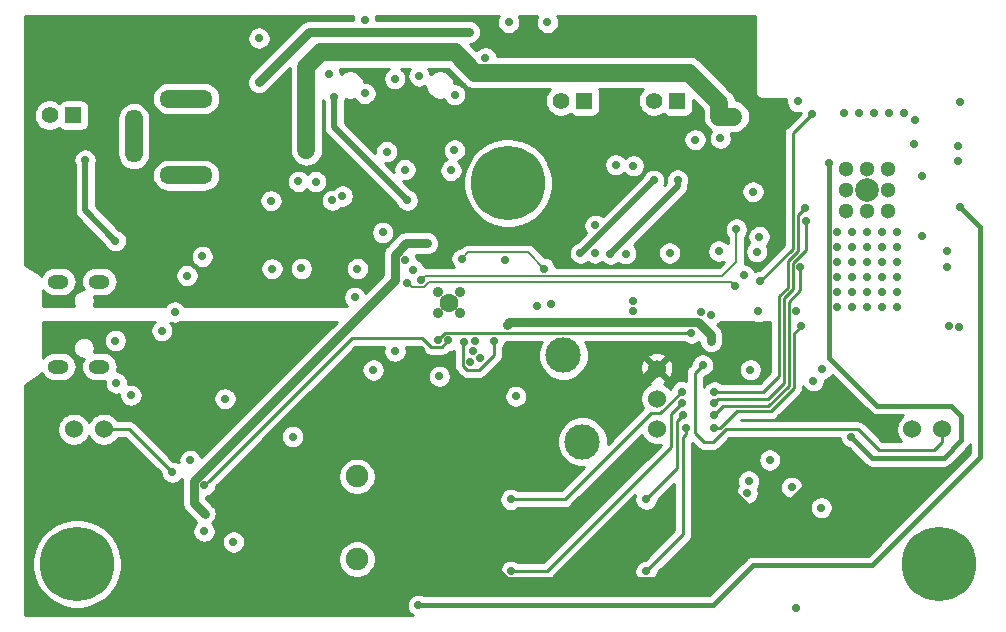
<source format=gbr>
G04 #@! TF.GenerationSoftware,KiCad,Pcbnew,5.1.0-unknown-223e24f~82~ubuntu18.04.1*
G04 #@! TF.CreationDate,2019-04-23T11:49:51+03:00*
G04 #@! TF.ProjectId,ESP32-ADF_Rev_B,45535033-322d-4414-9446-5f5265765f42,rev?*
G04 #@! TF.SameCoordinates,Original*
G04 #@! TF.FileFunction,Copper,L3,Inr*
G04 #@! TF.FilePolarity,Positive*
%FSLAX46Y46*%
G04 Gerber Fmt 4.6, Leading zero omitted, Abs format (unit mm)*
G04 Created by KiCad (PCBNEW 5.1.0-unknown-223e24f~82~ubuntu18.04.1) date 2019-04-23 11:49:51*
%MOMM*%
%LPD*%
G04 APERTURE LIST*
%ADD10O,1.500000X4.500000*%
%ADD11O,4.500000X1.500000*%
%ADD12C,1.300000*%
%ADD13C,2.000000*%
%ADD14C,3.000000*%
%ADD15C,1.524000*%
%ADD16R,1.400000X1.400000*%
%ADD17C,1.400000*%
%ADD18C,1.200000*%
%ADD19C,6.300000*%
%ADD20C,1.900000*%
%ADD21C,1.600000*%
%ADD22C,0.890000*%
%ADD23O,1.800000X1.200000*%
%ADD24C,0.700000*%
%ADD25C,0.381000*%
%ADD26C,0.508000*%
%ADD27C,0.762000*%
%ADD28C,1.016000*%
%ADD29C,1.524000*%
%ADD30C,0.254000*%
%ADD31C,0.203200*%
G04 APERTURE END LIST*
D10*
X64800000Y-43800000D03*
D11*
X69250000Y-40600000D03*
X69250000Y-47100000D03*
D12*
X128668680Y-48364200D03*
X125068680Y-48364200D03*
X126868680Y-50164200D03*
X126868680Y-46564200D03*
X128668680Y-46564200D03*
X125068680Y-46564200D03*
X128668680Y-50164200D03*
D13*
X126868680Y-48364200D03*
D12*
X125068680Y-50164200D03*
D14*
X101180000Y-62350000D03*
X102780000Y-69650000D03*
D15*
X109080000Y-63460000D03*
X109080000Y-66000000D03*
X109080000Y-68540000D03*
X133270000Y-68595000D03*
X130730000Y-68595000D03*
X62270000Y-68595000D03*
X59730000Y-68595000D03*
D16*
X59682380Y-42014140D03*
D17*
X57670700Y-42016680D03*
D16*
X110825380Y-40798140D03*
D17*
X108813700Y-40800680D03*
D16*
X102951380Y-40798140D03*
D17*
X100939700Y-40800680D03*
D18*
X96500000Y-45337000D03*
X96500000Y-50163000D03*
X94849000Y-49401000D03*
X94722000Y-46099000D03*
X98151000Y-49401000D03*
X98151000Y-46099000D03*
X94087000Y-47750000D03*
X98913000Y-47750000D03*
D19*
X96500000Y-47750000D03*
D20*
X83700000Y-72600000D03*
X83700000Y-79600000D03*
D18*
X60000000Y-77587000D03*
X60000000Y-82413000D03*
X58349000Y-81651000D03*
X58222000Y-78349000D03*
X61651000Y-81651000D03*
X61651000Y-78349000D03*
X57587000Y-80000000D03*
X62413000Y-80000000D03*
D19*
X60000000Y-80000000D03*
D18*
X133000000Y-77587000D03*
X133000000Y-82413000D03*
X131349000Y-81651000D03*
X131222000Y-78349000D03*
X134651000Y-81651000D03*
X134651000Y-78349000D03*
X130587000Y-80000000D03*
X135413000Y-80000000D03*
D19*
X133000000Y-80000000D03*
D21*
X91500000Y-57900000D03*
D22*
X92400000Y-58800000D03*
X92400000Y-57000000D03*
X90600000Y-58800000D03*
X90600000Y-57000000D03*
D23*
X58424000Y-56100000D03*
X61894000Y-56100000D03*
X61894000Y-63300000D03*
X58424000Y-63300000D03*
D24*
X88908000Y-83500000D03*
X134719060Y-49766220D03*
X116855240Y-72989440D03*
X118648480Y-71198740D03*
X120500140Y-73507600D03*
X120859320Y-83758000D03*
X70759320Y-77233780D03*
X73238360Y-78145640D03*
X78252320Y-69215000D03*
X72524620Y-66017140D03*
X69570600Y-71239380D03*
X67183000Y-60261500D03*
X63235840Y-61087000D03*
X85890100Y-51940460D03*
X83511000Y-57420900D03*
X83741000Y-55000000D03*
X76505200Y-55016000D03*
X78980760Y-54989000D03*
X78727300Y-47614840D03*
X76418440Y-49253140D03*
X69306440Y-55595520D03*
X70594220Y-53967380D03*
X121020840Y-40850820D03*
X134729220Y-40855900D03*
X90667840Y-64112140D03*
X103865680Y-51348640D03*
X103850440Y-53682900D03*
X110175040Y-53672740D03*
X96277000Y-54278960D03*
X114327940Y-53520340D03*
X93512906Y-61964796D03*
X98930460Y-58143140D03*
X105610646Y-46202600D03*
X107091480Y-46291474D03*
X112328960Y-44091860D03*
X120885732Y-58625740D03*
X117000020Y-63563500D03*
X112796693Y-58633733D03*
X75399900Y-35486340D03*
X91978480Y-40276780D03*
X91950540Y-44968160D03*
X96545400Y-34150300D03*
X99824540Y-34150300D03*
X124381260Y-51940460D03*
X124896880Y-41821100D03*
X126166880Y-41821100D03*
X129976880Y-41821100D03*
X127436880Y-41821100D03*
X128706880Y-41821100D03*
X125651260Y-51940460D03*
X126921260Y-51940460D03*
X128191260Y-51940460D03*
X129461260Y-51940460D03*
X124381260Y-53210460D03*
X125651260Y-53210460D03*
X126921260Y-53210460D03*
X128191260Y-53210460D03*
X129461260Y-53210460D03*
X124381260Y-54480460D03*
X125651260Y-54480460D03*
X126921260Y-54480460D03*
X128191260Y-54480460D03*
X129461260Y-54480460D03*
X124381260Y-55750460D03*
X125651260Y-55750460D03*
X126921260Y-55750460D03*
X128191260Y-55750460D03*
X129461260Y-55750460D03*
X124381260Y-57020460D03*
X125651260Y-57020460D03*
X126921260Y-57020460D03*
X128191260Y-57020460D03*
X129461260Y-57020460D03*
X124381260Y-58290460D03*
X125651260Y-58290460D03*
X126921260Y-58290460D03*
X128191260Y-58290460D03*
X129461260Y-58290460D03*
X80195420Y-47637700D03*
X117698520Y-58623200D03*
X123002080Y-75250000D03*
X123070110Y-63522860D03*
X116739900Y-73997820D03*
X122334020Y-64488060D03*
X63251080Y-52638960D03*
X60681880Y-45800000D03*
X76532340Y-52984000D03*
X63647500Y-49747500D03*
X84533401Y-49893599D03*
X63663830Y-48898810D03*
X100105210Y-51057810D03*
X99521010Y-51642010D03*
X75400000Y-39225120D03*
X93179900Y-34965640D03*
X114749580Y-72237600D03*
X121747280Y-73507600D03*
X67106800Y-62039500D03*
X81600000Y-49211000D03*
X95267780Y-70505320D03*
X89895680Y-80703420D03*
X123837700Y-66992500D03*
X89154000Y-61913020D03*
X70575000Y-68716060D03*
X114381280Y-42128440D03*
X115573934Y-42124200D03*
X79415640Y-44965620D03*
X79415640Y-42519600D03*
X79415640Y-43362880D03*
X79415640Y-44152820D03*
X82454154Y-48851820D03*
X70799960Y-75745340D03*
X113680240Y-61137800D03*
X96407721Y-59761639D03*
X89649300Y-52857400D03*
X88480900Y-55128160D03*
X86921340Y-61996320D03*
X85069680Y-63581280D03*
X87782400Y-54236620D03*
X112001300Y-60454540D03*
X90596720Y-61018420D03*
X112963960Y-63164720D03*
X91446591Y-61084051D03*
X70788360Y-73343591D03*
X68069460Y-72245220D03*
X115714780Y-56489600D03*
X87978253Y-56189971D03*
X115811300Y-51655980D03*
X89103200Y-55947598D03*
X91655900Y-46690280D03*
X114460803Y-43963382D03*
X68287900Y-58679080D03*
X105138220Y-53756560D03*
X110853220Y-47503080D03*
X102608380Y-53680360D03*
X108816140Y-47515780D03*
X93314520Y-62925960D03*
X130880460Y-44413071D03*
X125547120Y-69245480D03*
X123672600Y-46062900D03*
X86215220Y-45090080D03*
X93680263Y-61128975D03*
X130982720Y-42433240D03*
X86906100Y-38933120D03*
X94579440Y-37150040D03*
X92778060Y-61176978D03*
X87767160Y-46621700D03*
X95303340Y-61097160D03*
X87957660Y-49207420D03*
X133616700Y-53522880D03*
X81768575Y-40446075D03*
X113921540Y-66413380D03*
X121684300Y-50998120D03*
X64564260Y-65722500D03*
X134602220Y-45900340D03*
X113949480Y-65435480D03*
X121640600Y-49877980D03*
X113929160Y-68503800D03*
X121312940Y-59870340D03*
X113944400Y-67398900D03*
X121231660Y-54838600D03*
X134612380Y-44655740D03*
X63334900Y-64693800D03*
X100124260Y-57992759D03*
X99547680Y-54993599D03*
X92590620Y-54173120D03*
X117231160Y-48501300D03*
X116441220Y-55575200D03*
X107048300Y-57721500D03*
X117744240Y-52290980D03*
X113644680Y-58938160D03*
X131531859Y-52255420D03*
X107038140Y-58615580D03*
X117546120Y-53555900D03*
X81348580Y-38524180D03*
X117866160Y-56085740D03*
X122252740Y-41899840D03*
X134680960Y-59903360D03*
X84348320Y-33939480D03*
X84373720Y-40165020D03*
X94149086Y-62548594D03*
X133807200Y-59829700D03*
X97152460Y-65798700D03*
X133623915Y-54876810D03*
X88948260Y-38689280D03*
X131521200Y-47185580D03*
X106451400Y-53743860D03*
X111224060Y-66398140D03*
X96734025Y-80625000D03*
X96733360Y-74538840D03*
X111211360Y-65415160D03*
X111569501Y-68513960D03*
X108184025Y-80625000D03*
X111290100Y-67416680D03*
X108184025Y-74525000D03*
D25*
X136453890Y-51501050D02*
X134719060Y-49766220D01*
X136453890Y-70990450D02*
X136453890Y-51501050D01*
X127309880Y-80134460D02*
X136453890Y-70990450D01*
X117210840Y-80134460D02*
X127309880Y-80134460D01*
X88908000Y-83500000D02*
X113845300Y-83500000D01*
X113845300Y-83500000D02*
X117210840Y-80134460D01*
D26*
X60681880Y-50069760D02*
X63251080Y-52638960D01*
X60681880Y-45800000D02*
X60681880Y-50069760D01*
D27*
X63647500Y-48915140D02*
X63647500Y-49747500D01*
D28*
X63663830Y-48898810D02*
X63647500Y-48915140D01*
X100167440Y-50995580D02*
X100105210Y-51057810D01*
D27*
X79659480Y-34965640D02*
X92684926Y-34965640D01*
X92684926Y-34965640D02*
X93179900Y-34965640D01*
X75400000Y-39225120D02*
X79659480Y-34965640D01*
D29*
X114381280Y-40957500D02*
X114381280Y-42128440D01*
X79415640Y-37917120D02*
X80637380Y-36695380D01*
X79415640Y-44965620D02*
X79415640Y-37917120D01*
X80637380Y-36695380D02*
X92003880Y-36695380D01*
X93722941Y-38414441D02*
X111838221Y-38414441D01*
X92003880Y-36695380D02*
X93722941Y-38414441D01*
X111838221Y-38414441D02*
X114381280Y-40957500D01*
X115569694Y-42128440D02*
X115573934Y-42124200D01*
X114381280Y-42128440D02*
X115569694Y-42128440D01*
D28*
X95267780Y-75331320D02*
X89895680Y-80703420D01*
X95267780Y-70505320D02*
X95267780Y-75331320D01*
X67106800Y-65247860D02*
X70575000Y-68716060D01*
X67106800Y-62039500D02*
X67106800Y-65247860D01*
D26*
X114749580Y-72732574D02*
X114749580Y-72237600D01*
X117748946Y-76126340D02*
X114749580Y-73126974D01*
X119128540Y-76126340D02*
X117748946Y-76126340D01*
X114749580Y-73126974D02*
X114749580Y-72732574D01*
X121747280Y-73507600D02*
X119128540Y-76126340D01*
X112493885Y-81381401D02*
X117748946Y-76126340D01*
X95692971Y-80703420D02*
X96370952Y-81381401D01*
X96370952Y-81381401D02*
X112493885Y-81381401D01*
X89895680Y-80703420D02*
X95692971Y-80703420D01*
D28*
X95617779Y-70155321D02*
X95267780Y-70505320D01*
X98849180Y-66923920D02*
X95617779Y-70155321D01*
X109080000Y-63460000D02*
X105616080Y-66923920D01*
X105616080Y-66923920D02*
X98849180Y-66923920D01*
D27*
X113680240Y-61137800D02*
X113680240Y-60642826D01*
X96608900Y-59560460D02*
X96407721Y-59761639D01*
X113680240Y-60642826D02*
X112597874Y-59560460D01*
X112597874Y-59560460D02*
X96608900Y-59560460D01*
X89154326Y-52857400D02*
X89649300Y-52857400D01*
X87854186Y-52857400D02*
X89154326Y-52857400D01*
X69886079Y-74831459D02*
X69886079Y-72996541D01*
X70799960Y-75745340D02*
X69886079Y-74831459D01*
X69886079Y-72996541D02*
X78432660Y-64449960D01*
X78432660Y-64449960D02*
X78452980Y-64449960D01*
X78452980Y-64449960D02*
X86898999Y-56003941D01*
X86898999Y-53812587D02*
X87854186Y-52857400D01*
X86898999Y-56003941D02*
X86898999Y-53812587D01*
D30*
X112001300Y-60454540D02*
X91160600Y-60454540D01*
X91160600Y-60454540D02*
X90596720Y-61018420D01*
X133270000Y-69672630D02*
X132587170Y-70355460D01*
X133270000Y-68595000D02*
X133270000Y-69672630D01*
X132587170Y-70355460D02*
X127868680Y-70355460D01*
X126129299Y-68616079D02*
X114924321Y-68616079D01*
X127868680Y-70355460D02*
X126129299Y-68616079D01*
X114924321Y-68616079D02*
X113883440Y-69656960D01*
X113883440Y-69656960D02*
X113065560Y-69656960D01*
X113065560Y-69656960D02*
X112308640Y-68900040D01*
X112308640Y-63820040D02*
X112963960Y-63164720D01*
X112308640Y-68900040D02*
X112308640Y-63820040D01*
X91446591Y-61084051D02*
X90882821Y-61647821D01*
X90012001Y-61647821D02*
X89250520Y-60886340D01*
X89250520Y-60886340D02*
X83245611Y-60886340D01*
X71138359Y-72993592D02*
X70788360Y-73343591D01*
X83245611Y-60886340D02*
X71138359Y-72993592D01*
X90882821Y-61647821D02*
X90012001Y-61647821D01*
X62270000Y-68595000D02*
X64419240Y-68595000D01*
X64419240Y-68595000D02*
X68069460Y-72245220D01*
D31*
X89393121Y-56551599D02*
X88339881Y-56551599D01*
X88328252Y-56539970D02*
X87978253Y-56189971D01*
X115714780Y-56489600D02*
X115364781Y-56139601D01*
X115364781Y-56139601D02*
X89805119Y-56139601D01*
X89805119Y-56139601D02*
X89393121Y-56551599D01*
X88339881Y-56551599D02*
X88328252Y-56539970D01*
X89453199Y-55597599D02*
X114622119Y-55597599D01*
X89103200Y-55947598D02*
X89453199Y-55597599D01*
X115811300Y-54408418D02*
X115811300Y-51655980D01*
X114622119Y-55597599D02*
X115811300Y-54408418D01*
D26*
X110853220Y-48041560D02*
X105138220Y-53756560D01*
X110853220Y-47503080D02*
X110853220Y-48041560D01*
X102651560Y-53680360D02*
X102608380Y-53680360D01*
X108816140Y-47515780D02*
X102651560Y-53680360D01*
D25*
X127335280Y-71033640D02*
X125547120Y-69245480D01*
X123672600Y-46062900D02*
X123672600Y-62527180D01*
X133365240Y-71033640D02*
X127335280Y-71033640D01*
X133997700Y-66593720D02*
X134876540Y-67472560D01*
X134876540Y-67472560D02*
X134876540Y-69522340D01*
X127739140Y-66593720D02*
X133997700Y-66593720D01*
X123672600Y-62527180D02*
X127739140Y-66593720D01*
X134876540Y-69522340D02*
X133365240Y-71033640D01*
D30*
X95303340Y-61592134D02*
X95303340Y-61097160D01*
X95303340Y-62325854D02*
X95303340Y-61592134D01*
X94073833Y-63555361D02*
X95303340Y-62325854D01*
X93012407Y-63555361D02*
X94073833Y-63555361D01*
X92685119Y-63228073D02*
X93012407Y-63555361D01*
X92685119Y-61269919D02*
X92685119Y-63228073D01*
X92778060Y-61176978D02*
X92685119Y-61269919D01*
D26*
X81768575Y-43018335D02*
X81768575Y-40941049D01*
X87957660Y-49207420D02*
X81768575Y-43018335D01*
X81768575Y-40941049D02*
X81768575Y-40446075D01*
D30*
X120602259Y-56758321D02*
X120602259Y-54499142D01*
X118505719Y-66063381D02*
X119849911Y-64719189D01*
X119849911Y-64719189D02*
X119849911Y-57510669D01*
X119849911Y-57510669D02*
X120602259Y-56758321D01*
X120602259Y-54499142D02*
X121684300Y-53417101D01*
X121684300Y-51493094D02*
X121684300Y-50998120D01*
X121684300Y-53417101D02*
X121684300Y-51493094D01*
X114271539Y-66063381D02*
X118505719Y-66063381D01*
X113921540Y-66413380D02*
X114271539Y-66063381D01*
X121709180Y-49809400D02*
X121640600Y-49877980D01*
X121054899Y-50463681D02*
X121054899Y-53471751D01*
X121054899Y-53471751D02*
X120169940Y-54356710D01*
X121640600Y-49877980D02*
X121054899Y-50463681D01*
X114444454Y-65435480D02*
X113949480Y-65435480D01*
X118100838Y-65435480D02*
X114444454Y-65435480D01*
X119443500Y-57342330D02*
X119443500Y-64092818D01*
X120169940Y-56615890D02*
X119443500Y-57342330D01*
X119443500Y-64092818D02*
X118100838Y-65435480D01*
X120169940Y-54356710D02*
X120169940Y-56615890D01*
X115891870Y-67073780D02*
X118724680Y-67073780D01*
X120677940Y-65120520D02*
X120677940Y-60505340D01*
X118724680Y-67073780D02*
X120677940Y-65120520D01*
X113929160Y-68503800D02*
X114461850Y-68503800D01*
X120677940Y-60505340D02*
X121312940Y-59870340D01*
X114461850Y-68503800D02*
X115891870Y-67073780D01*
X121231660Y-55333574D02*
X121231660Y-54838600D01*
X114675930Y-66667370D02*
X118536730Y-66667370D01*
X120256322Y-57828158D02*
X121231660Y-56852820D01*
X113944400Y-67398900D02*
X114675930Y-66667370D01*
X120256322Y-64947778D02*
X120256322Y-57828158D01*
X118536730Y-66667370D02*
X120256322Y-64947778D01*
X121231660Y-56852820D02*
X121231660Y-55333574D01*
D31*
X99547680Y-54993599D02*
X98186700Y-53632619D01*
X98186700Y-53632619D02*
X93885501Y-53632619D01*
X93885501Y-53632619D02*
X93131121Y-53632619D01*
X93131121Y-53632619D02*
X92590620Y-54173120D01*
D30*
X120594120Y-53357780D02*
X120594120Y-43558460D01*
X117866160Y-56085740D02*
X120594120Y-53357780D01*
X120594120Y-43558460D02*
X122252740Y-41899840D01*
X99755640Y-80625000D02*
X96734025Y-80625000D01*
X110294420Y-70086220D02*
X99755640Y-80625000D01*
X111224060Y-66398140D02*
X110294420Y-67327780D01*
X110294420Y-67327780D02*
X110294420Y-70086220D01*
X109385100Y-67241420D02*
X111211360Y-65415160D01*
X108579920Y-67241420D02*
X109385100Y-67241420D01*
X96733360Y-74538840D02*
X101282500Y-74538840D01*
X101282500Y-74538840D02*
X108579920Y-67241420D01*
X111346511Y-77462514D02*
X108184025Y-80625000D01*
X111346511Y-69231924D02*
X111346511Y-77462514D01*
X111569501Y-68513960D02*
X111569501Y-69008934D01*
X111569501Y-69008934D02*
X111346511Y-69231924D01*
X110820200Y-71888825D02*
X108184025Y-74525000D01*
X111290100Y-67416680D02*
X110820200Y-67886580D01*
X110820200Y-67886580D02*
X110820200Y-71888825D01*
G36*
X83401173Y-33652166D02*
G01*
X83363320Y-33842466D01*
X83363320Y-33949640D01*
X79709373Y-33949640D01*
X79659479Y-33944726D01*
X79609585Y-33949640D01*
X79609578Y-33949640D01*
X79479657Y-33962436D01*
X79460308Y-33964342D01*
X79406582Y-33980640D01*
X79268793Y-34022438D01*
X79092290Y-34116780D01*
X78937584Y-34243744D01*
X78905772Y-34282507D01*
X74646294Y-38541986D01*
X74551141Y-38657931D01*
X74456799Y-38834433D01*
X74398702Y-39025950D01*
X74379085Y-39225120D01*
X74398702Y-39424290D01*
X74456799Y-39615807D01*
X74551141Y-39792309D01*
X74678105Y-39947015D01*
X74832811Y-40073979D01*
X75009313Y-40168321D01*
X75200830Y-40226418D01*
X75400000Y-40246035D01*
X75599170Y-40226418D01*
X75790687Y-40168321D01*
X75967189Y-40073979D01*
X76083134Y-39978826D01*
X78018641Y-38043319D01*
X78018640Y-45034244D01*
X78038854Y-45239479D01*
X78118736Y-45502814D01*
X78248457Y-45745506D01*
X78423032Y-45958227D01*
X78635753Y-46132803D01*
X78878445Y-46262524D01*
X79141780Y-46342406D01*
X79415640Y-46369379D01*
X79689499Y-46342406D01*
X79952834Y-46262524D01*
X80195526Y-46132803D01*
X80408247Y-45958228D01*
X80582823Y-45745507D01*
X80712544Y-45502815D01*
X80792426Y-45239480D01*
X80812640Y-45034245D01*
X80812640Y-40689209D01*
X80821428Y-40733389D01*
X80879575Y-40873768D01*
X80879575Y-40984715D01*
X80879576Y-40984725D01*
X80879575Y-42974675D01*
X80875275Y-43018335D01*
X80879575Y-43061995D01*
X80879575Y-43062001D01*
X80885391Y-43121047D01*
X80892439Y-43192609D01*
X80896402Y-43205673D01*
X80943272Y-43360185D01*
X81025822Y-43514625D01*
X81136916Y-43649994D01*
X81170839Y-43677834D01*
X87026617Y-49533613D01*
X87084764Y-49673992D01*
X87192561Y-49835321D01*
X87329759Y-49972519D01*
X87491088Y-50080316D01*
X87670346Y-50154567D01*
X87860646Y-50192420D01*
X88054674Y-50192420D01*
X88244974Y-50154567D01*
X88424232Y-50080316D01*
X88585561Y-49972519D01*
X88722759Y-49835321D01*
X88830556Y-49673992D01*
X88904807Y-49494734D01*
X88942660Y-49304434D01*
X88942660Y-49110406D01*
X88904807Y-48920106D01*
X88830556Y-48740848D01*
X88722759Y-48579519D01*
X88585561Y-48442321D01*
X88424232Y-48334524D01*
X88283853Y-48276377D01*
X87600278Y-47592802D01*
X87670146Y-47606700D01*
X87864174Y-47606700D01*
X88054474Y-47568847D01*
X88233732Y-47494596D01*
X88395061Y-47386799D01*
X88532259Y-47249601D01*
X88640056Y-47088272D01*
X88714307Y-46909014D01*
X88752160Y-46718714D01*
X88752160Y-46593266D01*
X90670900Y-46593266D01*
X90670900Y-46787294D01*
X90708753Y-46977594D01*
X90783004Y-47156852D01*
X90890801Y-47318181D01*
X91027999Y-47455379D01*
X91189328Y-47563176D01*
X91368586Y-47637427D01*
X91558886Y-47675280D01*
X91752914Y-47675280D01*
X91943214Y-47637427D01*
X92122472Y-47563176D01*
X92283801Y-47455379D01*
X92361970Y-47377210D01*
X92715000Y-47377210D01*
X92715000Y-48122790D01*
X92860455Y-48854044D01*
X93145777Y-49542870D01*
X93559999Y-50162797D01*
X94087203Y-50690001D01*
X94707130Y-51104223D01*
X95395956Y-51389545D01*
X96127210Y-51535000D01*
X96872790Y-51535000D01*
X97604044Y-51389545D01*
X98292870Y-51104223D01*
X98912797Y-50690001D01*
X99440001Y-50162797D01*
X99854223Y-49542870D01*
X100139545Y-48854044D01*
X100285000Y-48122790D01*
X100285000Y-47377210D01*
X100139545Y-46645956D01*
X99915716Y-46105586D01*
X104625646Y-46105586D01*
X104625646Y-46299614D01*
X104663499Y-46489914D01*
X104737750Y-46669172D01*
X104845547Y-46830501D01*
X104982745Y-46967699D01*
X105144074Y-47075496D01*
X105323332Y-47149747D01*
X105513632Y-47187600D01*
X105707660Y-47187600D01*
X105897960Y-47149747D01*
X106077218Y-47075496D01*
X106238547Y-46967699D01*
X106310555Y-46895691D01*
X106326381Y-46919375D01*
X106463579Y-47056573D01*
X106624908Y-47164370D01*
X106804166Y-47238621D01*
X106994466Y-47276474D01*
X107188494Y-47276474D01*
X107378794Y-47238621D01*
X107558052Y-47164370D01*
X107719381Y-47056573D01*
X107856579Y-46919375D01*
X107964376Y-46758046D01*
X108038627Y-46578788D01*
X108076480Y-46388488D01*
X108076480Y-46194460D01*
X108038627Y-46004160D01*
X107964376Y-45824902D01*
X107856579Y-45663573D01*
X107719381Y-45526375D01*
X107558052Y-45418578D01*
X107378794Y-45344327D01*
X107188494Y-45306474D01*
X106994466Y-45306474D01*
X106804166Y-45344327D01*
X106624908Y-45418578D01*
X106463579Y-45526375D01*
X106391571Y-45598383D01*
X106375745Y-45574699D01*
X106238547Y-45437501D01*
X106077218Y-45329704D01*
X105897960Y-45255453D01*
X105707660Y-45217600D01*
X105513632Y-45217600D01*
X105323332Y-45255453D01*
X105144074Y-45329704D01*
X104982745Y-45437501D01*
X104845547Y-45574699D01*
X104737750Y-45736028D01*
X104663499Y-45915286D01*
X104625646Y-46105586D01*
X99915716Y-46105586D01*
X99854223Y-45957130D01*
X99440001Y-45337203D01*
X98912797Y-44809999D01*
X98292870Y-44395777D01*
X97604044Y-44110455D01*
X97022837Y-43994846D01*
X111343960Y-43994846D01*
X111343960Y-44188874D01*
X111381813Y-44379174D01*
X111456064Y-44558432D01*
X111563861Y-44719761D01*
X111701059Y-44856959D01*
X111862388Y-44964756D01*
X112041646Y-45039007D01*
X112231946Y-45076860D01*
X112425974Y-45076860D01*
X112616274Y-45039007D01*
X112795532Y-44964756D01*
X112956861Y-44856959D01*
X113094059Y-44719761D01*
X113201856Y-44558432D01*
X113276107Y-44379174D01*
X113313960Y-44188874D01*
X113313960Y-43994846D01*
X113276107Y-43804546D01*
X113201856Y-43625288D01*
X113094059Y-43463959D01*
X112956861Y-43326761D01*
X112795532Y-43218964D01*
X112616274Y-43144713D01*
X112425974Y-43106860D01*
X112231946Y-43106860D01*
X112041646Y-43144713D01*
X111862388Y-43218964D01*
X111701059Y-43326761D01*
X111563861Y-43463959D01*
X111456064Y-43625288D01*
X111381813Y-43804546D01*
X111343960Y-43994846D01*
X97022837Y-43994846D01*
X96872790Y-43965000D01*
X96127210Y-43965000D01*
X95395956Y-44110455D01*
X94707130Y-44395777D01*
X94087203Y-44809999D01*
X93559999Y-45337203D01*
X93145777Y-45957130D01*
X92860455Y-46645956D01*
X92715000Y-47377210D01*
X92361970Y-47377210D01*
X92420999Y-47318181D01*
X92528796Y-47156852D01*
X92603047Y-46977594D01*
X92640900Y-46787294D01*
X92640900Y-46593266D01*
X92603047Y-46402966D01*
X92528796Y-46223708D01*
X92420999Y-46062379D01*
X92283801Y-45925181D01*
X92257096Y-45907337D01*
X92417112Y-45841056D01*
X92578441Y-45733259D01*
X92715639Y-45596061D01*
X92823436Y-45434732D01*
X92897687Y-45255474D01*
X92935540Y-45065174D01*
X92935540Y-44871146D01*
X92897687Y-44680846D01*
X92823436Y-44501588D01*
X92715639Y-44340259D01*
X92578441Y-44203061D01*
X92417112Y-44095264D01*
X92237854Y-44021013D01*
X92047554Y-43983160D01*
X91853526Y-43983160D01*
X91663226Y-44021013D01*
X91483968Y-44095264D01*
X91322639Y-44203061D01*
X91185441Y-44340259D01*
X91077644Y-44501588D01*
X91003393Y-44680846D01*
X90965540Y-44871146D01*
X90965540Y-45065174D01*
X91003393Y-45255474D01*
X91077644Y-45434732D01*
X91185441Y-45596061D01*
X91322639Y-45733259D01*
X91349344Y-45751103D01*
X91189328Y-45817384D01*
X91027999Y-45925181D01*
X90890801Y-46062379D01*
X90783004Y-46223708D01*
X90708753Y-46402966D01*
X90670900Y-46593266D01*
X88752160Y-46593266D01*
X88752160Y-46524686D01*
X88714307Y-46334386D01*
X88640056Y-46155128D01*
X88532259Y-45993799D01*
X88395061Y-45856601D01*
X88233732Y-45748804D01*
X88054474Y-45674553D01*
X87864174Y-45636700D01*
X87670146Y-45636700D01*
X87479846Y-45674553D01*
X87300588Y-45748804D01*
X87139259Y-45856601D01*
X87002061Y-45993799D01*
X86894264Y-46155128D01*
X86820013Y-46334386D01*
X86782160Y-46524686D01*
X86782160Y-46718714D01*
X86796058Y-46788582D01*
X86073704Y-46066228D01*
X86118206Y-46075080D01*
X86312234Y-46075080D01*
X86502534Y-46037227D01*
X86681792Y-45962976D01*
X86843121Y-45855179D01*
X86980319Y-45717981D01*
X87088116Y-45556652D01*
X87162367Y-45377394D01*
X87200220Y-45187094D01*
X87200220Y-44993066D01*
X87162367Y-44802766D01*
X87088116Y-44623508D01*
X86980319Y-44462179D01*
X86843121Y-44324981D01*
X86681792Y-44217184D01*
X86502534Y-44142933D01*
X86312234Y-44105080D01*
X86118206Y-44105080D01*
X85927906Y-44142933D01*
X85748648Y-44217184D01*
X85587319Y-44324981D01*
X85450121Y-44462179D01*
X85342324Y-44623508D01*
X85268073Y-44802766D01*
X85230220Y-44993066D01*
X85230220Y-45187094D01*
X85239072Y-45231597D01*
X82657575Y-42650100D01*
X82657575Y-40873768D01*
X82715722Y-40733389D01*
X82733234Y-40645351D01*
X82735864Y-40646440D01*
X82974463Y-40693900D01*
X83217737Y-40693900D01*
X83456336Y-40646440D01*
X83499558Y-40628537D01*
X83500824Y-40631592D01*
X83608621Y-40792921D01*
X83745819Y-40930119D01*
X83907148Y-41037916D01*
X84086406Y-41112167D01*
X84276706Y-41150020D01*
X84470734Y-41150020D01*
X84661034Y-41112167D01*
X84840292Y-41037916D01*
X85001621Y-40930119D01*
X85138819Y-40792921D01*
X85246616Y-40631592D01*
X85320867Y-40452334D01*
X85358720Y-40262034D01*
X85358720Y-40068006D01*
X85320867Y-39877706D01*
X85246616Y-39698448D01*
X85138819Y-39537119D01*
X85001621Y-39399921D01*
X84840292Y-39292124D01*
X84661034Y-39217873D01*
X84470734Y-39180020D01*
X84299823Y-39180020D01*
X84283640Y-39098664D01*
X84190543Y-38873908D01*
X84055387Y-38671633D01*
X83883367Y-38499613D01*
X83681092Y-38364457D01*
X83456336Y-38271360D01*
X83217737Y-38223900D01*
X82974463Y-38223900D01*
X82735864Y-38271360D01*
X82511108Y-38364457D01*
X82333580Y-38483078D01*
X82333580Y-38427166D01*
X82295727Y-38236866D01*
X82235879Y-38092380D01*
X86391403Y-38092380D01*
X86278199Y-38168021D01*
X86141001Y-38305219D01*
X86033204Y-38466548D01*
X85958953Y-38645806D01*
X85921100Y-38836106D01*
X85921100Y-39030134D01*
X85958953Y-39220434D01*
X86033204Y-39399692D01*
X86141001Y-39561021D01*
X86278199Y-39698219D01*
X86439528Y-39806016D01*
X86618786Y-39880267D01*
X86809086Y-39918120D01*
X87003114Y-39918120D01*
X87193414Y-39880267D01*
X87372672Y-39806016D01*
X87534001Y-39698219D01*
X87671199Y-39561021D01*
X87778996Y-39399692D01*
X87853247Y-39220434D01*
X87891100Y-39030134D01*
X87891100Y-38836106D01*
X87853247Y-38645806D01*
X87778996Y-38466548D01*
X87671199Y-38305219D01*
X87534001Y-38168021D01*
X87420797Y-38092380D01*
X88162447Y-38092380D01*
X88075364Y-38222708D01*
X88001113Y-38401966D01*
X87963260Y-38592266D01*
X87963260Y-38786294D01*
X88001113Y-38976594D01*
X88075364Y-39155852D01*
X88183161Y-39317181D01*
X88320359Y-39454379D01*
X88481688Y-39562176D01*
X88660946Y-39636427D01*
X88851246Y-39674280D01*
X89045274Y-39674280D01*
X89235574Y-39636427D01*
X89414832Y-39562176D01*
X89481100Y-39517897D01*
X89481100Y-39580537D01*
X89528560Y-39819136D01*
X89621657Y-40043892D01*
X89756813Y-40246167D01*
X89928833Y-40418187D01*
X90131108Y-40553343D01*
X90355864Y-40646440D01*
X90594463Y-40693900D01*
X90837737Y-40693900D01*
X91066271Y-40648442D01*
X91105584Y-40743352D01*
X91213381Y-40904681D01*
X91350579Y-41041879D01*
X91511908Y-41149676D01*
X91691166Y-41223927D01*
X91881466Y-41261780D01*
X92075494Y-41261780D01*
X92265794Y-41223927D01*
X92445052Y-41149676D01*
X92606381Y-41041879D01*
X92743579Y-40904681D01*
X92851376Y-40743352D01*
X92925627Y-40564094D01*
X92963480Y-40373794D01*
X92963480Y-40179766D01*
X92925627Y-39989466D01*
X92851376Y-39810208D01*
X92743579Y-39648879D01*
X92606381Y-39511681D01*
X92445052Y-39403884D01*
X92265794Y-39329633D01*
X92075494Y-39291780D01*
X91942053Y-39291780D01*
X91903640Y-39098664D01*
X91810543Y-38873908D01*
X91675387Y-38671633D01*
X91503367Y-38499613D01*
X91301092Y-38364457D01*
X91076336Y-38271360D01*
X90837737Y-38223900D01*
X90594463Y-38223900D01*
X90355864Y-38271360D01*
X90131108Y-38364457D01*
X89928833Y-38499613D01*
X89917153Y-38511293D01*
X89895407Y-38401966D01*
X89821156Y-38222708D01*
X89734073Y-38092380D01*
X91425224Y-38092380D01*
X92686586Y-39353743D01*
X92730333Y-39407049D01*
X92943054Y-39581624D01*
X93185746Y-39711345D01*
X93446081Y-39790317D01*
X93449081Y-39791227D01*
X93722940Y-39818200D01*
X93791565Y-39811441D01*
X100040964Y-39811441D01*
X99902738Y-39949667D01*
X99756639Y-40168321D01*
X99656004Y-40411275D01*
X99604700Y-40669194D01*
X99604700Y-40932166D01*
X99656004Y-41190085D01*
X99756639Y-41433039D01*
X99902738Y-41651693D01*
X100088687Y-41837642D01*
X100307341Y-41983741D01*
X100550295Y-42084376D01*
X100808214Y-42135680D01*
X101071186Y-42135680D01*
X101329105Y-42084376D01*
X101572059Y-41983741D01*
X101737641Y-41873103D01*
X101800195Y-41949325D01*
X101896886Y-42028677D01*
X102007200Y-42087642D01*
X102126898Y-42123952D01*
X102251380Y-42136212D01*
X103651380Y-42136212D01*
X103775862Y-42123952D01*
X103895560Y-42087642D01*
X104005874Y-42028677D01*
X104102565Y-41949325D01*
X104181917Y-41852634D01*
X104240882Y-41742320D01*
X104277192Y-41622622D01*
X104289452Y-41498140D01*
X104289452Y-40098140D01*
X104277192Y-39973658D01*
X104240882Y-39853960D01*
X104218155Y-39811441D01*
X107914964Y-39811441D01*
X107776738Y-39949667D01*
X107630639Y-40168321D01*
X107530004Y-40411275D01*
X107478700Y-40669194D01*
X107478700Y-40932166D01*
X107530004Y-41190085D01*
X107630639Y-41433039D01*
X107776738Y-41651693D01*
X107962687Y-41837642D01*
X108181341Y-41983741D01*
X108424295Y-42084376D01*
X108682214Y-42135680D01*
X108945186Y-42135680D01*
X109203105Y-42084376D01*
X109446059Y-41983741D01*
X109611641Y-41873103D01*
X109674195Y-41949325D01*
X109770886Y-42028677D01*
X109881200Y-42087642D01*
X110000898Y-42123952D01*
X110125380Y-42136212D01*
X111525380Y-42136212D01*
X111649862Y-42123952D01*
X111769560Y-42087642D01*
X111879874Y-42028677D01*
X111976565Y-41949325D01*
X112055917Y-41852634D01*
X112114882Y-41742320D01*
X112151192Y-41622622D01*
X112163452Y-41498140D01*
X112163452Y-40715328D01*
X112984280Y-41536156D01*
X112984280Y-42059815D01*
X112977521Y-42128440D01*
X113004494Y-42402300D01*
X113084376Y-42665635D01*
X113214097Y-42908327D01*
X113388672Y-43121048D01*
X113601393Y-43295623D01*
X113690509Y-43343256D01*
X113587907Y-43496810D01*
X113513656Y-43676068D01*
X113475803Y-43866368D01*
X113475803Y-44060396D01*
X113513656Y-44250696D01*
X113587907Y-44429954D01*
X113695704Y-44591283D01*
X113832902Y-44728481D01*
X113994231Y-44836278D01*
X114173489Y-44910529D01*
X114363789Y-44948382D01*
X114557817Y-44948382D01*
X114748117Y-44910529D01*
X114927375Y-44836278D01*
X115088704Y-44728481D01*
X115225902Y-44591283D01*
X115333699Y-44429954D01*
X115407950Y-44250696D01*
X115445803Y-44060396D01*
X115445803Y-43866368D01*
X115407950Y-43676068D01*
X115345558Y-43525440D01*
X115501069Y-43525440D01*
X115569694Y-43532199D01*
X115638319Y-43525440D01*
X115843554Y-43505226D01*
X116106889Y-43425344D01*
X116349581Y-43295623D01*
X116562302Y-43121048D01*
X116606053Y-43067736D01*
X116610287Y-43063503D01*
X116741116Y-42904086D01*
X116870837Y-42661395D01*
X116950720Y-42398059D01*
X116977693Y-42124201D01*
X116950720Y-41850341D01*
X116870837Y-41587005D01*
X116741116Y-41344314D01*
X116566541Y-41131593D01*
X116353820Y-40957018D01*
X116111129Y-40827297D01*
X115847793Y-40747414D01*
X115763530Y-40739115D01*
X115758066Y-40683640D01*
X115678184Y-40420304D01*
X115548463Y-40177613D01*
X115540837Y-40168321D01*
X115373887Y-39964892D01*
X115320581Y-39921145D01*
X112874585Y-37475150D01*
X112830829Y-37421833D01*
X112618108Y-37247258D01*
X112375416Y-37117537D01*
X112112081Y-37037655D01*
X111906846Y-37017441D01*
X111838221Y-37010682D01*
X111769596Y-37017441D01*
X95557362Y-37017441D01*
X95526587Y-36862726D01*
X95452336Y-36683468D01*
X95344539Y-36522139D01*
X95207341Y-36384941D01*
X95046012Y-36277144D01*
X94866754Y-36202893D01*
X94676454Y-36165040D01*
X94482426Y-36165040D01*
X94292126Y-36202893D01*
X94112868Y-36277144D01*
X93951539Y-36384941D01*
X93814341Y-36522139D01*
X93811118Y-36526962D01*
X93262568Y-35978413D01*
X93379071Y-35966938D01*
X93570587Y-35908842D01*
X93747090Y-35814500D01*
X93901796Y-35687536D01*
X94028760Y-35532830D01*
X94123102Y-35356327D01*
X94181198Y-35164811D01*
X94200815Y-34965640D01*
X94181198Y-34766469D01*
X94123102Y-34574953D01*
X94028760Y-34398450D01*
X93901796Y-34243744D01*
X93747090Y-34116780D01*
X93570587Y-34022438D01*
X93379071Y-33964342D01*
X93229802Y-33949640D01*
X85333320Y-33949640D01*
X85333320Y-33842466D01*
X85295467Y-33652166D01*
X85288357Y-33635000D01*
X95705063Y-33635000D01*
X95672504Y-33683728D01*
X95598253Y-33862986D01*
X95560400Y-34053286D01*
X95560400Y-34247314D01*
X95598253Y-34437614D01*
X95672504Y-34616872D01*
X95780301Y-34778201D01*
X95917499Y-34915399D01*
X96078828Y-35023196D01*
X96258086Y-35097447D01*
X96448386Y-35135300D01*
X96642414Y-35135300D01*
X96832714Y-35097447D01*
X97011972Y-35023196D01*
X97173301Y-34915399D01*
X97310499Y-34778201D01*
X97418296Y-34616872D01*
X97492547Y-34437614D01*
X97530400Y-34247314D01*
X97530400Y-34053286D01*
X97492547Y-33862986D01*
X97418296Y-33683728D01*
X97385737Y-33635000D01*
X98984203Y-33635000D01*
X98951644Y-33683728D01*
X98877393Y-33862986D01*
X98839540Y-34053286D01*
X98839540Y-34247314D01*
X98877393Y-34437614D01*
X98951644Y-34616872D01*
X99059441Y-34778201D01*
X99196639Y-34915399D01*
X99357968Y-35023196D01*
X99537226Y-35097447D01*
X99727526Y-35135300D01*
X99921554Y-35135300D01*
X100111854Y-35097447D01*
X100291112Y-35023196D01*
X100452441Y-34915399D01*
X100589639Y-34778201D01*
X100697436Y-34616872D01*
X100771687Y-34437614D01*
X100809540Y-34247314D01*
X100809540Y-34053286D01*
X100771687Y-33862986D01*
X100697436Y-33683728D01*
X100664877Y-33635000D01*
X117365001Y-33635000D01*
X117365000Y-39968808D01*
X117361928Y-40000000D01*
X117374188Y-40124482D01*
X117410498Y-40244180D01*
X117469463Y-40354494D01*
X117543541Y-40444758D01*
X117548815Y-40451185D01*
X117645506Y-40530537D01*
X117755820Y-40589502D01*
X117875518Y-40625812D01*
X118000000Y-40638072D01*
X118031191Y-40635000D01*
X120059472Y-40635000D01*
X120035840Y-40753806D01*
X120035840Y-40947834D01*
X120073693Y-41138134D01*
X120147944Y-41317392D01*
X120255741Y-41478721D01*
X120392939Y-41615919D01*
X120554268Y-41723716D01*
X120733526Y-41797967D01*
X120923826Y-41835820D01*
X121117854Y-41835820D01*
X121267740Y-41806006D01*
X121267740Y-41807209D01*
X120081769Y-42993181D01*
X120052699Y-43017038D01*
X120028842Y-43046108D01*
X120028841Y-43046109D01*
X119957475Y-43133068D01*
X119886719Y-43265445D01*
X119843147Y-43409082D01*
X119828434Y-43558460D01*
X119832121Y-43595893D01*
X119832120Y-53042149D01*
X117773530Y-55100740D01*
X117769146Y-55100740D01*
X117578846Y-55138593D01*
X117399588Y-55212844D01*
X117366454Y-55234983D01*
X117314116Y-55108628D01*
X117206319Y-54947299D01*
X117069121Y-54810101D01*
X116907792Y-54702304D01*
X116728534Y-54628053D01*
X116538234Y-54590200D01*
X116525902Y-54590200D01*
X116537242Y-54552817D01*
X116547900Y-54444604D01*
X116547900Y-54444603D01*
X116551464Y-54408418D01*
X116547900Y-54372232D01*
X116547900Y-53458886D01*
X116561120Y-53458886D01*
X116561120Y-53652914D01*
X116598973Y-53843214D01*
X116673224Y-54022472D01*
X116781021Y-54183801D01*
X116918219Y-54320999D01*
X117079548Y-54428796D01*
X117258806Y-54503047D01*
X117449106Y-54540900D01*
X117643134Y-54540900D01*
X117833434Y-54503047D01*
X118012692Y-54428796D01*
X118174021Y-54320999D01*
X118311219Y-54183801D01*
X118419016Y-54022472D01*
X118493267Y-53843214D01*
X118531120Y-53652914D01*
X118531120Y-53458886D01*
X118493267Y-53268586D01*
X118419016Y-53089328D01*
X118386923Y-53041297D01*
X118509339Y-52918881D01*
X118617136Y-52757552D01*
X118691387Y-52578294D01*
X118729240Y-52387994D01*
X118729240Y-52193966D01*
X118691387Y-52003666D01*
X118617136Y-51824408D01*
X118509339Y-51663079D01*
X118372141Y-51525881D01*
X118210812Y-51418084D01*
X118031554Y-51343833D01*
X117841254Y-51305980D01*
X117647226Y-51305980D01*
X117456926Y-51343833D01*
X117277668Y-51418084D01*
X117116339Y-51525881D01*
X116979141Y-51663079D01*
X116871344Y-51824408D01*
X116797093Y-52003666D01*
X116759240Y-52193966D01*
X116759240Y-52387994D01*
X116797093Y-52578294D01*
X116871344Y-52757552D01*
X116903437Y-52805583D01*
X116781021Y-52927999D01*
X116673224Y-53089328D01*
X116598973Y-53268586D01*
X116561120Y-53458886D01*
X116547900Y-53458886D01*
X116547900Y-52312380D01*
X116576399Y-52283881D01*
X116684196Y-52122552D01*
X116758447Y-51943294D01*
X116796300Y-51752994D01*
X116796300Y-51558966D01*
X116758447Y-51368666D01*
X116684196Y-51189408D01*
X116576399Y-51028079D01*
X116439201Y-50890881D01*
X116277872Y-50783084D01*
X116098614Y-50708833D01*
X115908314Y-50670980D01*
X115714286Y-50670980D01*
X115523986Y-50708833D01*
X115344728Y-50783084D01*
X115183399Y-50890881D01*
X115046201Y-51028079D01*
X114938404Y-51189408D01*
X114864153Y-51368666D01*
X114826300Y-51558966D01*
X114826300Y-51752994D01*
X114864153Y-51943294D01*
X114938404Y-52122552D01*
X115046201Y-52283881D01*
X115074701Y-52312381D01*
X115074701Y-52874101D01*
X114955841Y-52755241D01*
X114794512Y-52647444D01*
X114615254Y-52573193D01*
X114424954Y-52535340D01*
X114230926Y-52535340D01*
X114040626Y-52573193D01*
X113861368Y-52647444D01*
X113700039Y-52755241D01*
X113562841Y-52892439D01*
X113455044Y-53053768D01*
X113380793Y-53233026D01*
X113342940Y-53423326D01*
X113342940Y-53617354D01*
X113380793Y-53807654D01*
X113455044Y-53986912D01*
X113562841Y-54148241D01*
X113700039Y-54285439D01*
X113861368Y-54393236D01*
X114040626Y-54467487D01*
X114230926Y-54505340D01*
X114424954Y-54505340D01*
X114615254Y-54467487D01*
X114777886Y-54400123D01*
X114317010Y-54860999D01*
X100525602Y-54860999D01*
X100494827Y-54706285D01*
X100420576Y-54527027D01*
X100312779Y-54365698D01*
X100175581Y-54228500D01*
X100014252Y-54120703D01*
X99834994Y-54046452D01*
X99644694Y-54008599D01*
X99604389Y-54008599D01*
X99179136Y-53583346D01*
X101623380Y-53583346D01*
X101623380Y-53777374D01*
X101661233Y-53967674D01*
X101735484Y-54146932D01*
X101843281Y-54308261D01*
X101980479Y-54445459D01*
X102141808Y-54553256D01*
X102321066Y-54627507D01*
X102511366Y-54665360D01*
X102705394Y-54665360D01*
X102895694Y-54627507D01*
X103074952Y-54553256D01*
X103227509Y-54451320D01*
X103383868Y-54555796D01*
X103563126Y-54630047D01*
X103753426Y-54667900D01*
X103947454Y-54667900D01*
X104137754Y-54630047D01*
X104317012Y-54555796D01*
X104453355Y-54464695D01*
X104510319Y-54521659D01*
X104671648Y-54629456D01*
X104850906Y-54703707D01*
X105041206Y-54741560D01*
X105235234Y-54741560D01*
X105425534Y-54703707D01*
X105604792Y-54629456D01*
X105766121Y-54521659D01*
X105801160Y-54486620D01*
X105823499Y-54508959D01*
X105984828Y-54616756D01*
X106164086Y-54691007D01*
X106354386Y-54728860D01*
X106548414Y-54728860D01*
X106738714Y-54691007D01*
X106917972Y-54616756D01*
X107079301Y-54508959D01*
X107216499Y-54371761D01*
X107324296Y-54210432D01*
X107398547Y-54031174D01*
X107436400Y-53840874D01*
X107436400Y-53646846D01*
X107422254Y-53575726D01*
X109190040Y-53575726D01*
X109190040Y-53769754D01*
X109227893Y-53960054D01*
X109302144Y-54139312D01*
X109409941Y-54300641D01*
X109547139Y-54437839D01*
X109708468Y-54545636D01*
X109887726Y-54619887D01*
X110078026Y-54657740D01*
X110272054Y-54657740D01*
X110462354Y-54619887D01*
X110641612Y-54545636D01*
X110802941Y-54437839D01*
X110940139Y-54300641D01*
X111047936Y-54139312D01*
X111122187Y-53960054D01*
X111160040Y-53769754D01*
X111160040Y-53575726D01*
X111122187Y-53385426D01*
X111047936Y-53206168D01*
X110940139Y-53044839D01*
X110802941Y-52907641D01*
X110641612Y-52799844D01*
X110462354Y-52725593D01*
X110272054Y-52687740D01*
X110078026Y-52687740D01*
X109887726Y-52725593D01*
X109708468Y-52799844D01*
X109547139Y-52907641D01*
X109409941Y-53044839D01*
X109302144Y-53206168D01*
X109227893Y-53385426D01*
X109190040Y-53575726D01*
X107422254Y-53575726D01*
X107398547Y-53456546D01*
X107324296Y-53277288D01*
X107216499Y-53115959D01*
X107126278Y-53025738D01*
X111450962Y-48701054D01*
X111484879Y-48673219D01*
X111595973Y-48537851D01*
X111667365Y-48404286D01*
X116246160Y-48404286D01*
X116246160Y-48598314D01*
X116284013Y-48788614D01*
X116358264Y-48967872D01*
X116466061Y-49129201D01*
X116603259Y-49266399D01*
X116764588Y-49374196D01*
X116943846Y-49448447D01*
X117134146Y-49486300D01*
X117328174Y-49486300D01*
X117518474Y-49448447D01*
X117697732Y-49374196D01*
X117859061Y-49266399D01*
X117996259Y-49129201D01*
X118104056Y-48967872D01*
X118178307Y-48788614D01*
X118216160Y-48598314D01*
X118216160Y-48404286D01*
X118178307Y-48213986D01*
X118104056Y-48034728D01*
X117996259Y-47873399D01*
X117859061Y-47736201D01*
X117697732Y-47628404D01*
X117518474Y-47554153D01*
X117328174Y-47516300D01*
X117134146Y-47516300D01*
X116943846Y-47554153D01*
X116764588Y-47628404D01*
X116603259Y-47736201D01*
X116466061Y-47873399D01*
X116358264Y-48034728D01*
X116284013Y-48213986D01*
X116246160Y-48404286D01*
X111667365Y-48404286D01*
X111678523Y-48383411D01*
X111726272Y-48226000D01*
X111729356Y-48215835D01*
X111746521Y-48041560D01*
X111742220Y-47997892D01*
X111742220Y-47930773D01*
X111800367Y-47790394D01*
X111838220Y-47600094D01*
X111838220Y-47406066D01*
X111800367Y-47215766D01*
X111726116Y-47036508D01*
X111618319Y-46875179D01*
X111481121Y-46737981D01*
X111319792Y-46630184D01*
X111140534Y-46555933D01*
X110950234Y-46518080D01*
X110756206Y-46518080D01*
X110565906Y-46555933D01*
X110386648Y-46630184D01*
X110225319Y-46737981D01*
X110088121Y-46875179D01*
X109980324Y-47036508D01*
X109906073Y-47215766D01*
X109868220Y-47406066D01*
X109868220Y-47600094D01*
X109896297Y-47741247D01*
X109712967Y-47924577D01*
X109763287Y-47803094D01*
X109801140Y-47612794D01*
X109801140Y-47418766D01*
X109763287Y-47228466D01*
X109689036Y-47049208D01*
X109581239Y-46887879D01*
X109444041Y-46750681D01*
X109282712Y-46642884D01*
X109103454Y-46568633D01*
X108913154Y-46530780D01*
X108719126Y-46530780D01*
X108528826Y-46568633D01*
X108349568Y-46642884D01*
X108188239Y-46750681D01*
X108051041Y-46887879D01*
X107943244Y-47049208D01*
X107885097Y-47189587D01*
X104492120Y-50582565D01*
X104332252Y-50475744D01*
X104152994Y-50401493D01*
X103962694Y-50363640D01*
X103768666Y-50363640D01*
X103578366Y-50401493D01*
X103399108Y-50475744D01*
X103237779Y-50583541D01*
X103100581Y-50720739D01*
X102992784Y-50882068D01*
X102918533Y-51061326D01*
X102880680Y-51251626D01*
X102880680Y-51445654D01*
X102918533Y-51635954D01*
X102992784Y-51815212D01*
X103099605Y-51975080D01*
X102346539Y-52728146D01*
X102321066Y-52733213D01*
X102141808Y-52807464D01*
X101980479Y-52915261D01*
X101843281Y-53052459D01*
X101735484Y-53213788D01*
X101661233Y-53393046D01*
X101623380Y-53583346D01*
X99179136Y-53583346D01*
X98733146Y-53137356D01*
X98710075Y-53109244D01*
X98597913Y-53017195D01*
X98469949Y-52948797D01*
X98331099Y-52906677D01*
X98222886Y-52896019D01*
X98222883Y-52896019D01*
X98186700Y-52892455D01*
X98150517Y-52896019D01*
X93167307Y-52896019D01*
X93131121Y-52892455D01*
X93094935Y-52896019D01*
X92986722Y-52906677D01*
X92847872Y-52948797D01*
X92768053Y-52991461D01*
X92719908Y-53017195D01*
X92684372Y-53046359D01*
X92607746Y-53109244D01*
X92584680Y-53137351D01*
X92533910Y-53188120D01*
X92493606Y-53188120D01*
X92303306Y-53225973D01*
X92124048Y-53300224D01*
X91962719Y-53408021D01*
X91825521Y-53545219D01*
X91717724Y-53706548D01*
X91643473Y-53885806D01*
X91605620Y-54076106D01*
X91605620Y-54270134D01*
X91643473Y-54460434D01*
X91717724Y-54639692D01*
X91825521Y-54801021D01*
X91885499Y-54860999D01*
X89489374Y-54860999D01*
X89453198Y-54857436D01*
X89431767Y-54859547D01*
X89428047Y-54840846D01*
X89353796Y-54661588D01*
X89245999Y-54500259D01*
X89108801Y-54363061D01*
X88947472Y-54255264D01*
X88768214Y-54181013D01*
X88767400Y-54180851D01*
X88767400Y-54139606D01*
X88729547Y-53949306D01*
X88698106Y-53873400D01*
X89699202Y-53873400D01*
X89848471Y-53858698D01*
X90039987Y-53800602D01*
X90216490Y-53706260D01*
X90371196Y-53579296D01*
X90498160Y-53424590D01*
X90592502Y-53248087D01*
X90650598Y-53056571D01*
X90670215Y-52857400D01*
X90650598Y-52658229D01*
X90592502Y-52466713D01*
X90498160Y-52290210D01*
X90371196Y-52135504D01*
X90216490Y-52008540D01*
X90039987Y-51914198D01*
X89848471Y-51856102D01*
X89699202Y-51841400D01*
X87904079Y-51841400D01*
X87854185Y-51836486D01*
X87804291Y-51841400D01*
X87804284Y-51841400D01*
X87674363Y-51854196D01*
X87655014Y-51856102D01*
X87605850Y-51871016D01*
X87463499Y-51914198D01*
X87286996Y-52008540D01*
X87132290Y-52135504D01*
X87100478Y-52174267D01*
X86215867Y-53058879D01*
X86177104Y-53090691D01*
X86050140Y-53245397D01*
X85977279Y-53381711D01*
X85955798Y-53421900D01*
X85897701Y-53613417D01*
X85878084Y-53812587D01*
X85883000Y-53862497D01*
X85882999Y-55583100D01*
X84421350Y-57044749D01*
X84383896Y-56954328D01*
X84276099Y-56792999D01*
X84138901Y-56655801D01*
X83977572Y-56548004D01*
X83798314Y-56473753D01*
X83608014Y-56435900D01*
X83413986Y-56435900D01*
X83223686Y-56473753D01*
X83044428Y-56548004D01*
X82883099Y-56655801D01*
X82745901Y-56792999D01*
X82638104Y-56954328D01*
X82563853Y-57133586D01*
X82526000Y-57323886D01*
X82526000Y-57517914D01*
X82563853Y-57708214D01*
X82638104Y-57887472D01*
X82745901Y-58048801D01*
X82845320Y-58148220D01*
X69117840Y-58148220D01*
X69052999Y-58051179D01*
X68915801Y-57913981D01*
X68754472Y-57806184D01*
X68575214Y-57731933D01*
X68384914Y-57694080D01*
X68190886Y-57694080D01*
X68000586Y-57731933D01*
X67821328Y-57806184D01*
X67659999Y-57913981D01*
X67522801Y-58051179D01*
X67457960Y-58148220D01*
X61399024Y-58148220D01*
X61402586Y-58142889D01*
X61473068Y-57972729D01*
X61509000Y-57792089D01*
X61509000Y-57607911D01*
X61473068Y-57427271D01*
X61430660Y-57324887D01*
X61533335Y-57335000D01*
X62254665Y-57335000D01*
X62436102Y-57317130D01*
X62668901Y-57246511D01*
X62883449Y-57131833D01*
X63071502Y-56977502D01*
X63225833Y-56789449D01*
X63340511Y-56574901D01*
X63411130Y-56342102D01*
X63434975Y-56100000D01*
X63411130Y-55857898D01*
X63340511Y-55625099D01*
X63272846Y-55498506D01*
X68321440Y-55498506D01*
X68321440Y-55692534D01*
X68359293Y-55882834D01*
X68433544Y-56062092D01*
X68541341Y-56223421D01*
X68678539Y-56360619D01*
X68839868Y-56468416D01*
X69019126Y-56542667D01*
X69209426Y-56580520D01*
X69403454Y-56580520D01*
X69593754Y-56542667D01*
X69773012Y-56468416D01*
X69934341Y-56360619D01*
X70071539Y-56223421D01*
X70179336Y-56062092D01*
X70253587Y-55882834D01*
X70291440Y-55692534D01*
X70291440Y-55498506D01*
X70253587Y-55308206D01*
X70179336Y-55128948D01*
X70071539Y-54967619D01*
X69934341Y-54830421D01*
X69773012Y-54722624D01*
X69593754Y-54648373D01*
X69403454Y-54610520D01*
X69209426Y-54610520D01*
X69019126Y-54648373D01*
X68839868Y-54722624D01*
X68678539Y-54830421D01*
X68541341Y-54967619D01*
X68433544Y-55128948D01*
X68359293Y-55308206D01*
X68321440Y-55498506D01*
X63272846Y-55498506D01*
X63225833Y-55410551D01*
X63071502Y-55222498D01*
X62883449Y-55068167D01*
X62668901Y-54953489D01*
X62436102Y-54882870D01*
X62254665Y-54865000D01*
X61533335Y-54865000D01*
X61351898Y-54882870D01*
X61119099Y-54953489D01*
X60904551Y-55068167D01*
X60716498Y-55222498D01*
X60562167Y-55410551D01*
X60447489Y-55625099D01*
X60376870Y-55857898D01*
X60353025Y-56100000D01*
X60376870Y-56342102D01*
X60447489Y-56574901D01*
X60549099Y-56765000D01*
X60481911Y-56765000D01*
X60301271Y-56800932D01*
X60131111Y-56871414D01*
X59977972Y-56973738D01*
X59847738Y-57103972D01*
X59745414Y-57257111D01*
X59674932Y-57427271D01*
X59639000Y-57607911D01*
X59639000Y-57792089D01*
X59674932Y-57972729D01*
X59745414Y-58142889D01*
X59748976Y-58148220D01*
X57135000Y-58148220D01*
X57135000Y-56841641D01*
X57246498Y-56977502D01*
X57434551Y-57131833D01*
X57649099Y-57246511D01*
X57881898Y-57317130D01*
X58063335Y-57335000D01*
X58784665Y-57335000D01*
X58966102Y-57317130D01*
X59198901Y-57246511D01*
X59413449Y-57131833D01*
X59601502Y-56977502D01*
X59755833Y-56789449D01*
X59870511Y-56574901D01*
X59941130Y-56342102D01*
X59964975Y-56100000D01*
X59941130Y-55857898D01*
X59870511Y-55625099D01*
X59755833Y-55410551D01*
X59601502Y-55222498D01*
X59413449Y-55068167D01*
X59198901Y-54953489D01*
X58966102Y-54882870D01*
X58784665Y-54865000D01*
X58063335Y-54865000D01*
X57881898Y-54882870D01*
X57649099Y-54953489D01*
X57434551Y-55068167D01*
X57246498Y-55222498D01*
X57092167Y-55410551D01*
X56991808Y-55598310D01*
X56990245Y-55596410D01*
X56951185Y-55548815D01*
X56950927Y-55548603D01*
X56950713Y-55548343D01*
X56901962Y-55508420D01*
X56854493Y-55469463D01*
X56826567Y-55454536D01*
X55635000Y-54660159D01*
X55635000Y-53870366D01*
X69609220Y-53870366D01*
X69609220Y-54064394D01*
X69647073Y-54254694D01*
X69721324Y-54433952D01*
X69829121Y-54595281D01*
X69966319Y-54732479D01*
X70127648Y-54840276D01*
X70306906Y-54914527D01*
X70497206Y-54952380D01*
X70691234Y-54952380D01*
X70859117Y-54918986D01*
X75520200Y-54918986D01*
X75520200Y-55113014D01*
X75558053Y-55303314D01*
X75632304Y-55482572D01*
X75740101Y-55643901D01*
X75877299Y-55781099D01*
X76038628Y-55888896D01*
X76217886Y-55963147D01*
X76408186Y-56001000D01*
X76602214Y-56001000D01*
X76792514Y-55963147D01*
X76971772Y-55888896D01*
X77133101Y-55781099D01*
X77270299Y-55643901D01*
X77378096Y-55482572D01*
X77452347Y-55303314D01*
X77490200Y-55113014D01*
X77490200Y-54918986D01*
X77484830Y-54891986D01*
X77995760Y-54891986D01*
X77995760Y-55086014D01*
X78033613Y-55276314D01*
X78107864Y-55455572D01*
X78215661Y-55616901D01*
X78352859Y-55754099D01*
X78514188Y-55861896D01*
X78693446Y-55936147D01*
X78883746Y-55974000D01*
X79077774Y-55974000D01*
X79268074Y-55936147D01*
X79447332Y-55861896D01*
X79608661Y-55754099D01*
X79745859Y-55616901D01*
X79853656Y-55455572D01*
X79927907Y-55276314D01*
X79965760Y-55086014D01*
X79965760Y-54902986D01*
X82756000Y-54902986D01*
X82756000Y-55097014D01*
X82793853Y-55287314D01*
X82868104Y-55466572D01*
X82975901Y-55627901D01*
X83113099Y-55765099D01*
X83274428Y-55872896D01*
X83453686Y-55947147D01*
X83643986Y-55985000D01*
X83838014Y-55985000D01*
X84028314Y-55947147D01*
X84207572Y-55872896D01*
X84368901Y-55765099D01*
X84506099Y-55627901D01*
X84613896Y-55466572D01*
X84688147Y-55287314D01*
X84726000Y-55097014D01*
X84726000Y-54902986D01*
X84688147Y-54712686D01*
X84613896Y-54533428D01*
X84506099Y-54372099D01*
X84368901Y-54234901D01*
X84207572Y-54127104D01*
X84028314Y-54052853D01*
X83838014Y-54015000D01*
X83643986Y-54015000D01*
X83453686Y-54052853D01*
X83274428Y-54127104D01*
X83113099Y-54234901D01*
X82975901Y-54372099D01*
X82868104Y-54533428D01*
X82793853Y-54712686D01*
X82756000Y-54902986D01*
X79965760Y-54902986D01*
X79965760Y-54891986D01*
X79927907Y-54701686D01*
X79853656Y-54522428D01*
X79745859Y-54361099D01*
X79608661Y-54223901D01*
X79447332Y-54116104D01*
X79268074Y-54041853D01*
X79077774Y-54004000D01*
X78883746Y-54004000D01*
X78693446Y-54041853D01*
X78514188Y-54116104D01*
X78352859Y-54223901D01*
X78215661Y-54361099D01*
X78107864Y-54522428D01*
X78033613Y-54701686D01*
X77995760Y-54891986D01*
X77484830Y-54891986D01*
X77452347Y-54728686D01*
X77378096Y-54549428D01*
X77270299Y-54388099D01*
X77133101Y-54250901D01*
X76971772Y-54143104D01*
X76792514Y-54068853D01*
X76602214Y-54031000D01*
X76408186Y-54031000D01*
X76217886Y-54068853D01*
X76038628Y-54143104D01*
X75877299Y-54250901D01*
X75740101Y-54388099D01*
X75632304Y-54549428D01*
X75558053Y-54728686D01*
X75520200Y-54918986D01*
X70859117Y-54918986D01*
X70881534Y-54914527D01*
X71060792Y-54840276D01*
X71222121Y-54732479D01*
X71359319Y-54595281D01*
X71467116Y-54433952D01*
X71541367Y-54254694D01*
X71579220Y-54064394D01*
X71579220Y-53870366D01*
X71541367Y-53680066D01*
X71467116Y-53500808D01*
X71359319Y-53339479D01*
X71222121Y-53202281D01*
X71060792Y-53094484D01*
X70881534Y-53020233D01*
X70691234Y-52982380D01*
X70497206Y-52982380D01*
X70306906Y-53020233D01*
X70127648Y-53094484D01*
X69966319Y-53202281D01*
X69829121Y-53339479D01*
X69721324Y-53500808D01*
X69647073Y-53680066D01*
X69609220Y-53870366D01*
X55635000Y-53870366D01*
X55635000Y-45702986D01*
X59696880Y-45702986D01*
X59696880Y-45897014D01*
X59734733Y-46087314D01*
X59792880Y-46227694D01*
X59792881Y-50026090D01*
X59788580Y-50069760D01*
X59805744Y-50244034D01*
X59856578Y-50411612D01*
X59939128Y-50566051D01*
X59990751Y-50628953D01*
X60050222Y-50701419D01*
X60084139Y-50729254D01*
X62320037Y-52965153D01*
X62378184Y-53105532D01*
X62485981Y-53266861D01*
X62623179Y-53404059D01*
X62784508Y-53511856D01*
X62963766Y-53586107D01*
X63154066Y-53623960D01*
X63348094Y-53623960D01*
X63538394Y-53586107D01*
X63717652Y-53511856D01*
X63878981Y-53404059D01*
X64016179Y-53266861D01*
X64123976Y-53105532D01*
X64198227Y-52926274D01*
X64236080Y-52735974D01*
X64236080Y-52541946D01*
X64198227Y-52351646D01*
X64123976Y-52172388D01*
X64016179Y-52011059D01*
X63878981Y-51873861D01*
X63833462Y-51843446D01*
X84905100Y-51843446D01*
X84905100Y-52037474D01*
X84942953Y-52227774D01*
X85017204Y-52407032D01*
X85125001Y-52568361D01*
X85262199Y-52705559D01*
X85423528Y-52813356D01*
X85602786Y-52887607D01*
X85793086Y-52925460D01*
X85987114Y-52925460D01*
X86177414Y-52887607D01*
X86356672Y-52813356D01*
X86518001Y-52705559D01*
X86655199Y-52568361D01*
X86762996Y-52407032D01*
X86837247Y-52227774D01*
X86875100Y-52037474D01*
X86875100Y-51843446D01*
X86837247Y-51653146D01*
X86762996Y-51473888D01*
X86655199Y-51312559D01*
X86518001Y-51175361D01*
X86356672Y-51067564D01*
X86177414Y-50993313D01*
X85987114Y-50955460D01*
X85793086Y-50955460D01*
X85602786Y-50993313D01*
X85423528Y-51067564D01*
X85262199Y-51175361D01*
X85125001Y-51312559D01*
X85017204Y-51473888D01*
X84942953Y-51653146D01*
X84905100Y-51843446D01*
X63833462Y-51843446D01*
X63717652Y-51766064D01*
X63577273Y-51707917D01*
X61570880Y-49701525D01*
X61570880Y-49156126D01*
X75433440Y-49156126D01*
X75433440Y-49350154D01*
X75471293Y-49540454D01*
X75545544Y-49719712D01*
X75653341Y-49881041D01*
X75790539Y-50018239D01*
X75951868Y-50126036D01*
X76131126Y-50200287D01*
X76321426Y-50238140D01*
X76515454Y-50238140D01*
X76705754Y-50200287D01*
X76885012Y-50126036D01*
X77046341Y-50018239D01*
X77183539Y-49881041D01*
X77291336Y-49719712D01*
X77365587Y-49540454D01*
X77403440Y-49350154D01*
X77403440Y-49156126D01*
X77395058Y-49113986D01*
X80615000Y-49113986D01*
X80615000Y-49308014D01*
X80652853Y-49498314D01*
X80727104Y-49677572D01*
X80834901Y-49838901D01*
X80972099Y-49976099D01*
X81133428Y-50083896D01*
X81312686Y-50158147D01*
X81502986Y-50196000D01*
X81697014Y-50196000D01*
X81887314Y-50158147D01*
X82066572Y-50083896D01*
X82227901Y-49976099D01*
X82365099Y-49838901D01*
X82366489Y-49836820D01*
X82551168Y-49836820D01*
X82741468Y-49798967D01*
X82920726Y-49724716D01*
X83082055Y-49616919D01*
X83219253Y-49479721D01*
X83327050Y-49318392D01*
X83401301Y-49139134D01*
X83439154Y-48948834D01*
X83439154Y-48754806D01*
X83401301Y-48564506D01*
X83327050Y-48385248D01*
X83219253Y-48223919D01*
X83082055Y-48086721D01*
X82920726Y-47978924D01*
X82741468Y-47904673D01*
X82551168Y-47866820D01*
X82357140Y-47866820D01*
X82166840Y-47904673D01*
X81987582Y-47978924D01*
X81826253Y-48086721D01*
X81689055Y-48223919D01*
X81687665Y-48226000D01*
X81502986Y-48226000D01*
X81312686Y-48263853D01*
X81133428Y-48338104D01*
X80972099Y-48445901D01*
X80834901Y-48583099D01*
X80727104Y-48744428D01*
X80652853Y-48923686D01*
X80615000Y-49113986D01*
X77395058Y-49113986D01*
X77365587Y-48965826D01*
X77291336Y-48786568D01*
X77183539Y-48625239D01*
X77046341Y-48488041D01*
X76885012Y-48380244D01*
X76705754Y-48305993D01*
X76515454Y-48268140D01*
X76321426Y-48268140D01*
X76131126Y-48305993D01*
X75951868Y-48380244D01*
X75790539Y-48488041D01*
X75653341Y-48625239D01*
X75545544Y-48786568D01*
X75471293Y-48965826D01*
X75433440Y-49156126D01*
X61570880Y-49156126D01*
X61570880Y-47100000D01*
X66358299Y-47100000D01*
X66385040Y-47371507D01*
X66464236Y-47632581D01*
X66592843Y-47873188D01*
X66765919Y-48084081D01*
X66976812Y-48257157D01*
X67217419Y-48385764D01*
X67478493Y-48464960D01*
X67681963Y-48485000D01*
X70818037Y-48485000D01*
X71021507Y-48464960D01*
X71282581Y-48385764D01*
X71523188Y-48257157D01*
X71734081Y-48084081D01*
X71907157Y-47873188D01*
X72035764Y-47632581D01*
X72070574Y-47517826D01*
X77742300Y-47517826D01*
X77742300Y-47711854D01*
X77780153Y-47902154D01*
X77854404Y-48081412D01*
X77962201Y-48242741D01*
X78099399Y-48379939D01*
X78260728Y-48487736D01*
X78439986Y-48561987D01*
X78630286Y-48599840D01*
X78824314Y-48599840D01*
X79014614Y-48561987D01*
X79193872Y-48487736D01*
X79355201Y-48379939D01*
X79449930Y-48285210D01*
X79567519Y-48402799D01*
X79728848Y-48510596D01*
X79908106Y-48584847D01*
X80098406Y-48622700D01*
X80292434Y-48622700D01*
X80482734Y-48584847D01*
X80661992Y-48510596D01*
X80823321Y-48402799D01*
X80960519Y-48265601D01*
X81068316Y-48104272D01*
X81142567Y-47925014D01*
X81180420Y-47734714D01*
X81180420Y-47540686D01*
X81142567Y-47350386D01*
X81068316Y-47171128D01*
X80960519Y-47009799D01*
X80823321Y-46872601D01*
X80661992Y-46764804D01*
X80482734Y-46690553D01*
X80292434Y-46652700D01*
X80098406Y-46652700D01*
X79908106Y-46690553D01*
X79728848Y-46764804D01*
X79567519Y-46872601D01*
X79472790Y-46967330D01*
X79355201Y-46849741D01*
X79193872Y-46741944D01*
X79014614Y-46667693D01*
X78824314Y-46629840D01*
X78630286Y-46629840D01*
X78439986Y-46667693D01*
X78260728Y-46741944D01*
X78099399Y-46849741D01*
X77962201Y-46986939D01*
X77854404Y-47148268D01*
X77780153Y-47327526D01*
X77742300Y-47517826D01*
X72070574Y-47517826D01*
X72114960Y-47371507D01*
X72141701Y-47100000D01*
X72114960Y-46828493D01*
X72035764Y-46567419D01*
X71907157Y-46326812D01*
X71734081Y-46115919D01*
X71523188Y-45942843D01*
X71282581Y-45814236D01*
X71021507Y-45735040D01*
X70818037Y-45715000D01*
X67681963Y-45715000D01*
X67478493Y-45735040D01*
X67217419Y-45814236D01*
X66976812Y-45942843D01*
X66765919Y-46115919D01*
X66592843Y-46326812D01*
X66464236Y-46567419D01*
X66385040Y-46828493D01*
X66358299Y-47100000D01*
X61570880Y-47100000D01*
X61570880Y-46227693D01*
X61629027Y-46087314D01*
X61666880Y-45897014D01*
X61666880Y-45702986D01*
X61629027Y-45512686D01*
X61569112Y-45368036D01*
X63415000Y-45368036D01*
X63435040Y-45571506D01*
X63514236Y-45832580D01*
X63642843Y-46073187D01*
X63815919Y-46284080D01*
X64026812Y-46457157D01*
X64267419Y-46585764D01*
X64528493Y-46664960D01*
X64800000Y-46691701D01*
X65071506Y-46664960D01*
X65332580Y-46585764D01*
X65573187Y-46457157D01*
X65784080Y-46284081D01*
X65957157Y-46073188D01*
X66085764Y-45832581D01*
X66164960Y-45571507D01*
X66185000Y-45368037D01*
X66185000Y-42231963D01*
X66164960Y-42028493D01*
X66085764Y-41767419D01*
X65957157Y-41526812D01*
X65784081Y-41315919D01*
X65573188Y-41142843D01*
X65332581Y-41014236D01*
X65071507Y-40935040D01*
X64800000Y-40908299D01*
X64528494Y-40935040D01*
X64267420Y-41014236D01*
X64026813Y-41142843D01*
X63815920Y-41315919D01*
X63642844Y-41526812D01*
X63514237Y-41767419D01*
X63435041Y-42028493D01*
X63415001Y-42231963D01*
X63415000Y-45368036D01*
X61569112Y-45368036D01*
X61554776Y-45333428D01*
X61446979Y-45172099D01*
X61309781Y-45034901D01*
X61148452Y-44927104D01*
X60969194Y-44852853D01*
X60778894Y-44815000D01*
X60584866Y-44815000D01*
X60394566Y-44852853D01*
X60215308Y-44927104D01*
X60053979Y-45034901D01*
X59916781Y-45172099D01*
X59808984Y-45333428D01*
X59734733Y-45512686D01*
X59696880Y-45702986D01*
X55635000Y-45702986D01*
X55635000Y-41885194D01*
X56335700Y-41885194D01*
X56335700Y-42148166D01*
X56387004Y-42406085D01*
X56487639Y-42649039D01*
X56633738Y-42867693D01*
X56819687Y-43053642D01*
X57038341Y-43199741D01*
X57281295Y-43300376D01*
X57539214Y-43351680D01*
X57802186Y-43351680D01*
X58060105Y-43300376D01*
X58303059Y-43199741D01*
X58468641Y-43089103D01*
X58531195Y-43165325D01*
X58627886Y-43244677D01*
X58738200Y-43303642D01*
X58857898Y-43339952D01*
X58982380Y-43352212D01*
X60382380Y-43352212D01*
X60506862Y-43339952D01*
X60626560Y-43303642D01*
X60736874Y-43244677D01*
X60833565Y-43165325D01*
X60912917Y-43068634D01*
X60971882Y-42958320D01*
X61008192Y-42838622D01*
X61020452Y-42714140D01*
X61020452Y-41314140D01*
X61008192Y-41189658D01*
X60971882Y-41069960D01*
X60912917Y-40959646D01*
X60833565Y-40862955D01*
X60736874Y-40783603D01*
X60626560Y-40724638D01*
X60506862Y-40688328D01*
X60382380Y-40676068D01*
X58982380Y-40676068D01*
X58857898Y-40688328D01*
X58738200Y-40724638D01*
X58627886Y-40783603D01*
X58531195Y-40862955D01*
X58465949Y-40942458D01*
X58303059Y-40833619D01*
X58060105Y-40732984D01*
X57802186Y-40681680D01*
X57539214Y-40681680D01*
X57281295Y-40732984D01*
X57038341Y-40833619D01*
X56819687Y-40979718D01*
X56633738Y-41165667D01*
X56487639Y-41384321D01*
X56387004Y-41627275D01*
X56335700Y-41885194D01*
X55635000Y-41885194D01*
X55635000Y-40600000D01*
X66358299Y-40600000D01*
X66385040Y-40871507D01*
X66464236Y-41132581D01*
X66592843Y-41373188D01*
X66765919Y-41584081D01*
X66976812Y-41757157D01*
X67217419Y-41885764D01*
X67478493Y-41964960D01*
X67681963Y-41985000D01*
X70818037Y-41985000D01*
X71021507Y-41964960D01*
X71282581Y-41885764D01*
X71523188Y-41757157D01*
X71734081Y-41584081D01*
X71907157Y-41373188D01*
X72035764Y-41132581D01*
X72114960Y-40871507D01*
X72141701Y-40600000D01*
X72114960Y-40328493D01*
X72035764Y-40067419D01*
X71907157Y-39826812D01*
X71734081Y-39615919D01*
X71523188Y-39442843D01*
X71282581Y-39314236D01*
X71021507Y-39235040D01*
X70818037Y-39215000D01*
X67681963Y-39215000D01*
X67478493Y-39235040D01*
X67217419Y-39314236D01*
X66976812Y-39442843D01*
X66765919Y-39615919D01*
X66592843Y-39826812D01*
X66464236Y-40067419D01*
X66385040Y-40328493D01*
X66358299Y-40600000D01*
X55635000Y-40600000D01*
X55635000Y-35389326D01*
X74414900Y-35389326D01*
X74414900Y-35583354D01*
X74452753Y-35773654D01*
X74527004Y-35952912D01*
X74634801Y-36114241D01*
X74771999Y-36251439D01*
X74933328Y-36359236D01*
X75112586Y-36433487D01*
X75302886Y-36471340D01*
X75496914Y-36471340D01*
X75687214Y-36433487D01*
X75866472Y-36359236D01*
X76027801Y-36251439D01*
X76164999Y-36114241D01*
X76272796Y-35952912D01*
X76347047Y-35773654D01*
X76384900Y-35583354D01*
X76384900Y-35389326D01*
X76347047Y-35199026D01*
X76272796Y-35019768D01*
X76164999Y-34858439D01*
X76027801Y-34721241D01*
X75866472Y-34613444D01*
X75687214Y-34539193D01*
X75496914Y-34501340D01*
X75302886Y-34501340D01*
X75112586Y-34539193D01*
X74933328Y-34613444D01*
X74771999Y-34721241D01*
X74634801Y-34858439D01*
X74527004Y-35019768D01*
X74452753Y-35199026D01*
X74414900Y-35389326D01*
X55635000Y-35389326D01*
X55635000Y-33635000D01*
X83408283Y-33635000D01*
X83401173Y-33652166D01*
X83401173Y-33652166D01*
G37*
X83401173Y-33652166D02*
X83363320Y-33842466D01*
X83363320Y-33949640D01*
X79709373Y-33949640D01*
X79659479Y-33944726D01*
X79609585Y-33949640D01*
X79609578Y-33949640D01*
X79479657Y-33962436D01*
X79460308Y-33964342D01*
X79406582Y-33980640D01*
X79268793Y-34022438D01*
X79092290Y-34116780D01*
X78937584Y-34243744D01*
X78905772Y-34282507D01*
X74646294Y-38541986D01*
X74551141Y-38657931D01*
X74456799Y-38834433D01*
X74398702Y-39025950D01*
X74379085Y-39225120D01*
X74398702Y-39424290D01*
X74456799Y-39615807D01*
X74551141Y-39792309D01*
X74678105Y-39947015D01*
X74832811Y-40073979D01*
X75009313Y-40168321D01*
X75200830Y-40226418D01*
X75400000Y-40246035D01*
X75599170Y-40226418D01*
X75790687Y-40168321D01*
X75967189Y-40073979D01*
X76083134Y-39978826D01*
X78018641Y-38043319D01*
X78018640Y-45034244D01*
X78038854Y-45239479D01*
X78118736Y-45502814D01*
X78248457Y-45745506D01*
X78423032Y-45958227D01*
X78635753Y-46132803D01*
X78878445Y-46262524D01*
X79141780Y-46342406D01*
X79415640Y-46369379D01*
X79689499Y-46342406D01*
X79952834Y-46262524D01*
X80195526Y-46132803D01*
X80408247Y-45958228D01*
X80582823Y-45745507D01*
X80712544Y-45502815D01*
X80792426Y-45239480D01*
X80812640Y-45034245D01*
X80812640Y-40689209D01*
X80821428Y-40733389D01*
X80879575Y-40873768D01*
X80879575Y-40984715D01*
X80879576Y-40984725D01*
X80879575Y-42974675D01*
X80875275Y-43018335D01*
X80879575Y-43061995D01*
X80879575Y-43062001D01*
X80885391Y-43121047D01*
X80892439Y-43192609D01*
X80896402Y-43205673D01*
X80943272Y-43360185D01*
X81025822Y-43514625D01*
X81136916Y-43649994D01*
X81170839Y-43677834D01*
X87026617Y-49533613D01*
X87084764Y-49673992D01*
X87192561Y-49835321D01*
X87329759Y-49972519D01*
X87491088Y-50080316D01*
X87670346Y-50154567D01*
X87860646Y-50192420D01*
X88054674Y-50192420D01*
X88244974Y-50154567D01*
X88424232Y-50080316D01*
X88585561Y-49972519D01*
X88722759Y-49835321D01*
X88830556Y-49673992D01*
X88904807Y-49494734D01*
X88942660Y-49304434D01*
X88942660Y-49110406D01*
X88904807Y-48920106D01*
X88830556Y-48740848D01*
X88722759Y-48579519D01*
X88585561Y-48442321D01*
X88424232Y-48334524D01*
X88283853Y-48276377D01*
X87600278Y-47592802D01*
X87670146Y-47606700D01*
X87864174Y-47606700D01*
X88054474Y-47568847D01*
X88233732Y-47494596D01*
X88395061Y-47386799D01*
X88532259Y-47249601D01*
X88640056Y-47088272D01*
X88714307Y-46909014D01*
X88752160Y-46718714D01*
X88752160Y-46593266D01*
X90670900Y-46593266D01*
X90670900Y-46787294D01*
X90708753Y-46977594D01*
X90783004Y-47156852D01*
X90890801Y-47318181D01*
X91027999Y-47455379D01*
X91189328Y-47563176D01*
X91368586Y-47637427D01*
X91558886Y-47675280D01*
X91752914Y-47675280D01*
X91943214Y-47637427D01*
X92122472Y-47563176D01*
X92283801Y-47455379D01*
X92361970Y-47377210D01*
X92715000Y-47377210D01*
X92715000Y-48122790D01*
X92860455Y-48854044D01*
X93145777Y-49542870D01*
X93559999Y-50162797D01*
X94087203Y-50690001D01*
X94707130Y-51104223D01*
X95395956Y-51389545D01*
X96127210Y-51535000D01*
X96872790Y-51535000D01*
X97604044Y-51389545D01*
X98292870Y-51104223D01*
X98912797Y-50690001D01*
X99440001Y-50162797D01*
X99854223Y-49542870D01*
X100139545Y-48854044D01*
X100285000Y-48122790D01*
X100285000Y-47377210D01*
X100139545Y-46645956D01*
X99915716Y-46105586D01*
X104625646Y-46105586D01*
X104625646Y-46299614D01*
X104663499Y-46489914D01*
X104737750Y-46669172D01*
X104845547Y-46830501D01*
X104982745Y-46967699D01*
X105144074Y-47075496D01*
X105323332Y-47149747D01*
X105513632Y-47187600D01*
X105707660Y-47187600D01*
X105897960Y-47149747D01*
X106077218Y-47075496D01*
X106238547Y-46967699D01*
X106310555Y-46895691D01*
X106326381Y-46919375D01*
X106463579Y-47056573D01*
X106624908Y-47164370D01*
X106804166Y-47238621D01*
X106994466Y-47276474D01*
X107188494Y-47276474D01*
X107378794Y-47238621D01*
X107558052Y-47164370D01*
X107719381Y-47056573D01*
X107856579Y-46919375D01*
X107964376Y-46758046D01*
X108038627Y-46578788D01*
X108076480Y-46388488D01*
X108076480Y-46194460D01*
X108038627Y-46004160D01*
X107964376Y-45824902D01*
X107856579Y-45663573D01*
X107719381Y-45526375D01*
X107558052Y-45418578D01*
X107378794Y-45344327D01*
X107188494Y-45306474D01*
X106994466Y-45306474D01*
X106804166Y-45344327D01*
X106624908Y-45418578D01*
X106463579Y-45526375D01*
X106391571Y-45598383D01*
X106375745Y-45574699D01*
X106238547Y-45437501D01*
X106077218Y-45329704D01*
X105897960Y-45255453D01*
X105707660Y-45217600D01*
X105513632Y-45217600D01*
X105323332Y-45255453D01*
X105144074Y-45329704D01*
X104982745Y-45437501D01*
X104845547Y-45574699D01*
X104737750Y-45736028D01*
X104663499Y-45915286D01*
X104625646Y-46105586D01*
X99915716Y-46105586D01*
X99854223Y-45957130D01*
X99440001Y-45337203D01*
X98912797Y-44809999D01*
X98292870Y-44395777D01*
X97604044Y-44110455D01*
X97022837Y-43994846D01*
X111343960Y-43994846D01*
X111343960Y-44188874D01*
X111381813Y-44379174D01*
X111456064Y-44558432D01*
X111563861Y-44719761D01*
X111701059Y-44856959D01*
X111862388Y-44964756D01*
X112041646Y-45039007D01*
X112231946Y-45076860D01*
X112425974Y-45076860D01*
X112616274Y-45039007D01*
X112795532Y-44964756D01*
X112956861Y-44856959D01*
X113094059Y-44719761D01*
X113201856Y-44558432D01*
X113276107Y-44379174D01*
X113313960Y-44188874D01*
X113313960Y-43994846D01*
X113276107Y-43804546D01*
X113201856Y-43625288D01*
X113094059Y-43463959D01*
X112956861Y-43326761D01*
X112795532Y-43218964D01*
X112616274Y-43144713D01*
X112425974Y-43106860D01*
X112231946Y-43106860D01*
X112041646Y-43144713D01*
X111862388Y-43218964D01*
X111701059Y-43326761D01*
X111563861Y-43463959D01*
X111456064Y-43625288D01*
X111381813Y-43804546D01*
X111343960Y-43994846D01*
X97022837Y-43994846D01*
X96872790Y-43965000D01*
X96127210Y-43965000D01*
X95395956Y-44110455D01*
X94707130Y-44395777D01*
X94087203Y-44809999D01*
X93559999Y-45337203D01*
X93145777Y-45957130D01*
X92860455Y-46645956D01*
X92715000Y-47377210D01*
X92361970Y-47377210D01*
X92420999Y-47318181D01*
X92528796Y-47156852D01*
X92603047Y-46977594D01*
X92640900Y-46787294D01*
X92640900Y-46593266D01*
X92603047Y-46402966D01*
X92528796Y-46223708D01*
X92420999Y-46062379D01*
X92283801Y-45925181D01*
X92257096Y-45907337D01*
X92417112Y-45841056D01*
X92578441Y-45733259D01*
X92715639Y-45596061D01*
X92823436Y-45434732D01*
X92897687Y-45255474D01*
X92935540Y-45065174D01*
X92935540Y-44871146D01*
X92897687Y-44680846D01*
X92823436Y-44501588D01*
X92715639Y-44340259D01*
X92578441Y-44203061D01*
X92417112Y-44095264D01*
X92237854Y-44021013D01*
X92047554Y-43983160D01*
X91853526Y-43983160D01*
X91663226Y-44021013D01*
X91483968Y-44095264D01*
X91322639Y-44203061D01*
X91185441Y-44340259D01*
X91077644Y-44501588D01*
X91003393Y-44680846D01*
X90965540Y-44871146D01*
X90965540Y-45065174D01*
X91003393Y-45255474D01*
X91077644Y-45434732D01*
X91185441Y-45596061D01*
X91322639Y-45733259D01*
X91349344Y-45751103D01*
X91189328Y-45817384D01*
X91027999Y-45925181D01*
X90890801Y-46062379D01*
X90783004Y-46223708D01*
X90708753Y-46402966D01*
X90670900Y-46593266D01*
X88752160Y-46593266D01*
X88752160Y-46524686D01*
X88714307Y-46334386D01*
X88640056Y-46155128D01*
X88532259Y-45993799D01*
X88395061Y-45856601D01*
X88233732Y-45748804D01*
X88054474Y-45674553D01*
X87864174Y-45636700D01*
X87670146Y-45636700D01*
X87479846Y-45674553D01*
X87300588Y-45748804D01*
X87139259Y-45856601D01*
X87002061Y-45993799D01*
X86894264Y-46155128D01*
X86820013Y-46334386D01*
X86782160Y-46524686D01*
X86782160Y-46718714D01*
X86796058Y-46788582D01*
X86073704Y-46066228D01*
X86118206Y-46075080D01*
X86312234Y-46075080D01*
X86502534Y-46037227D01*
X86681792Y-45962976D01*
X86843121Y-45855179D01*
X86980319Y-45717981D01*
X87088116Y-45556652D01*
X87162367Y-45377394D01*
X87200220Y-45187094D01*
X87200220Y-44993066D01*
X87162367Y-44802766D01*
X87088116Y-44623508D01*
X86980319Y-44462179D01*
X86843121Y-44324981D01*
X86681792Y-44217184D01*
X86502534Y-44142933D01*
X86312234Y-44105080D01*
X86118206Y-44105080D01*
X85927906Y-44142933D01*
X85748648Y-44217184D01*
X85587319Y-44324981D01*
X85450121Y-44462179D01*
X85342324Y-44623508D01*
X85268073Y-44802766D01*
X85230220Y-44993066D01*
X85230220Y-45187094D01*
X85239072Y-45231597D01*
X82657575Y-42650100D01*
X82657575Y-40873768D01*
X82715722Y-40733389D01*
X82733234Y-40645351D01*
X82735864Y-40646440D01*
X82974463Y-40693900D01*
X83217737Y-40693900D01*
X83456336Y-40646440D01*
X83499558Y-40628537D01*
X83500824Y-40631592D01*
X83608621Y-40792921D01*
X83745819Y-40930119D01*
X83907148Y-41037916D01*
X84086406Y-41112167D01*
X84276706Y-41150020D01*
X84470734Y-41150020D01*
X84661034Y-41112167D01*
X84840292Y-41037916D01*
X85001621Y-40930119D01*
X85138819Y-40792921D01*
X85246616Y-40631592D01*
X85320867Y-40452334D01*
X85358720Y-40262034D01*
X85358720Y-40068006D01*
X85320867Y-39877706D01*
X85246616Y-39698448D01*
X85138819Y-39537119D01*
X85001621Y-39399921D01*
X84840292Y-39292124D01*
X84661034Y-39217873D01*
X84470734Y-39180020D01*
X84299823Y-39180020D01*
X84283640Y-39098664D01*
X84190543Y-38873908D01*
X84055387Y-38671633D01*
X83883367Y-38499613D01*
X83681092Y-38364457D01*
X83456336Y-38271360D01*
X83217737Y-38223900D01*
X82974463Y-38223900D01*
X82735864Y-38271360D01*
X82511108Y-38364457D01*
X82333580Y-38483078D01*
X82333580Y-38427166D01*
X82295727Y-38236866D01*
X82235879Y-38092380D01*
X86391403Y-38092380D01*
X86278199Y-38168021D01*
X86141001Y-38305219D01*
X86033204Y-38466548D01*
X85958953Y-38645806D01*
X85921100Y-38836106D01*
X85921100Y-39030134D01*
X85958953Y-39220434D01*
X86033204Y-39399692D01*
X86141001Y-39561021D01*
X86278199Y-39698219D01*
X86439528Y-39806016D01*
X86618786Y-39880267D01*
X86809086Y-39918120D01*
X87003114Y-39918120D01*
X87193414Y-39880267D01*
X87372672Y-39806016D01*
X87534001Y-39698219D01*
X87671199Y-39561021D01*
X87778996Y-39399692D01*
X87853247Y-39220434D01*
X87891100Y-39030134D01*
X87891100Y-38836106D01*
X87853247Y-38645806D01*
X87778996Y-38466548D01*
X87671199Y-38305219D01*
X87534001Y-38168021D01*
X87420797Y-38092380D01*
X88162447Y-38092380D01*
X88075364Y-38222708D01*
X88001113Y-38401966D01*
X87963260Y-38592266D01*
X87963260Y-38786294D01*
X88001113Y-38976594D01*
X88075364Y-39155852D01*
X88183161Y-39317181D01*
X88320359Y-39454379D01*
X88481688Y-39562176D01*
X88660946Y-39636427D01*
X88851246Y-39674280D01*
X89045274Y-39674280D01*
X89235574Y-39636427D01*
X89414832Y-39562176D01*
X89481100Y-39517897D01*
X89481100Y-39580537D01*
X89528560Y-39819136D01*
X89621657Y-40043892D01*
X89756813Y-40246167D01*
X89928833Y-40418187D01*
X90131108Y-40553343D01*
X90355864Y-40646440D01*
X90594463Y-40693900D01*
X90837737Y-40693900D01*
X91066271Y-40648442D01*
X91105584Y-40743352D01*
X91213381Y-40904681D01*
X91350579Y-41041879D01*
X91511908Y-41149676D01*
X91691166Y-41223927D01*
X91881466Y-41261780D01*
X92075494Y-41261780D01*
X92265794Y-41223927D01*
X92445052Y-41149676D01*
X92606381Y-41041879D01*
X92743579Y-40904681D01*
X92851376Y-40743352D01*
X92925627Y-40564094D01*
X92963480Y-40373794D01*
X92963480Y-40179766D01*
X92925627Y-39989466D01*
X92851376Y-39810208D01*
X92743579Y-39648879D01*
X92606381Y-39511681D01*
X92445052Y-39403884D01*
X92265794Y-39329633D01*
X92075494Y-39291780D01*
X91942053Y-39291780D01*
X91903640Y-39098664D01*
X91810543Y-38873908D01*
X91675387Y-38671633D01*
X91503367Y-38499613D01*
X91301092Y-38364457D01*
X91076336Y-38271360D01*
X90837737Y-38223900D01*
X90594463Y-38223900D01*
X90355864Y-38271360D01*
X90131108Y-38364457D01*
X89928833Y-38499613D01*
X89917153Y-38511293D01*
X89895407Y-38401966D01*
X89821156Y-38222708D01*
X89734073Y-38092380D01*
X91425224Y-38092380D01*
X92686586Y-39353743D01*
X92730333Y-39407049D01*
X92943054Y-39581624D01*
X93185746Y-39711345D01*
X93446081Y-39790317D01*
X93449081Y-39791227D01*
X93722940Y-39818200D01*
X93791565Y-39811441D01*
X100040964Y-39811441D01*
X99902738Y-39949667D01*
X99756639Y-40168321D01*
X99656004Y-40411275D01*
X99604700Y-40669194D01*
X99604700Y-40932166D01*
X99656004Y-41190085D01*
X99756639Y-41433039D01*
X99902738Y-41651693D01*
X100088687Y-41837642D01*
X100307341Y-41983741D01*
X100550295Y-42084376D01*
X100808214Y-42135680D01*
X101071186Y-42135680D01*
X101329105Y-42084376D01*
X101572059Y-41983741D01*
X101737641Y-41873103D01*
X101800195Y-41949325D01*
X101896886Y-42028677D01*
X102007200Y-42087642D01*
X102126898Y-42123952D01*
X102251380Y-42136212D01*
X103651380Y-42136212D01*
X103775862Y-42123952D01*
X103895560Y-42087642D01*
X104005874Y-42028677D01*
X104102565Y-41949325D01*
X104181917Y-41852634D01*
X104240882Y-41742320D01*
X104277192Y-41622622D01*
X104289452Y-41498140D01*
X104289452Y-40098140D01*
X104277192Y-39973658D01*
X104240882Y-39853960D01*
X104218155Y-39811441D01*
X107914964Y-39811441D01*
X107776738Y-39949667D01*
X107630639Y-40168321D01*
X107530004Y-40411275D01*
X107478700Y-40669194D01*
X107478700Y-40932166D01*
X107530004Y-41190085D01*
X107630639Y-41433039D01*
X107776738Y-41651693D01*
X107962687Y-41837642D01*
X108181341Y-41983741D01*
X108424295Y-42084376D01*
X108682214Y-42135680D01*
X108945186Y-42135680D01*
X109203105Y-42084376D01*
X109446059Y-41983741D01*
X109611641Y-41873103D01*
X109674195Y-41949325D01*
X109770886Y-42028677D01*
X109881200Y-42087642D01*
X110000898Y-42123952D01*
X110125380Y-42136212D01*
X111525380Y-42136212D01*
X111649862Y-42123952D01*
X111769560Y-42087642D01*
X111879874Y-42028677D01*
X111976565Y-41949325D01*
X112055917Y-41852634D01*
X112114882Y-41742320D01*
X112151192Y-41622622D01*
X112163452Y-41498140D01*
X112163452Y-40715328D01*
X112984280Y-41536156D01*
X112984280Y-42059815D01*
X112977521Y-42128440D01*
X113004494Y-42402300D01*
X113084376Y-42665635D01*
X113214097Y-42908327D01*
X113388672Y-43121048D01*
X113601393Y-43295623D01*
X113690509Y-43343256D01*
X113587907Y-43496810D01*
X113513656Y-43676068D01*
X113475803Y-43866368D01*
X113475803Y-44060396D01*
X113513656Y-44250696D01*
X113587907Y-44429954D01*
X113695704Y-44591283D01*
X113832902Y-44728481D01*
X113994231Y-44836278D01*
X114173489Y-44910529D01*
X114363789Y-44948382D01*
X114557817Y-44948382D01*
X114748117Y-44910529D01*
X114927375Y-44836278D01*
X115088704Y-44728481D01*
X115225902Y-44591283D01*
X115333699Y-44429954D01*
X115407950Y-44250696D01*
X115445803Y-44060396D01*
X115445803Y-43866368D01*
X115407950Y-43676068D01*
X115345558Y-43525440D01*
X115501069Y-43525440D01*
X115569694Y-43532199D01*
X115638319Y-43525440D01*
X115843554Y-43505226D01*
X116106889Y-43425344D01*
X116349581Y-43295623D01*
X116562302Y-43121048D01*
X116606053Y-43067736D01*
X116610287Y-43063503D01*
X116741116Y-42904086D01*
X116870837Y-42661395D01*
X116950720Y-42398059D01*
X116977693Y-42124201D01*
X116950720Y-41850341D01*
X116870837Y-41587005D01*
X116741116Y-41344314D01*
X116566541Y-41131593D01*
X116353820Y-40957018D01*
X116111129Y-40827297D01*
X115847793Y-40747414D01*
X115763530Y-40739115D01*
X115758066Y-40683640D01*
X115678184Y-40420304D01*
X115548463Y-40177613D01*
X115540837Y-40168321D01*
X115373887Y-39964892D01*
X115320581Y-39921145D01*
X112874585Y-37475150D01*
X112830829Y-37421833D01*
X112618108Y-37247258D01*
X112375416Y-37117537D01*
X112112081Y-37037655D01*
X111906846Y-37017441D01*
X111838221Y-37010682D01*
X111769596Y-37017441D01*
X95557362Y-37017441D01*
X95526587Y-36862726D01*
X95452336Y-36683468D01*
X95344539Y-36522139D01*
X95207341Y-36384941D01*
X95046012Y-36277144D01*
X94866754Y-36202893D01*
X94676454Y-36165040D01*
X94482426Y-36165040D01*
X94292126Y-36202893D01*
X94112868Y-36277144D01*
X93951539Y-36384941D01*
X93814341Y-36522139D01*
X93811118Y-36526962D01*
X93262568Y-35978413D01*
X93379071Y-35966938D01*
X93570587Y-35908842D01*
X93747090Y-35814500D01*
X93901796Y-35687536D01*
X94028760Y-35532830D01*
X94123102Y-35356327D01*
X94181198Y-35164811D01*
X94200815Y-34965640D01*
X94181198Y-34766469D01*
X94123102Y-34574953D01*
X94028760Y-34398450D01*
X93901796Y-34243744D01*
X93747090Y-34116780D01*
X93570587Y-34022438D01*
X93379071Y-33964342D01*
X93229802Y-33949640D01*
X85333320Y-33949640D01*
X85333320Y-33842466D01*
X85295467Y-33652166D01*
X85288357Y-33635000D01*
X95705063Y-33635000D01*
X95672504Y-33683728D01*
X95598253Y-33862986D01*
X95560400Y-34053286D01*
X95560400Y-34247314D01*
X95598253Y-34437614D01*
X95672504Y-34616872D01*
X95780301Y-34778201D01*
X95917499Y-34915399D01*
X96078828Y-35023196D01*
X96258086Y-35097447D01*
X96448386Y-35135300D01*
X96642414Y-35135300D01*
X96832714Y-35097447D01*
X97011972Y-35023196D01*
X97173301Y-34915399D01*
X97310499Y-34778201D01*
X97418296Y-34616872D01*
X97492547Y-34437614D01*
X97530400Y-34247314D01*
X97530400Y-34053286D01*
X97492547Y-33862986D01*
X97418296Y-33683728D01*
X97385737Y-33635000D01*
X98984203Y-33635000D01*
X98951644Y-33683728D01*
X98877393Y-33862986D01*
X98839540Y-34053286D01*
X98839540Y-34247314D01*
X98877393Y-34437614D01*
X98951644Y-34616872D01*
X99059441Y-34778201D01*
X99196639Y-34915399D01*
X99357968Y-35023196D01*
X99537226Y-35097447D01*
X99727526Y-35135300D01*
X99921554Y-35135300D01*
X100111854Y-35097447D01*
X100291112Y-35023196D01*
X100452441Y-34915399D01*
X100589639Y-34778201D01*
X100697436Y-34616872D01*
X100771687Y-34437614D01*
X100809540Y-34247314D01*
X100809540Y-34053286D01*
X100771687Y-33862986D01*
X100697436Y-33683728D01*
X100664877Y-33635000D01*
X117365001Y-33635000D01*
X117365000Y-39968808D01*
X117361928Y-40000000D01*
X117374188Y-40124482D01*
X117410498Y-40244180D01*
X117469463Y-40354494D01*
X117543541Y-40444758D01*
X117548815Y-40451185D01*
X117645506Y-40530537D01*
X117755820Y-40589502D01*
X117875518Y-40625812D01*
X118000000Y-40638072D01*
X118031191Y-40635000D01*
X120059472Y-40635000D01*
X120035840Y-40753806D01*
X120035840Y-40947834D01*
X120073693Y-41138134D01*
X120147944Y-41317392D01*
X120255741Y-41478721D01*
X120392939Y-41615919D01*
X120554268Y-41723716D01*
X120733526Y-41797967D01*
X120923826Y-41835820D01*
X121117854Y-41835820D01*
X121267740Y-41806006D01*
X121267740Y-41807209D01*
X120081769Y-42993181D01*
X120052699Y-43017038D01*
X120028842Y-43046108D01*
X120028841Y-43046109D01*
X119957475Y-43133068D01*
X119886719Y-43265445D01*
X119843147Y-43409082D01*
X119828434Y-43558460D01*
X119832121Y-43595893D01*
X119832120Y-53042149D01*
X117773530Y-55100740D01*
X117769146Y-55100740D01*
X117578846Y-55138593D01*
X117399588Y-55212844D01*
X117366454Y-55234983D01*
X117314116Y-55108628D01*
X117206319Y-54947299D01*
X117069121Y-54810101D01*
X116907792Y-54702304D01*
X116728534Y-54628053D01*
X116538234Y-54590200D01*
X116525902Y-54590200D01*
X116537242Y-54552817D01*
X116547900Y-54444604D01*
X116547900Y-54444603D01*
X116551464Y-54408418D01*
X116547900Y-54372232D01*
X116547900Y-53458886D01*
X116561120Y-53458886D01*
X116561120Y-53652914D01*
X116598973Y-53843214D01*
X116673224Y-54022472D01*
X116781021Y-54183801D01*
X116918219Y-54320999D01*
X117079548Y-54428796D01*
X117258806Y-54503047D01*
X117449106Y-54540900D01*
X117643134Y-54540900D01*
X117833434Y-54503047D01*
X118012692Y-54428796D01*
X118174021Y-54320999D01*
X118311219Y-54183801D01*
X118419016Y-54022472D01*
X118493267Y-53843214D01*
X118531120Y-53652914D01*
X118531120Y-53458886D01*
X118493267Y-53268586D01*
X118419016Y-53089328D01*
X118386923Y-53041297D01*
X118509339Y-52918881D01*
X118617136Y-52757552D01*
X118691387Y-52578294D01*
X118729240Y-52387994D01*
X118729240Y-52193966D01*
X118691387Y-52003666D01*
X118617136Y-51824408D01*
X118509339Y-51663079D01*
X118372141Y-51525881D01*
X118210812Y-51418084D01*
X118031554Y-51343833D01*
X117841254Y-51305980D01*
X117647226Y-51305980D01*
X117456926Y-51343833D01*
X117277668Y-51418084D01*
X117116339Y-51525881D01*
X116979141Y-51663079D01*
X116871344Y-51824408D01*
X116797093Y-52003666D01*
X116759240Y-52193966D01*
X116759240Y-52387994D01*
X116797093Y-52578294D01*
X116871344Y-52757552D01*
X116903437Y-52805583D01*
X116781021Y-52927999D01*
X116673224Y-53089328D01*
X116598973Y-53268586D01*
X116561120Y-53458886D01*
X116547900Y-53458886D01*
X116547900Y-52312380D01*
X116576399Y-52283881D01*
X116684196Y-52122552D01*
X116758447Y-51943294D01*
X116796300Y-51752994D01*
X116796300Y-51558966D01*
X116758447Y-51368666D01*
X116684196Y-51189408D01*
X116576399Y-51028079D01*
X116439201Y-50890881D01*
X116277872Y-50783084D01*
X116098614Y-50708833D01*
X115908314Y-50670980D01*
X115714286Y-50670980D01*
X115523986Y-50708833D01*
X115344728Y-50783084D01*
X115183399Y-50890881D01*
X115046201Y-51028079D01*
X114938404Y-51189408D01*
X114864153Y-51368666D01*
X114826300Y-51558966D01*
X114826300Y-51752994D01*
X114864153Y-51943294D01*
X114938404Y-52122552D01*
X115046201Y-52283881D01*
X115074701Y-52312381D01*
X115074701Y-52874101D01*
X114955841Y-52755241D01*
X114794512Y-52647444D01*
X114615254Y-52573193D01*
X114424954Y-52535340D01*
X114230926Y-52535340D01*
X114040626Y-52573193D01*
X113861368Y-52647444D01*
X113700039Y-52755241D01*
X113562841Y-52892439D01*
X113455044Y-53053768D01*
X113380793Y-53233026D01*
X113342940Y-53423326D01*
X113342940Y-53617354D01*
X113380793Y-53807654D01*
X113455044Y-53986912D01*
X113562841Y-54148241D01*
X113700039Y-54285439D01*
X113861368Y-54393236D01*
X114040626Y-54467487D01*
X114230926Y-54505340D01*
X114424954Y-54505340D01*
X114615254Y-54467487D01*
X114777886Y-54400123D01*
X114317010Y-54860999D01*
X100525602Y-54860999D01*
X100494827Y-54706285D01*
X100420576Y-54527027D01*
X100312779Y-54365698D01*
X100175581Y-54228500D01*
X100014252Y-54120703D01*
X99834994Y-54046452D01*
X99644694Y-54008599D01*
X99604389Y-54008599D01*
X99179136Y-53583346D01*
X101623380Y-53583346D01*
X101623380Y-53777374D01*
X101661233Y-53967674D01*
X101735484Y-54146932D01*
X101843281Y-54308261D01*
X101980479Y-54445459D01*
X102141808Y-54553256D01*
X102321066Y-54627507D01*
X102511366Y-54665360D01*
X102705394Y-54665360D01*
X102895694Y-54627507D01*
X103074952Y-54553256D01*
X103227509Y-54451320D01*
X103383868Y-54555796D01*
X103563126Y-54630047D01*
X103753426Y-54667900D01*
X103947454Y-54667900D01*
X104137754Y-54630047D01*
X104317012Y-54555796D01*
X104453355Y-54464695D01*
X104510319Y-54521659D01*
X104671648Y-54629456D01*
X104850906Y-54703707D01*
X105041206Y-54741560D01*
X105235234Y-54741560D01*
X105425534Y-54703707D01*
X105604792Y-54629456D01*
X105766121Y-54521659D01*
X105801160Y-54486620D01*
X105823499Y-54508959D01*
X105984828Y-54616756D01*
X106164086Y-54691007D01*
X106354386Y-54728860D01*
X106548414Y-54728860D01*
X106738714Y-54691007D01*
X106917972Y-54616756D01*
X107079301Y-54508959D01*
X107216499Y-54371761D01*
X107324296Y-54210432D01*
X107398547Y-54031174D01*
X107436400Y-53840874D01*
X107436400Y-53646846D01*
X107422254Y-53575726D01*
X109190040Y-53575726D01*
X109190040Y-53769754D01*
X109227893Y-53960054D01*
X109302144Y-54139312D01*
X109409941Y-54300641D01*
X109547139Y-54437839D01*
X109708468Y-54545636D01*
X109887726Y-54619887D01*
X110078026Y-54657740D01*
X110272054Y-54657740D01*
X110462354Y-54619887D01*
X110641612Y-54545636D01*
X110802941Y-54437839D01*
X110940139Y-54300641D01*
X111047936Y-54139312D01*
X111122187Y-53960054D01*
X111160040Y-53769754D01*
X111160040Y-53575726D01*
X111122187Y-53385426D01*
X111047936Y-53206168D01*
X110940139Y-53044839D01*
X110802941Y-52907641D01*
X110641612Y-52799844D01*
X110462354Y-52725593D01*
X110272054Y-52687740D01*
X110078026Y-52687740D01*
X109887726Y-52725593D01*
X109708468Y-52799844D01*
X109547139Y-52907641D01*
X109409941Y-53044839D01*
X109302144Y-53206168D01*
X109227893Y-53385426D01*
X109190040Y-53575726D01*
X107422254Y-53575726D01*
X107398547Y-53456546D01*
X107324296Y-53277288D01*
X107216499Y-53115959D01*
X107126278Y-53025738D01*
X111450962Y-48701054D01*
X111484879Y-48673219D01*
X111595973Y-48537851D01*
X111667365Y-48404286D01*
X116246160Y-48404286D01*
X116246160Y-48598314D01*
X116284013Y-48788614D01*
X116358264Y-48967872D01*
X116466061Y-49129201D01*
X116603259Y-49266399D01*
X116764588Y-49374196D01*
X116943846Y-49448447D01*
X117134146Y-49486300D01*
X117328174Y-49486300D01*
X117518474Y-49448447D01*
X117697732Y-49374196D01*
X117859061Y-49266399D01*
X117996259Y-49129201D01*
X118104056Y-48967872D01*
X118178307Y-48788614D01*
X118216160Y-48598314D01*
X118216160Y-48404286D01*
X118178307Y-48213986D01*
X118104056Y-48034728D01*
X117996259Y-47873399D01*
X117859061Y-47736201D01*
X117697732Y-47628404D01*
X117518474Y-47554153D01*
X117328174Y-47516300D01*
X117134146Y-47516300D01*
X116943846Y-47554153D01*
X116764588Y-47628404D01*
X116603259Y-47736201D01*
X116466061Y-47873399D01*
X116358264Y-48034728D01*
X116284013Y-48213986D01*
X116246160Y-48404286D01*
X111667365Y-48404286D01*
X111678523Y-48383411D01*
X111726272Y-48226000D01*
X111729356Y-48215835D01*
X111746521Y-48041560D01*
X111742220Y-47997892D01*
X111742220Y-47930773D01*
X111800367Y-47790394D01*
X111838220Y-47600094D01*
X111838220Y-47406066D01*
X111800367Y-47215766D01*
X111726116Y-47036508D01*
X111618319Y-46875179D01*
X111481121Y-46737981D01*
X111319792Y-46630184D01*
X111140534Y-46555933D01*
X110950234Y-46518080D01*
X110756206Y-46518080D01*
X110565906Y-46555933D01*
X110386648Y-46630184D01*
X110225319Y-46737981D01*
X110088121Y-46875179D01*
X109980324Y-47036508D01*
X109906073Y-47215766D01*
X109868220Y-47406066D01*
X109868220Y-47600094D01*
X109896297Y-47741247D01*
X109712967Y-47924577D01*
X109763287Y-47803094D01*
X109801140Y-47612794D01*
X109801140Y-47418766D01*
X109763287Y-47228466D01*
X109689036Y-47049208D01*
X109581239Y-46887879D01*
X109444041Y-46750681D01*
X109282712Y-46642884D01*
X109103454Y-46568633D01*
X108913154Y-46530780D01*
X108719126Y-46530780D01*
X108528826Y-46568633D01*
X108349568Y-46642884D01*
X108188239Y-46750681D01*
X108051041Y-46887879D01*
X107943244Y-47049208D01*
X107885097Y-47189587D01*
X104492120Y-50582565D01*
X104332252Y-50475744D01*
X104152994Y-50401493D01*
X103962694Y-50363640D01*
X103768666Y-50363640D01*
X103578366Y-50401493D01*
X103399108Y-50475744D01*
X103237779Y-50583541D01*
X103100581Y-50720739D01*
X102992784Y-50882068D01*
X102918533Y-51061326D01*
X102880680Y-51251626D01*
X102880680Y-51445654D01*
X102918533Y-51635954D01*
X102992784Y-51815212D01*
X103099605Y-51975080D01*
X102346539Y-52728146D01*
X102321066Y-52733213D01*
X102141808Y-52807464D01*
X101980479Y-52915261D01*
X101843281Y-53052459D01*
X101735484Y-53213788D01*
X101661233Y-53393046D01*
X101623380Y-53583346D01*
X99179136Y-53583346D01*
X98733146Y-53137356D01*
X98710075Y-53109244D01*
X98597913Y-53017195D01*
X98469949Y-52948797D01*
X98331099Y-52906677D01*
X98222886Y-52896019D01*
X98222883Y-52896019D01*
X98186700Y-52892455D01*
X98150517Y-52896019D01*
X93167307Y-52896019D01*
X93131121Y-52892455D01*
X93094935Y-52896019D01*
X92986722Y-52906677D01*
X92847872Y-52948797D01*
X92768053Y-52991461D01*
X92719908Y-53017195D01*
X92684372Y-53046359D01*
X92607746Y-53109244D01*
X92584680Y-53137351D01*
X92533910Y-53188120D01*
X92493606Y-53188120D01*
X92303306Y-53225973D01*
X92124048Y-53300224D01*
X91962719Y-53408021D01*
X91825521Y-53545219D01*
X91717724Y-53706548D01*
X91643473Y-53885806D01*
X91605620Y-54076106D01*
X91605620Y-54270134D01*
X91643473Y-54460434D01*
X91717724Y-54639692D01*
X91825521Y-54801021D01*
X91885499Y-54860999D01*
X89489374Y-54860999D01*
X89453198Y-54857436D01*
X89431767Y-54859547D01*
X89428047Y-54840846D01*
X89353796Y-54661588D01*
X89245999Y-54500259D01*
X89108801Y-54363061D01*
X88947472Y-54255264D01*
X88768214Y-54181013D01*
X88767400Y-54180851D01*
X88767400Y-54139606D01*
X88729547Y-53949306D01*
X88698106Y-53873400D01*
X89699202Y-53873400D01*
X89848471Y-53858698D01*
X90039987Y-53800602D01*
X90216490Y-53706260D01*
X90371196Y-53579296D01*
X90498160Y-53424590D01*
X90592502Y-53248087D01*
X90650598Y-53056571D01*
X90670215Y-52857400D01*
X90650598Y-52658229D01*
X90592502Y-52466713D01*
X90498160Y-52290210D01*
X90371196Y-52135504D01*
X90216490Y-52008540D01*
X90039987Y-51914198D01*
X89848471Y-51856102D01*
X89699202Y-51841400D01*
X87904079Y-51841400D01*
X87854185Y-51836486D01*
X87804291Y-51841400D01*
X87804284Y-51841400D01*
X87674363Y-51854196D01*
X87655014Y-51856102D01*
X87605850Y-51871016D01*
X87463499Y-51914198D01*
X87286996Y-52008540D01*
X87132290Y-52135504D01*
X87100478Y-52174267D01*
X86215867Y-53058879D01*
X86177104Y-53090691D01*
X86050140Y-53245397D01*
X85977279Y-53381711D01*
X85955798Y-53421900D01*
X85897701Y-53613417D01*
X85878084Y-53812587D01*
X85883000Y-53862497D01*
X85882999Y-55583100D01*
X84421350Y-57044749D01*
X84383896Y-56954328D01*
X84276099Y-56792999D01*
X84138901Y-56655801D01*
X83977572Y-56548004D01*
X83798314Y-56473753D01*
X83608014Y-56435900D01*
X83413986Y-56435900D01*
X83223686Y-56473753D01*
X83044428Y-56548004D01*
X82883099Y-56655801D01*
X82745901Y-56792999D01*
X82638104Y-56954328D01*
X82563853Y-57133586D01*
X82526000Y-57323886D01*
X82526000Y-57517914D01*
X82563853Y-57708214D01*
X82638104Y-57887472D01*
X82745901Y-58048801D01*
X82845320Y-58148220D01*
X69117840Y-58148220D01*
X69052999Y-58051179D01*
X68915801Y-57913981D01*
X68754472Y-57806184D01*
X68575214Y-57731933D01*
X68384914Y-57694080D01*
X68190886Y-57694080D01*
X68000586Y-57731933D01*
X67821328Y-57806184D01*
X67659999Y-57913981D01*
X67522801Y-58051179D01*
X67457960Y-58148220D01*
X61399024Y-58148220D01*
X61402586Y-58142889D01*
X61473068Y-57972729D01*
X61509000Y-57792089D01*
X61509000Y-57607911D01*
X61473068Y-57427271D01*
X61430660Y-57324887D01*
X61533335Y-57335000D01*
X62254665Y-57335000D01*
X62436102Y-57317130D01*
X62668901Y-57246511D01*
X62883449Y-57131833D01*
X63071502Y-56977502D01*
X63225833Y-56789449D01*
X63340511Y-56574901D01*
X63411130Y-56342102D01*
X63434975Y-56100000D01*
X63411130Y-55857898D01*
X63340511Y-55625099D01*
X63272846Y-55498506D01*
X68321440Y-55498506D01*
X68321440Y-55692534D01*
X68359293Y-55882834D01*
X68433544Y-56062092D01*
X68541341Y-56223421D01*
X68678539Y-56360619D01*
X68839868Y-56468416D01*
X69019126Y-56542667D01*
X69209426Y-56580520D01*
X69403454Y-56580520D01*
X69593754Y-56542667D01*
X69773012Y-56468416D01*
X69934341Y-56360619D01*
X70071539Y-56223421D01*
X70179336Y-56062092D01*
X70253587Y-55882834D01*
X70291440Y-55692534D01*
X70291440Y-55498506D01*
X70253587Y-55308206D01*
X70179336Y-55128948D01*
X70071539Y-54967619D01*
X69934341Y-54830421D01*
X69773012Y-54722624D01*
X69593754Y-54648373D01*
X69403454Y-54610520D01*
X69209426Y-54610520D01*
X69019126Y-54648373D01*
X68839868Y-54722624D01*
X68678539Y-54830421D01*
X68541341Y-54967619D01*
X68433544Y-55128948D01*
X68359293Y-55308206D01*
X68321440Y-55498506D01*
X63272846Y-55498506D01*
X63225833Y-55410551D01*
X63071502Y-55222498D01*
X62883449Y-55068167D01*
X62668901Y-54953489D01*
X62436102Y-54882870D01*
X62254665Y-54865000D01*
X61533335Y-54865000D01*
X61351898Y-54882870D01*
X61119099Y-54953489D01*
X60904551Y-55068167D01*
X60716498Y-55222498D01*
X60562167Y-55410551D01*
X60447489Y-55625099D01*
X60376870Y-55857898D01*
X60353025Y-56100000D01*
X60376870Y-56342102D01*
X60447489Y-56574901D01*
X60549099Y-56765000D01*
X60481911Y-56765000D01*
X60301271Y-56800932D01*
X60131111Y-56871414D01*
X59977972Y-56973738D01*
X59847738Y-57103972D01*
X59745414Y-57257111D01*
X59674932Y-57427271D01*
X59639000Y-57607911D01*
X59639000Y-57792089D01*
X59674932Y-57972729D01*
X59745414Y-58142889D01*
X59748976Y-58148220D01*
X57135000Y-58148220D01*
X57135000Y-56841641D01*
X57246498Y-56977502D01*
X57434551Y-57131833D01*
X57649099Y-57246511D01*
X57881898Y-57317130D01*
X58063335Y-57335000D01*
X58784665Y-57335000D01*
X58966102Y-57317130D01*
X59198901Y-57246511D01*
X59413449Y-57131833D01*
X59601502Y-56977502D01*
X59755833Y-56789449D01*
X59870511Y-56574901D01*
X59941130Y-56342102D01*
X59964975Y-56100000D01*
X59941130Y-55857898D01*
X59870511Y-55625099D01*
X59755833Y-55410551D01*
X59601502Y-55222498D01*
X59413449Y-55068167D01*
X59198901Y-54953489D01*
X58966102Y-54882870D01*
X58784665Y-54865000D01*
X58063335Y-54865000D01*
X57881898Y-54882870D01*
X57649099Y-54953489D01*
X57434551Y-55068167D01*
X57246498Y-55222498D01*
X57092167Y-55410551D01*
X56991808Y-55598310D01*
X56990245Y-55596410D01*
X56951185Y-55548815D01*
X56950927Y-55548603D01*
X56950713Y-55548343D01*
X56901962Y-55508420D01*
X56854493Y-55469463D01*
X56826567Y-55454536D01*
X55635000Y-54660159D01*
X55635000Y-53870366D01*
X69609220Y-53870366D01*
X69609220Y-54064394D01*
X69647073Y-54254694D01*
X69721324Y-54433952D01*
X69829121Y-54595281D01*
X69966319Y-54732479D01*
X70127648Y-54840276D01*
X70306906Y-54914527D01*
X70497206Y-54952380D01*
X70691234Y-54952380D01*
X70859117Y-54918986D01*
X75520200Y-54918986D01*
X75520200Y-55113014D01*
X75558053Y-55303314D01*
X75632304Y-55482572D01*
X75740101Y-55643901D01*
X75877299Y-55781099D01*
X76038628Y-55888896D01*
X76217886Y-55963147D01*
X76408186Y-56001000D01*
X76602214Y-56001000D01*
X76792514Y-55963147D01*
X76971772Y-55888896D01*
X77133101Y-55781099D01*
X77270299Y-55643901D01*
X77378096Y-55482572D01*
X77452347Y-55303314D01*
X77490200Y-55113014D01*
X77490200Y-54918986D01*
X77484830Y-54891986D01*
X77995760Y-54891986D01*
X77995760Y-55086014D01*
X78033613Y-55276314D01*
X78107864Y-55455572D01*
X78215661Y-55616901D01*
X78352859Y-55754099D01*
X78514188Y-55861896D01*
X78693446Y-55936147D01*
X78883746Y-55974000D01*
X79077774Y-55974000D01*
X79268074Y-55936147D01*
X79447332Y-55861896D01*
X79608661Y-55754099D01*
X79745859Y-55616901D01*
X79853656Y-55455572D01*
X79927907Y-55276314D01*
X79965760Y-55086014D01*
X79965760Y-54902986D01*
X82756000Y-54902986D01*
X82756000Y-55097014D01*
X82793853Y-55287314D01*
X82868104Y-55466572D01*
X82975901Y-55627901D01*
X83113099Y-55765099D01*
X83274428Y-55872896D01*
X83453686Y-55947147D01*
X83643986Y-55985000D01*
X83838014Y-55985000D01*
X84028314Y-55947147D01*
X84207572Y-55872896D01*
X84368901Y-55765099D01*
X84506099Y-55627901D01*
X84613896Y-55466572D01*
X84688147Y-55287314D01*
X84726000Y-55097014D01*
X84726000Y-54902986D01*
X84688147Y-54712686D01*
X84613896Y-54533428D01*
X84506099Y-54372099D01*
X84368901Y-54234901D01*
X84207572Y-54127104D01*
X84028314Y-54052853D01*
X83838014Y-54015000D01*
X83643986Y-54015000D01*
X83453686Y-54052853D01*
X83274428Y-54127104D01*
X83113099Y-54234901D01*
X82975901Y-54372099D01*
X82868104Y-54533428D01*
X82793853Y-54712686D01*
X82756000Y-54902986D01*
X79965760Y-54902986D01*
X79965760Y-54891986D01*
X79927907Y-54701686D01*
X79853656Y-54522428D01*
X79745859Y-54361099D01*
X79608661Y-54223901D01*
X79447332Y-54116104D01*
X79268074Y-54041853D01*
X79077774Y-54004000D01*
X78883746Y-54004000D01*
X78693446Y-54041853D01*
X78514188Y-54116104D01*
X78352859Y-54223901D01*
X78215661Y-54361099D01*
X78107864Y-54522428D01*
X78033613Y-54701686D01*
X77995760Y-54891986D01*
X77484830Y-54891986D01*
X77452347Y-54728686D01*
X77378096Y-54549428D01*
X77270299Y-54388099D01*
X77133101Y-54250901D01*
X76971772Y-54143104D01*
X76792514Y-54068853D01*
X76602214Y-54031000D01*
X76408186Y-54031000D01*
X76217886Y-54068853D01*
X76038628Y-54143104D01*
X75877299Y-54250901D01*
X75740101Y-54388099D01*
X75632304Y-54549428D01*
X75558053Y-54728686D01*
X75520200Y-54918986D01*
X70859117Y-54918986D01*
X70881534Y-54914527D01*
X71060792Y-54840276D01*
X71222121Y-54732479D01*
X71359319Y-54595281D01*
X71467116Y-54433952D01*
X71541367Y-54254694D01*
X71579220Y-54064394D01*
X71579220Y-53870366D01*
X71541367Y-53680066D01*
X71467116Y-53500808D01*
X71359319Y-53339479D01*
X71222121Y-53202281D01*
X71060792Y-53094484D01*
X70881534Y-53020233D01*
X70691234Y-52982380D01*
X70497206Y-52982380D01*
X70306906Y-53020233D01*
X70127648Y-53094484D01*
X69966319Y-53202281D01*
X69829121Y-53339479D01*
X69721324Y-53500808D01*
X69647073Y-53680066D01*
X69609220Y-53870366D01*
X55635000Y-53870366D01*
X55635000Y-45702986D01*
X59696880Y-45702986D01*
X59696880Y-45897014D01*
X59734733Y-46087314D01*
X59792880Y-46227694D01*
X59792881Y-50026090D01*
X59788580Y-50069760D01*
X59805744Y-50244034D01*
X59856578Y-50411612D01*
X59939128Y-50566051D01*
X59990751Y-50628953D01*
X60050222Y-50701419D01*
X60084139Y-50729254D01*
X62320037Y-52965153D01*
X62378184Y-53105532D01*
X62485981Y-53266861D01*
X62623179Y-53404059D01*
X62784508Y-53511856D01*
X62963766Y-53586107D01*
X63154066Y-53623960D01*
X63348094Y-53623960D01*
X63538394Y-53586107D01*
X63717652Y-53511856D01*
X63878981Y-53404059D01*
X64016179Y-53266861D01*
X64123976Y-53105532D01*
X64198227Y-52926274D01*
X64236080Y-52735974D01*
X64236080Y-52541946D01*
X64198227Y-52351646D01*
X64123976Y-52172388D01*
X64016179Y-52011059D01*
X63878981Y-51873861D01*
X63833462Y-51843446D01*
X84905100Y-51843446D01*
X84905100Y-52037474D01*
X84942953Y-52227774D01*
X85017204Y-52407032D01*
X85125001Y-52568361D01*
X85262199Y-52705559D01*
X85423528Y-52813356D01*
X85602786Y-52887607D01*
X85793086Y-52925460D01*
X85987114Y-52925460D01*
X86177414Y-52887607D01*
X86356672Y-52813356D01*
X86518001Y-52705559D01*
X86655199Y-52568361D01*
X86762996Y-52407032D01*
X86837247Y-52227774D01*
X86875100Y-52037474D01*
X86875100Y-51843446D01*
X86837247Y-51653146D01*
X86762996Y-51473888D01*
X86655199Y-51312559D01*
X86518001Y-51175361D01*
X86356672Y-51067564D01*
X86177414Y-50993313D01*
X85987114Y-50955460D01*
X85793086Y-50955460D01*
X85602786Y-50993313D01*
X85423528Y-51067564D01*
X85262199Y-51175361D01*
X85125001Y-51312559D01*
X85017204Y-51473888D01*
X84942953Y-51653146D01*
X84905100Y-51843446D01*
X63833462Y-51843446D01*
X63717652Y-51766064D01*
X63577273Y-51707917D01*
X61570880Y-49701525D01*
X61570880Y-49156126D01*
X75433440Y-49156126D01*
X75433440Y-49350154D01*
X75471293Y-49540454D01*
X75545544Y-49719712D01*
X75653341Y-49881041D01*
X75790539Y-50018239D01*
X75951868Y-50126036D01*
X76131126Y-50200287D01*
X76321426Y-50238140D01*
X76515454Y-50238140D01*
X76705754Y-50200287D01*
X76885012Y-50126036D01*
X77046341Y-50018239D01*
X77183539Y-49881041D01*
X77291336Y-49719712D01*
X77365587Y-49540454D01*
X77403440Y-49350154D01*
X77403440Y-49156126D01*
X77395058Y-49113986D01*
X80615000Y-49113986D01*
X80615000Y-49308014D01*
X80652853Y-49498314D01*
X80727104Y-49677572D01*
X80834901Y-49838901D01*
X80972099Y-49976099D01*
X81133428Y-50083896D01*
X81312686Y-50158147D01*
X81502986Y-50196000D01*
X81697014Y-50196000D01*
X81887314Y-50158147D01*
X82066572Y-50083896D01*
X82227901Y-49976099D01*
X82365099Y-49838901D01*
X82366489Y-49836820D01*
X82551168Y-49836820D01*
X82741468Y-49798967D01*
X82920726Y-49724716D01*
X83082055Y-49616919D01*
X83219253Y-49479721D01*
X83327050Y-49318392D01*
X83401301Y-49139134D01*
X83439154Y-48948834D01*
X83439154Y-48754806D01*
X83401301Y-48564506D01*
X83327050Y-48385248D01*
X83219253Y-48223919D01*
X83082055Y-48086721D01*
X82920726Y-47978924D01*
X82741468Y-47904673D01*
X82551168Y-47866820D01*
X82357140Y-47866820D01*
X82166840Y-47904673D01*
X81987582Y-47978924D01*
X81826253Y-48086721D01*
X81689055Y-48223919D01*
X81687665Y-48226000D01*
X81502986Y-48226000D01*
X81312686Y-48263853D01*
X81133428Y-48338104D01*
X80972099Y-48445901D01*
X80834901Y-48583099D01*
X80727104Y-48744428D01*
X80652853Y-48923686D01*
X80615000Y-49113986D01*
X77395058Y-49113986D01*
X77365587Y-48965826D01*
X77291336Y-48786568D01*
X77183539Y-48625239D01*
X77046341Y-48488041D01*
X76885012Y-48380244D01*
X76705754Y-48305993D01*
X76515454Y-48268140D01*
X76321426Y-48268140D01*
X76131126Y-48305993D01*
X75951868Y-48380244D01*
X75790539Y-48488041D01*
X75653341Y-48625239D01*
X75545544Y-48786568D01*
X75471293Y-48965826D01*
X75433440Y-49156126D01*
X61570880Y-49156126D01*
X61570880Y-47100000D01*
X66358299Y-47100000D01*
X66385040Y-47371507D01*
X66464236Y-47632581D01*
X66592843Y-47873188D01*
X66765919Y-48084081D01*
X66976812Y-48257157D01*
X67217419Y-48385764D01*
X67478493Y-48464960D01*
X67681963Y-48485000D01*
X70818037Y-48485000D01*
X71021507Y-48464960D01*
X71282581Y-48385764D01*
X71523188Y-48257157D01*
X71734081Y-48084081D01*
X71907157Y-47873188D01*
X72035764Y-47632581D01*
X72070574Y-47517826D01*
X77742300Y-47517826D01*
X77742300Y-47711854D01*
X77780153Y-47902154D01*
X77854404Y-48081412D01*
X77962201Y-48242741D01*
X78099399Y-48379939D01*
X78260728Y-48487736D01*
X78439986Y-48561987D01*
X78630286Y-48599840D01*
X78824314Y-48599840D01*
X79014614Y-48561987D01*
X79193872Y-48487736D01*
X79355201Y-48379939D01*
X79449930Y-48285210D01*
X79567519Y-48402799D01*
X79728848Y-48510596D01*
X79908106Y-48584847D01*
X80098406Y-48622700D01*
X80292434Y-48622700D01*
X80482734Y-48584847D01*
X80661992Y-48510596D01*
X80823321Y-48402799D01*
X80960519Y-48265601D01*
X81068316Y-48104272D01*
X81142567Y-47925014D01*
X81180420Y-47734714D01*
X81180420Y-47540686D01*
X81142567Y-47350386D01*
X81068316Y-47171128D01*
X80960519Y-47009799D01*
X80823321Y-46872601D01*
X80661992Y-46764804D01*
X80482734Y-46690553D01*
X80292434Y-46652700D01*
X80098406Y-46652700D01*
X79908106Y-46690553D01*
X79728848Y-46764804D01*
X79567519Y-46872601D01*
X79472790Y-46967330D01*
X79355201Y-46849741D01*
X79193872Y-46741944D01*
X79014614Y-46667693D01*
X78824314Y-46629840D01*
X78630286Y-46629840D01*
X78439986Y-46667693D01*
X78260728Y-46741944D01*
X78099399Y-46849741D01*
X77962201Y-46986939D01*
X77854404Y-47148268D01*
X77780153Y-47327526D01*
X77742300Y-47517826D01*
X72070574Y-47517826D01*
X72114960Y-47371507D01*
X72141701Y-47100000D01*
X72114960Y-46828493D01*
X72035764Y-46567419D01*
X71907157Y-46326812D01*
X71734081Y-46115919D01*
X71523188Y-45942843D01*
X71282581Y-45814236D01*
X71021507Y-45735040D01*
X70818037Y-45715000D01*
X67681963Y-45715000D01*
X67478493Y-45735040D01*
X67217419Y-45814236D01*
X66976812Y-45942843D01*
X66765919Y-46115919D01*
X66592843Y-46326812D01*
X66464236Y-46567419D01*
X66385040Y-46828493D01*
X66358299Y-47100000D01*
X61570880Y-47100000D01*
X61570880Y-46227693D01*
X61629027Y-46087314D01*
X61666880Y-45897014D01*
X61666880Y-45702986D01*
X61629027Y-45512686D01*
X61569112Y-45368036D01*
X63415000Y-45368036D01*
X63435040Y-45571506D01*
X63514236Y-45832580D01*
X63642843Y-46073187D01*
X63815919Y-46284080D01*
X64026812Y-46457157D01*
X64267419Y-46585764D01*
X64528493Y-46664960D01*
X64800000Y-46691701D01*
X65071506Y-46664960D01*
X65332580Y-46585764D01*
X65573187Y-46457157D01*
X65784080Y-46284081D01*
X65957157Y-46073188D01*
X66085764Y-45832581D01*
X66164960Y-45571507D01*
X66185000Y-45368037D01*
X66185000Y-42231963D01*
X66164960Y-42028493D01*
X66085764Y-41767419D01*
X65957157Y-41526812D01*
X65784081Y-41315919D01*
X65573188Y-41142843D01*
X65332581Y-41014236D01*
X65071507Y-40935040D01*
X64800000Y-40908299D01*
X64528494Y-40935040D01*
X64267420Y-41014236D01*
X64026813Y-41142843D01*
X63815920Y-41315919D01*
X63642844Y-41526812D01*
X63514237Y-41767419D01*
X63435041Y-42028493D01*
X63415001Y-42231963D01*
X63415000Y-45368036D01*
X61569112Y-45368036D01*
X61554776Y-45333428D01*
X61446979Y-45172099D01*
X61309781Y-45034901D01*
X61148452Y-44927104D01*
X60969194Y-44852853D01*
X60778894Y-44815000D01*
X60584866Y-44815000D01*
X60394566Y-44852853D01*
X60215308Y-44927104D01*
X60053979Y-45034901D01*
X59916781Y-45172099D01*
X59808984Y-45333428D01*
X59734733Y-45512686D01*
X59696880Y-45702986D01*
X55635000Y-45702986D01*
X55635000Y-41885194D01*
X56335700Y-41885194D01*
X56335700Y-42148166D01*
X56387004Y-42406085D01*
X56487639Y-42649039D01*
X56633738Y-42867693D01*
X56819687Y-43053642D01*
X57038341Y-43199741D01*
X57281295Y-43300376D01*
X57539214Y-43351680D01*
X57802186Y-43351680D01*
X58060105Y-43300376D01*
X58303059Y-43199741D01*
X58468641Y-43089103D01*
X58531195Y-43165325D01*
X58627886Y-43244677D01*
X58738200Y-43303642D01*
X58857898Y-43339952D01*
X58982380Y-43352212D01*
X60382380Y-43352212D01*
X60506862Y-43339952D01*
X60626560Y-43303642D01*
X60736874Y-43244677D01*
X60833565Y-43165325D01*
X60912917Y-43068634D01*
X60971882Y-42958320D01*
X61008192Y-42838622D01*
X61020452Y-42714140D01*
X61020452Y-41314140D01*
X61008192Y-41189658D01*
X60971882Y-41069960D01*
X60912917Y-40959646D01*
X60833565Y-40862955D01*
X60736874Y-40783603D01*
X60626560Y-40724638D01*
X60506862Y-40688328D01*
X60382380Y-40676068D01*
X58982380Y-40676068D01*
X58857898Y-40688328D01*
X58738200Y-40724638D01*
X58627886Y-40783603D01*
X58531195Y-40862955D01*
X58465949Y-40942458D01*
X58303059Y-40833619D01*
X58060105Y-40732984D01*
X57802186Y-40681680D01*
X57539214Y-40681680D01*
X57281295Y-40732984D01*
X57038341Y-40833619D01*
X56819687Y-40979718D01*
X56633738Y-41165667D01*
X56487639Y-41384321D01*
X56387004Y-41627275D01*
X56335700Y-41885194D01*
X55635000Y-41885194D01*
X55635000Y-40600000D01*
X66358299Y-40600000D01*
X66385040Y-40871507D01*
X66464236Y-41132581D01*
X66592843Y-41373188D01*
X66765919Y-41584081D01*
X66976812Y-41757157D01*
X67217419Y-41885764D01*
X67478493Y-41964960D01*
X67681963Y-41985000D01*
X70818037Y-41985000D01*
X71021507Y-41964960D01*
X71282581Y-41885764D01*
X71523188Y-41757157D01*
X71734081Y-41584081D01*
X71907157Y-41373188D01*
X72035764Y-41132581D01*
X72114960Y-40871507D01*
X72141701Y-40600000D01*
X72114960Y-40328493D01*
X72035764Y-40067419D01*
X71907157Y-39826812D01*
X71734081Y-39615919D01*
X71523188Y-39442843D01*
X71282581Y-39314236D01*
X71021507Y-39235040D01*
X70818037Y-39215000D01*
X67681963Y-39215000D01*
X67478493Y-39235040D01*
X67217419Y-39314236D01*
X66976812Y-39442843D01*
X66765919Y-39615919D01*
X66592843Y-39826812D01*
X66464236Y-40067419D01*
X66385040Y-40328493D01*
X66358299Y-40600000D01*
X55635000Y-40600000D01*
X55635000Y-35389326D01*
X74414900Y-35389326D01*
X74414900Y-35583354D01*
X74452753Y-35773654D01*
X74527004Y-35952912D01*
X74634801Y-36114241D01*
X74771999Y-36251439D01*
X74933328Y-36359236D01*
X75112586Y-36433487D01*
X75302886Y-36471340D01*
X75496914Y-36471340D01*
X75687214Y-36433487D01*
X75866472Y-36359236D01*
X76027801Y-36251439D01*
X76164999Y-36114241D01*
X76272796Y-35952912D01*
X76347047Y-35773654D01*
X76384900Y-35583354D01*
X76384900Y-35389326D01*
X76347047Y-35199026D01*
X76272796Y-35019768D01*
X76164999Y-34858439D01*
X76027801Y-34721241D01*
X75866472Y-34613444D01*
X75687214Y-34539193D01*
X75496914Y-34501340D01*
X75302886Y-34501340D01*
X75112586Y-34539193D01*
X74933328Y-34613444D01*
X74771999Y-34721241D01*
X74634801Y-34858439D01*
X74527004Y-35019768D01*
X74452753Y-35199026D01*
X74414900Y-35389326D01*
X55635000Y-35389326D01*
X55635000Y-33635000D01*
X83408283Y-33635000D01*
X83401173Y-33652166D01*
G36*
X118681501Y-63777186D02*
G01*
X117785208Y-64673480D01*
X114580480Y-64673480D01*
X114577381Y-64670381D01*
X114416052Y-64562584D01*
X114236794Y-64488333D01*
X114046494Y-64450480D01*
X113852466Y-64450480D01*
X113662166Y-64488333D01*
X113482908Y-64562584D01*
X113321579Y-64670381D01*
X113184381Y-64807579D01*
X113076584Y-64968908D01*
X113070640Y-64983258D01*
X113070640Y-64147797D01*
X113251274Y-64111867D01*
X113430532Y-64037616D01*
X113591861Y-63929819D01*
X113729059Y-63792621D01*
X113836856Y-63631292D01*
X113905120Y-63466486D01*
X116015020Y-63466486D01*
X116015020Y-63660514D01*
X116052873Y-63850814D01*
X116127124Y-64030072D01*
X116234921Y-64191401D01*
X116372119Y-64328599D01*
X116533448Y-64436396D01*
X116712706Y-64510647D01*
X116903006Y-64548500D01*
X117097034Y-64548500D01*
X117287334Y-64510647D01*
X117466592Y-64436396D01*
X117627921Y-64328599D01*
X117765119Y-64191401D01*
X117872916Y-64030072D01*
X117947167Y-63850814D01*
X117985020Y-63660514D01*
X117985020Y-63466486D01*
X117947167Y-63276186D01*
X117872916Y-63096928D01*
X117765119Y-62935599D01*
X117627921Y-62798401D01*
X117466592Y-62690604D01*
X117287334Y-62616353D01*
X117097034Y-62578500D01*
X116903006Y-62578500D01*
X116712706Y-62616353D01*
X116533448Y-62690604D01*
X116372119Y-62798401D01*
X116234921Y-62935599D01*
X116127124Y-63096928D01*
X116052873Y-63276186D01*
X116015020Y-63466486D01*
X113905120Y-63466486D01*
X113911107Y-63452034D01*
X113948960Y-63261734D01*
X113948960Y-63067706D01*
X113911107Y-62877406D01*
X113836856Y-62698148D01*
X113729059Y-62536819D01*
X113591861Y-62399621D01*
X113430532Y-62291824D01*
X113251274Y-62217573D01*
X113060974Y-62179720D01*
X112866946Y-62179720D01*
X112676646Y-62217573D01*
X112497388Y-62291824D01*
X112336059Y-62399621D01*
X112198861Y-62536819D01*
X112091064Y-62698148D01*
X112016813Y-62877406D01*
X111978960Y-63067706D01*
X111978960Y-63072090D01*
X111796289Y-63254761D01*
X111767219Y-63278618D01*
X111743362Y-63307688D01*
X111743361Y-63307689D01*
X111671995Y-63394648D01*
X111601239Y-63527025D01*
X111557667Y-63670662D01*
X111542954Y-63820040D01*
X111546641Y-63857473D01*
X111546641Y-64487881D01*
X111498674Y-64468013D01*
X111308374Y-64430160D01*
X111114346Y-64430160D01*
X110924046Y-64468013D01*
X110744788Y-64542264D01*
X110583459Y-64650061D01*
X110446261Y-64787259D01*
X110338464Y-64948588D01*
X110264213Y-65127846D01*
X110244298Y-65227964D01*
X110165120Y-65109465D01*
X109970535Y-64914880D01*
X109741727Y-64761995D01*
X109670057Y-64732308D01*
X109683023Y-64727636D01*
X109798980Y-64665656D01*
X109865960Y-64425565D01*
X109080000Y-63639605D01*
X108294040Y-64425565D01*
X108361020Y-64665656D01*
X108496760Y-64729485D01*
X108418273Y-64761995D01*
X108189465Y-64914880D01*
X107994880Y-65109465D01*
X107841995Y-65338273D01*
X107736686Y-65592510D01*
X107683000Y-65862408D01*
X107683000Y-66137592D01*
X107736686Y-66407490D01*
X107841995Y-66661727D01*
X107938120Y-66805589D01*
X104915000Y-69828709D01*
X104915000Y-69439721D01*
X104832953Y-69027244D01*
X104672012Y-68638698D01*
X104438363Y-68289017D01*
X104140983Y-67991637D01*
X103791302Y-67757988D01*
X103402756Y-67597047D01*
X102990279Y-67515000D01*
X102569721Y-67515000D01*
X102157244Y-67597047D01*
X101768698Y-67757988D01*
X101419017Y-67991637D01*
X101121637Y-68289017D01*
X100887988Y-68638698D01*
X100727047Y-69027244D01*
X100645000Y-69439721D01*
X100645000Y-69860279D01*
X100727047Y-70272756D01*
X100887988Y-70661302D01*
X101121637Y-71010983D01*
X101419017Y-71308363D01*
X101768698Y-71542012D01*
X102157244Y-71702953D01*
X102569721Y-71785000D01*
X102958710Y-71785000D01*
X100966870Y-73776840D01*
X97364360Y-73776840D01*
X97361261Y-73773741D01*
X97199932Y-73665944D01*
X97020674Y-73591693D01*
X96830374Y-73553840D01*
X96636346Y-73553840D01*
X96446046Y-73591693D01*
X96266788Y-73665944D01*
X96105459Y-73773741D01*
X95968261Y-73910939D01*
X95860464Y-74072268D01*
X95786213Y-74251526D01*
X95748360Y-74441826D01*
X95748360Y-74635854D01*
X95786213Y-74826154D01*
X95860464Y-75005412D01*
X95968261Y-75166741D01*
X96105459Y-75303939D01*
X96266788Y-75411736D01*
X96446046Y-75485987D01*
X96636346Y-75523840D01*
X96830374Y-75523840D01*
X97020674Y-75485987D01*
X97199932Y-75411736D01*
X97361261Y-75303939D01*
X97364360Y-75300840D01*
X101245077Y-75300840D01*
X101282500Y-75304526D01*
X101319923Y-75300840D01*
X101319926Y-75300840D01*
X101431878Y-75289814D01*
X101575515Y-75246242D01*
X101707892Y-75175485D01*
X101823922Y-75080262D01*
X101847784Y-75051186D01*
X107799598Y-69099373D01*
X107841995Y-69201727D01*
X107994880Y-69430535D01*
X108189465Y-69625120D01*
X108418273Y-69778005D01*
X108672510Y-69883314D01*
X108942408Y-69937000D01*
X109217592Y-69937000D01*
X109402863Y-69900147D01*
X99440010Y-79863000D01*
X97365025Y-79863000D01*
X97361926Y-79859901D01*
X97200597Y-79752104D01*
X97021339Y-79677853D01*
X96831039Y-79640000D01*
X96637011Y-79640000D01*
X96446711Y-79677853D01*
X96267453Y-79752104D01*
X96106124Y-79859901D01*
X95968926Y-79997099D01*
X95861129Y-80158428D01*
X95786878Y-80337686D01*
X95749025Y-80527986D01*
X95749025Y-80722014D01*
X95786878Y-80912314D01*
X95861129Y-81091572D01*
X95968926Y-81252901D01*
X96106124Y-81390099D01*
X96267453Y-81497896D01*
X96446711Y-81572147D01*
X96637011Y-81610000D01*
X96831039Y-81610000D01*
X97021339Y-81572147D01*
X97200597Y-81497896D01*
X97361926Y-81390099D01*
X97365025Y-81387000D01*
X99718217Y-81387000D01*
X99755640Y-81390686D01*
X99793063Y-81387000D01*
X99793066Y-81387000D01*
X99905018Y-81375974D01*
X100048655Y-81332402D01*
X100181032Y-81261645D01*
X100297062Y-81166422D01*
X100320924Y-81137346D01*
X107248400Y-74209870D01*
X107236878Y-74237686D01*
X107199025Y-74427986D01*
X107199025Y-74622014D01*
X107236878Y-74812314D01*
X107311129Y-74991572D01*
X107418926Y-75152901D01*
X107556124Y-75290099D01*
X107717453Y-75397896D01*
X107896711Y-75472147D01*
X108087011Y-75510000D01*
X108281039Y-75510000D01*
X108471339Y-75472147D01*
X108650597Y-75397896D01*
X108811926Y-75290099D01*
X108949124Y-75152901D01*
X109056921Y-74991572D01*
X109131172Y-74812314D01*
X109169025Y-74622014D01*
X109169025Y-74617630D01*
X110584511Y-73202144D01*
X110584512Y-77146883D01*
X108091395Y-79640000D01*
X108087011Y-79640000D01*
X107896711Y-79677853D01*
X107717453Y-79752104D01*
X107556124Y-79859901D01*
X107418926Y-79997099D01*
X107311129Y-80158428D01*
X107236878Y-80337686D01*
X107199025Y-80527986D01*
X107199025Y-80722014D01*
X107236878Y-80912314D01*
X107311129Y-81091572D01*
X107418926Y-81252901D01*
X107556124Y-81390099D01*
X107717453Y-81497896D01*
X107896711Y-81572147D01*
X108087011Y-81610000D01*
X108281039Y-81610000D01*
X108471339Y-81572147D01*
X108650597Y-81497896D01*
X108811926Y-81390099D01*
X108949124Y-81252901D01*
X109056921Y-81091572D01*
X109131172Y-80912314D01*
X109169025Y-80722014D01*
X109169025Y-80717630D01*
X111858857Y-78027798D01*
X111887933Y-78003936D01*
X111948368Y-77930295D01*
X111983156Y-77887907D01*
X112020976Y-77817150D01*
X112053913Y-77755529D01*
X112097485Y-77611892D01*
X112108511Y-77499940D01*
X112108511Y-77499937D01*
X112112197Y-77462514D01*
X112108511Y-77425091D01*
X112108511Y-75152986D01*
X122017080Y-75152986D01*
X122017080Y-75347014D01*
X122054933Y-75537314D01*
X122129184Y-75716572D01*
X122236981Y-75877901D01*
X122374179Y-76015099D01*
X122535508Y-76122896D01*
X122714766Y-76197147D01*
X122905066Y-76235000D01*
X123099094Y-76235000D01*
X123289394Y-76197147D01*
X123468652Y-76122896D01*
X123629981Y-76015099D01*
X123767179Y-75877901D01*
X123874976Y-75716572D01*
X123949227Y-75537314D01*
X123987080Y-75347014D01*
X123987080Y-75152986D01*
X123949227Y-74962686D01*
X123874976Y-74783428D01*
X123767179Y-74622099D01*
X123629981Y-74484901D01*
X123468652Y-74377104D01*
X123289394Y-74302853D01*
X123099094Y-74265000D01*
X122905066Y-74265000D01*
X122714766Y-74302853D01*
X122535508Y-74377104D01*
X122374179Y-74484901D01*
X122236981Y-74622099D01*
X122129184Y-74783428D01*
X122054933Y-74962686D01*
X122017080Y-75152986D01*
X112108511Y-75152986D01*
X112108511Y-73900806D01*
X115754900Y-73900806D01*
X115754900Y-74094834D01*
X115792753Y-74285134D01*
X115867004Y-74464392D01*
X115974801Y-74625721D01*
X116111999Y-74762919D01*
X116273328Y-74870716D01*
X116452586Y-74944967D01*
X116642886Y-74982820D01*
X116836914Y-74982820D01*
X117027214Y-74944967D01*
X117206472Y-74870716D01*
X117367801Y-74762919D01*
X117504999Y-74625721D01*
X117612796Y-74464392D01*
X117687047Y-74285134D01*
X117724900Y-74094834D01*
X117724900Y-73900806D01*
X117687047Y-73710506D01*
X117637697Y-73591364D01*
X117728136Y-73456012D01*
X117746952Y-73410586D01*
X119515140Y-73410586D01*
X119515140Y-73604614D01*
X119552993Y-73794914D01*
X119627244Y-73974172D01*
X119735041Y-74135501D01*
X119872239Y-74272699D01*
X120033568Y-74380496D01*
X120212826Y-74454747D01*
X120403126Y-74492600D01*
X120597154Y-74492600D01*
X120787454Y-74454747D01*
X120966712Y-74380496D01*
X121128041Y-74272699D01*
X121265239Y-74135501D01*
X121373036Y-73974172D01*
X121447287Y-73794914D01*
X121485140Y-73604614D01*
X121485140Y-73410586D01*
X121447287Y-73220286D01*
X121373036Y-73041028D01*
X121265239Y-72879699D01*
X121128041Y-72742501D01*
X120966712Y-72634704D01*
X120787454Y-72560453D01*
X120597154Y-72522600D01*
X120403126Y-72522600D01*
X120212826Y-72560453D01*
X120033568Y-72634704D01*
X119872239Y-72742501D01*
X119735041Y-72879699D01*
X119627244Y-73041028D01*
X119552993Y-73220286D01*
X119515140Y-73410586D01*
X117746952Y-73410586D01*
X117802387Y-73276754D01*
X117840240Y-73086454D01*
X117840240Y-72892426D01*
X117802387Y-72702126D01*
X117728136Y-72522868D01*
X117620339Y-72361539D01*
X117483141Y-72224341D01*
X117321812Y-72116544D01*
X117142554Y-72042293D01*
X116952254Y-72004440D01*
X116758226Y-72004440D01*
X116567926Y-72042293D01*
X116388668Y-72116544D01*
X116227339Y-72224341D01*
X116090141Y-72361539D01*
X115982344Y-72522868D01*
X115908093Y-72702126D01*
X115870240Y-72892426D01*
X115870240Y-73086454D01*
X115908093Y-73276754D01*
X115957443Y-73395896D01*
X115867004Y-73531248D01*
X115792753Y-73710506D01*
X115754900Y-73900806D01*
X112108511Y-73900806D01*
X112108511Y-71101726D01*
X117663480Y-71101726D01*
X117663480Y-71295754D01*
X117701333Y-71486054D01*
X117775584Y-71665312D01*
X117883381Y-71826641D01*
X118020579Y-71963839D01*
X118181908Y-72071636D01*
X118361166Y-72145887D01*
X118551466Y-72183740D01*
X118745494Y-72183740D01*
X118935794Y-72145887D01*
X119115052Y-72071636D01*
X119276381Y-71963839D01*
X119413579Y-71826641D01*
X119521376Y-71665312D01*
X119595627Y-71486054D01*
X119633480Y-71295754D01*
X119633480Y-71101726D01*
X119595627Y-70911426D01*
X119521376Y-70732168D01*
X119413579Y-70570839D01*
X119276381Y-70433641D01*
X119115052Y-70325844D01*
X118935794Y-70251593D01*
X118745494Y-70213740D01*
X118551466Y-70213740D01*
X118361166Y-70251593D01*
X118181908Y-70325844D01*
X118020579Y-70433641D01*
X117883381Y-70570839D01*
X117775584Y-70732168D01*
X117701333Y-70911426D01*
X117663480Y-71101726D01*
X112108511Y-71101726D01*
X112108511Y-69777541D01*
X112500276Y-70169306D01*
X112524138Y-70198382D01*
X112588976Y-70251593D01*
X112640167Y-70293605D01*
X112669484Y-70309275D01*
X112772545Y-70364362D01*
X112916182Y-70407934D01*
X113028134Y-70418960D01*
X113028137Y-70418960D01*
X113065560Y-70422646D01*
X113102983Y-70418960D01*
X113846017Y-70418960D01*
X113883440Y-70422646D01*
X113920863Y-70418960D01*
X113920866Y-70418960D01*
X114032818Y-70407934D01*
X114176455Y-70364362D01*
X114308832Y-70293605D01*
X114424862Y-70198382D01*
X114448724Y-70169306D01*
X115239952Y-69378079D01*
X124569198Y-69378079D01*
X124599973Y-69532794D01*
X124674224Y-69712052D01*
X124782021Y-69873381D01*
X124919219Y-70010579D01*
X125080548Y-70118376D01*
X125259806Y-70192627D01*
X125343478Y-70209270D01*
X126722886Y-71588679D01*
X126748739Y-71620181D01*
X126803732Y-71665312D01*
X126874437Y-71723339D01*
X126989796Y-71785000D01*
X127017846Y-71799993D01*
X127173454Y-71847196D01*
X127294727Y-71859140D01*
X127294729Y-71859140D01*
X127335279Y-71863134D01*
X127375830Y-71859140D01*
X133324690Y-71859140D01*
X133365240Y-71863134D01*
X133405790Y-71859140D01*
X133405793Y-71859140D01*
X133527066Y-71847196D01*
X133682674Y-71799993D01*
X133826082Y-71723339D01*
X133951781Y-71620181D01*
X133977638Y-71588674D01*
X135431579Y-70134734D01*
X135463081Y-70108881D01*
X135543755Y-70010579D01*
X135566239Y-69983183D01*
X135628390Y-69866907D01*
X135628390Y-70648517D01*
X126967948Y-79308960D01*
X117251390Y-79308960D01*
X117210839Y-79304966D01*
X117170289Y-79308960D01*
X117170287Y-79308960D01*
X117049014Y-79320904D01*
X116893406Y-79368107D01*
X116805661Y-79415008D01*
X116749997Y-79444761D01*
X116688436Y-79495283D01*
X116624299Y-79547919D01*
X116598448Y-79579419D01*
X113503368Y-82674500D01*
X89445505Y-82674500D01*
X89374572Y-82627104D01*
X89195314Y-82552853D01*
X89005014Y-82515000D01*
X88810986Y-82515000D01*
X88620686Y-82552853D01*
X88441428Y-82627104D01*
X88280099Y-82734901D01*
X88142901Y-82872099D01*
X88035104Y-83033428D01*
X87960853Y-83212686D01*
X87923000Y-83402986D01*
X87923000Y-83597014D01*
X87960853Y-83787314D01*
X88035104Y-83966572D01*
X88142901Y-84127901D01*
X88280099Y-84265099D01*
X88429611Y-84365000D01*
X55635000Y-84365000D01*
X55635000Y-79627210D01*
X56215000Y-79627210D01*
X56215000Y-80372790D01*
X56360455Y-81104044D01*
X56645777Y-81792870D01*
X57059999Y-82412797D01*
X57587203Y-82940001D01*
X58207130Y-83354223D01*
X58895956Y-83639545D01*
X59627210Y-83785000D01*
X60372790Y-83785000D01*
X61104044Y-83639545D01*
X61792870Y-83354223D01*
X62412797Y-82940001D01*
X62940001Y-82412797D01*
X63354223Y-81792870D01*
X63639545Y-81104044D01*
X63785000Y-80372790D01*
X63785000Y-79627210D01*
X63748536Y-79443891D01*
X82115000Y-79443891D01*
X82115000Y-79756109D01*
X82175911Y-80062327D01*
X82295391Y-80350779D01*
X82468850Y-80610379D01*
X82689621Y-80831150D01*
X82949221Y-81004609D01*
X83237673Y-81124089D01*
X83543891Y-81185000D01*
X83856109Y-81185000D01*
X84162327Y-81124089D01*
X84450779Y-81004609D01*
X84710379Y-80831150D01*
X84931150Y-80610379D01*
X85104609Y-80350779D01*
X85224089Y-80062327D01*
X85285000Y-79756109D01*
X85285000Y-79443891D01*
X85224089Y-79137673D01*
X85104609Y-78849221D01*
X84931150Y-78589621D01*
X84710379Y-78368850D01*
X84450779Y-78195391D01*
X84162327Y-78075911D01*
X83856109Y-78015000D01*
X83543891Y-78015000D01*
X83237673Y-78075911D01*
X82949221Y-78195391D01*
X82689621Y-78368850D01*
X82468850Y-78589621D01*
X82295391Y-78849221D01*
X82175911Y-79137673D01*
X82115000Y-79443891D01*
X63748536Y-79443891D01*
X63639545Y-78895956D01*
X63354223Y-78207130D01*
X62940001Y-77587203D01*
X62412797Y-77059999D01*
X61792870Y-76645777D01*
X61104044Y-76360455D01*
X60372790Y-76215000D01*
X59627210Y-76215000D01*
X58895956Y-76360455D01*
X58207130Y-76645777D01*
X57587203Y-77059999D01*
X57059999Y-77587203D01*
X56645777Y-78207130D01*
X56360455Y-78895956D01*
X56215000Y-79627210D01*
X55635000Y-79627210D01*
X55635000Y-64839841D01*
X56826563Y-64045467D01*
X56854494Y-64030537D01*
X56902202Y-63991384D01*
X56950713Y-63951657D01*
X56950927Y-63951397D01*
X56951185Y-63951185D01*
X56990245Y-63903590D01*
X57024204Y-63862299D01*
X57092167Y-63989449D01*
X57246498Y-64177502D01*
X57434551Y-64331833D01*
X57649099Y-64446511D01*
X57881898Y-64517130D01*
X58063335Y-64535000D01*
X58784665Y-64535000D01*
X58966102Y-64517130D01*
X59198901Y-64446511D01*
X59413449Y-64331833D01*
X59601502Y-64177502D01*
X59755833Y-63989449D01*
X59870511Y-63774901D01*
X59941130Y-63542102D01*
X59964975Y-63300000D01*
X59941130Y-63057898D01*
X59870511Y-62825099D01*
X59755833Y-62610551D01*
X59601502Y-62422498D01*
X59413449Y-62268167D01*
X59198901Y-62153489D01*
X58966102Y-62082870D01*
X58784665Y-62065000D01*
X58063335Y-62065000D01*
X57881898Y-62082870D01*
X57649099Y-62153489D01*
X57434551Y-62268167D01*
X57246498Y-62422498D01*
X57135000Y-62558359D01*
X57135000Y-61607911D01*
X59639000Y-61607911D01*
X59639000Y-61792089D01*
X59674932Y-61972729D01*
X59745414Y-62142889D01*
X59847738Y-62296028D01*
X59977972Y-62426262D01*
X60131111Y-62528586D01*
X60301271Y-62599068D01*
X60481911Y-62635000D01*
X60549099Y-62635000D01*
X60447489Y-62825099D01*
X60376870Y-63057898D01*
X60353025Y-63300000D01*
X60376870Y-63542102D01*
X60447489Y-63774901D01*
X60562167Y-63989449D01*
X60716498Y-64177502D01*
X60904551Y-64331833D01*
X61119099Y-64446511D01*
X61351898Y-64517130D01*
X61533335Y-64535000D01*
X62254665Y-64535000D01*
X62364339Y-64524198D01*
X62349900Y-64596786D01*
X62349900Y-64790814D01*
X62387753Y-64981114D01*
X62462004Y-65160372D01*
X62569801Y-65321701D01*
X62706999Y-65458899D01*
X62868328Y-65566696D01*
X63047586Y-65640947D01*
X63237886Y-65678800D01*
X63431914Y-65678800D01*
X63579260Y-65649491D01*
X63579260Y-65819514D01*
X63617113Y-66009814D01*
X63691364Y-66189072D01*
X63799161Y-66350401D01*
X63936359Y-66487599D01*
X64097688Y-66595396D01*
X64276946Y-66669647D01*
X64467246Y-66707500D01*
X64661274Y-66707500D01*
X64851574Y-66669647D01*
X65030832Y-66595396D01*
X65192161Y-66487599D01*
X65329359Y-66350401D01*
X65437156Y-66189072D01*
X65511407Y-66009814D01*
X65529247Y-65920126D01*
X71539620Y-65920126D01*
X71539620Y-66114154D01*
X71577473Y-66304454D01*
X71651724Y-66483712D01*
X71759521Y-66645041D01*
X71896719Y-66782239D01*
X72058048Y-66890036D01*
X72237306Y-66964287D01*
X72427606Y-67002140D01*
X72621634Y-67002140D01*
X72811934Y-66964287D01*
X72991192Y-66890036D01*
X73152521Y-66782239D01*
X73289719Y-66645041D01*
X73397516Y-66483712D01*
X73471767Y-66304454D01*
X73509620Y-66114154D01*
X73509620Y-65920126D01*
X73471767Y-65729826D01*
X73397516Y-65550568D01*
X73289719Y-65389239D01*
X73152521Y-65252041D01*
X72991192Y-65144244D01*
X72811934Y-65069993D01*
X72621634Y-65032140D01*
X72427606Y-65032140D01*
X72237306Y-65069993D01*
X72058048Y-65144244D01*
X71896719Y-65252041D01*
X71759521Y-65389239D01*
X71651724Y-65550568D01*
X71577473Y-65729826D01*
X71539620Y-65920126D01*
X65529247Y-65920126D01*
X65549260Y-65819514D01*
X65549260Y-65625486D01*
X65511407Y-65435186D01*
X65437156Y-65255928D01*
X65329359Y-65094599D01*
X65192161Y-64957401D01*
X65030832Y-64849604D01*
X64851574Y-64775353D01*
X64661274Y-64737500D01*
X64467246Y-64737500D01*
X64319900Y-64766809D01*
X64319900Y-64596786D01*
X64282047Y-64406486D01*
X64207796Y-64227228D01*
X64099999Y-64065899D01*
X63962801Y-63928701D01*
X63801472Y-63820904D01*
X63622214Y-63746653D01*
X63431914Y-63708800D01*
X63360563Y-63708800D01*
X63411130Y-63542102D01*
X63434975Y-63300000D01*
X63411130Y-63057898D01*
X63340511Y-62825099D01*
X63225833Y-62610551D01*
X63071502Y-62422498D01*
X62883449Y-62268167D01*
X62668901Y-62153489D01*
X62436102Y-62082870D01*
X62254665Y-62065000D01*
X61533335Y-62065000D01*
X61430660Y-62075113D01*
X61473068Y-61972729D01*
X61509000Y-61792089D01*
X61509000Y-61607911D01*
X61473068Y-61427271D01*
X61402586Y-61257111D01*
X61300262Y-61103972D01*
X61186276Y-60989986D01*
X62250840Y-60989986D01*
X62250840Y-61184014D01*
X62288693Y-61374314D01*
X62362944Y-61553572D01*
X62470741Y-61714901D01*
X62607939Y-61852099D01*
X62769268Y-61959896D01*
X62948526Y-62034147D01*
X63138826Y-62072000D01*
X63332854Y-62072000D01*
X63523154Y-62034147D01*
X63702412Y-61959896D01*
X63863741Y-61852099D01*
X64000939Y-61714901D01*
X64108736Y-61553572D01*
X64182987Y-61374314D01*
X64220840Y-61184014D01*
X64220840Y-60989986D01*
X64182987Y-60799686D01*
X64108736Y-60620428D01*
X64000939Y-60459099D01*
X63863741Y-60321901D01*
X63702412Y-60214104D01*
X63523154Y-60139853D01*
X63332854Y-60102000D01*
X63138826Y-60102000D01*
X62948526Y-60139853D01*
X62769268Y-60214104D01*
X62607939Y-60321901D01*
X62470741Y-60459099D01*
X62362944Y-60620428D01*
X62288693Y-60799686D01*
X62250840Y-60989986D01*
X61186276Y-60989986D01*
X61170028Y-60973738D01*
X61016889Y-60871414D01*
X60846729Y-60800932D01*
X60666089Y-60765000D01*
X60481911Y-60765000D01*
X60301271Y-60800932D01*
X60131111Y-60871414D01*
X59977972Y-60973738D01*
X59847738Y-61103972D01*
X59745414Y-61257111D01*
X59674932Y-61427271D01*
X59639000Y-61607911D01*
X57135000Y-61607911D01*
X57135000Y-59486664D01*
X66570083Y-59486389D01*
X66555099Y-59496401D01*
X66417901Y-59633599D01*
X66310104Y-59794928D01*
X66235853Y-59974186D01*
X66198000Y-60164486D01*
X66198000Y-60358514D01*
X66235853Y-60548814D01*
X66310104Y-60728072D01*
X66417901Y-60889401D01*
X66555099Y-61026599D01*
X66716428Y-61134396D01*
X66895686Y-61208647D01*
X67085986Y-61246500D01*
X67280014Y-61246500D01*
X67470314Y-61208647D01*
X67649572Y-61134396D01*
X67810901Y-61026599D01*
X67948099Y-60889401D01*
X68055896Y-60728072D01*
X68130147Y-60548814D01*
X68168000Y-60358514D01*
X68168000Y-60164486D01*
X68130147Y-59974186D01*
X68055896Y-59794928D01*
X67948099Y-59633599D01*
X67898400Y-59583900D01*
X68000586Y-59626227D01*
X68190886Y-59664080D01*
X68384914Y-59664080D01*
X68575214Y-59626227D01*
X68754472Y-59551976D01*
X68852729Y-59486322D01*
X81980160Y-59485940D01*
X77862849Y-63603251D01*
X77710764Y-63728064D01*
X77678953Y-63766826D01*
X70510708Y-70935072D01*
X70443496Y-70772808D01*
X70335699Y-70611479D01*
X70198501Y-70474281D01*
X70037172Y-70366484D01*
X69857914Y-70292233D01*
X69667614Y-70254380D01*
X69473586Y-70254380D01*
X69283286Y-70292233D01*
X69104028Y-70366484D01*
X68942699Y-70474281D01*
X68805501Y-70611479D01*
X68697704Y-70772808D01*
X68623453Y-70952066D01*
X68585600Y-71142366D01*
X68585600Y-71336394D01*
X68601440Y-71416029D01*
X68536032Y-71372324D01*
X68356774Y-71298073D01*
X68166474Y-71260220D01*
X68162090Y-71260220D01*
X64984524Y-68082654D01*
X64960662Y-68053578D01*
X64844632Y-67958355D01*
X64712255Y-67887598D01*
X64568618Y-67844026D01*
X64456666Y-67833000D01*
X64456663Y-67833000D01*
X64419240Y-67829314D01*
X64381817Y-67833000D01*
X63441005Y-67833000D01*
X63355120Y-67704465D01*
X63160535Y-67509880D01*
X62931727Y-67356995D01*
X62677490Y-67251686D01*
X62407592Y-67198000D01*
X62132408Y-67198000D01*
X61862510Y-67251686D01*
X61608273Y-67356995D01*
X61379465Y-67509880D01*
X61184880Y-67704465D01*
X61031995Y-67933273D01*
X61000000Y-68010515D01*
X60968005Y-67933273D01*
X60815120Y-67704465D01*
X60620535Y-67509880D01*
X60391727Y-67356995D01*
X60137490Y-67251686D01*
X59867592Y-67198000D01*
X59592408Y-67198000D01*
X59322510Y-67251686D01*
X59068273Y-67356995D01*
X58839465Y-67509880D01*
X58644880Y-67704465D01*
X58491995Y-67933273D01*
X58386686Y-68187510D01*
X58333000Y-68457408D01*
X58333000Y-68732592D01*
X58386686Y-69002490D01*
X58491995Y-69256727D01*
X58644880Y-69485535D01*
X58839465Y-69680120D01*
X59068273Y-69833005D01*
X59322510Y-69938314D01*
X59592408Y-69992000D01*
X59867592Y-69992000D01*
X60137490Y-69938314D01*
X60391727Y-69833005D01*
X60620535Y-69680120D01*
X60815120Y-69485535D01*
X60968005Y-69256727D01*
X61000000Y-69179485D01*
X61031995Y-69256727D01*
X61184880Y-69485535D01*
X61379465Y-69680120D01*
X61608273Y-69833005D01*
X61862510Y-69938314D01*
X62132408Y-69992000D01*
X62407592Y-69992000D01*
X62677490Y-69938314D01*
X62931727Y-69833005D01*
X63160535Y-69680120D01*
X63355120Y-69485535D01*
X63441005Y-69357000D01*
X64103610Y-69357000D01*
X67084460Y-72337850D01*
X67084460Y-72342234D01*
X67122313Y-72532534D01*
X67196564Y-72711792D01*
X67304361Y-72873121D01*
X67441559Y-73010319D01*
X67602888Y-73118116D01*
X67782146Y-73192367D01*
X67972446Y-73230220D01*
X68166474Y-73230220D01*
X68356774Y-73192367D01*
X68536032Y-73118116D01*
X68697361Y-73010319D01*
X68834559Y-72873121D01*
X68884713Y-72798060D01*
X68865164Y-72996541D01*
X68870080Y-73046452D01*
X68870079Y-74781557D01*
X68865164Y-74831459D01*
X68870079Y-74881360D01*
X68884781Y-75030629D01*
X68942877Y-75222145D01*
X69037219Y-75398649D01*
X69164183Y-75553355D01*
X69202951Y-75585171D01*
X70108940Y-76491160D01*
X69994221Y-76605879D01*
X69886424Y-76767208D01*
X69812173Y-76946466D01*
X69774320Y-77136766D01*
X69774320Y-77330794D01*
X69812173Y-77521094D01*
X69886424Y-77700352D01*
X69994221Y-77861681D01*
X70131419Y-77998879D01*
X70292748Y-78106676D01*
X70472006Y-78180927D01*
X70662306Y-78218780D01*
X70856334Y-78218780D01*
X71046634Y-78180927D01*
X71225892Y-78106676D01*
X71312769Y-78048626D01*
X72253360Y-78048626D01*
X72253360Y-78242654D01*
X72291213Y-78432954D01*
X72365464Y-78612212D01*
X72473261Y-78773541D01*
X72610459Y-78910739D01*
X72771788Y-79018536D01*
X72951046Y-79092787D01*
X73141346Y-79130640D01*
X73335374Y-79130640D01*
X73525674Y-79092787D01*
X73704932Y-79018536D01*
X73866261Y-78910739D01*
X74003459Y-78773541D01*
X74111256Y-78612212D01*
X74185507Y-78432954D01*
X74223360Y-78242654D01*
X74223360Y-78048626D01*
X74185507Y-77858326D01*
X74111256Y-77679068D01*
X74003459Y-77517739D01*
X73866261Y-77380541D01*
X73704932Y-77272744D01*
X73525674Y-77198493D01*
X73335374Y-77160640D01*
X73141346Y-77160640D01*
X72951046Y-77198493D01*
X72771788Y-77272744D01*
X72610459Y-77380541D01*
X72473261Y-77517739D01*
X72365464Y-77679068D01*
X72291213Y-77858326D01*
X72253360Y-78048626D01*
X71312769Y-78048626D01*
X71387221Y-77998879D01*
X71524419Y-77861681D01*
X71632216Y-77700352D01*
X71706467Y-77521094D01*
X71744320Y-77330794D01*
X71744320Y-77136766D01*
X71706467Y-76946466D01*
X71632216Y-76767208D01*
X71524419Y-76605879D01*
X71447114Y-76528574D01*
X71521855Y-76467235D01*
X71648819Y-76312529D01*
X71743162Y-76136027D01*
X71801258Y-75944510D01*
X71820875Y-75745340D01*
X71801258Y-75546169D01*
X71743162Y-75354652D01*
X71648819Y-75178150D01*
X71553666Y-75062205D01*
X70902079Y-74410619D01*
X70902079Y-74325268D01*
X71075674Y-74290738D01*
X71254932Y-74216487D01*
X71416261Y-74108690D01*
X71553459Y-73971492D01*
X71661256Y-73810163D01*
X71735507Y-73630905D01*
X71773360Y-73440605D01*
X71773360Y-73436221D01*
X72765690Y-72443891D01*
X82115000Y-72443891D01*
X82115000Y-72756109D01*
X82175911Y-73062327D01*
X82295391Y-73350779D01*
X82468850Y-73610379D01*
X82689621Y-73831150D01*
X82949221Y-74004609D01*
X83237673Y-74124089D01*
X83543891Y-74185000D01*
X83856109Y-74185000D01*
X84162327Y-74124089D01*
X84450779Y-74004609D01*
X84710379Y-73831150D01*
X84931150Y-73610379D01*
X85104609Y-73350779D01*
X85224089Y-73062327D01*
X85285000Y-72756109D01*
X85285000Y-72443891D01*
X85224089Y-72137673D01*
X85104609Y-71849221D01*
X84931150Y-71589621D01*
X84710379Y-71368850D01*
X84450779Y-71195391D01*
X84162327Y-71075911D01*
X83856109Y-71015000D01*
X83543891Y-71015000D01*
X83237673Y-71075911D01*
X82949221Y-71195391D01*
X82689621Y-71368850D01*
X82468850Y-71589621D01*
X82295391Y-71849221D01*
X82175911Y-72137673D01*
X82115000Y-72443891D01*
X72765690Y-72443891D01*
X76091595Y-69117986D01*
X77267320Y-69117986D01*
X77267320Y-69312014D01*
X77305173Y-69502314D01*
X77379424Y-69681572D01*
X77487221Y-69842901D01*
X77624419Y-69980099D01*
X77785748Y-70087896D01*
X77965006Y-70162147D01*
X78155306Y-70200000D01*
X78349334Y-70200000D01*
X78539634Y-70162147D01*
X78718892Y-70087896D01*
X78880221Y-69980099D01*
X79017419Y-69842901D01*
X79125216Y-69681572D01*
X79199467Y-69502314D01*
X79237320Y-69312014D01*
X79237320Y-69117986D01*
X79199467Y-68927686D01*
X79125216Y-68748428D01*
X79017419Y-68587099D01*
X78880221Y-68449901D01*
X78718892Y-68342104D01*
X78539634Y-68267853D01*
X78349334Y-68230000D01*
X78155306Y-68230000D01*
X77965006Y-68267853D01*
X77785748Y-68342104D01*
X77624419Y-68449901D01*
X77487221Y-68587099D01*
X77379424Y-68748428D01*
X77305173Y-68927686D01*
X77267320Y-69117986D01*
X76091595Y-69117986D01*
X79507895Y-65701686D01*
X96167460Y-65701686D01*
X96167460Y-65895714D01*
X96205313Y-66086014D01*
X96279564Y-66265272D01*
X96387361Y-66426601D01*
X96524559Y-66563799D01*
X96685888Y-66671596D01*
X96865146Y-66745847D01*
X97055446Y-66783700D01*
X97249474Y-66783700D01*
X97439774Y-66745847D01*
X97619032Y-66671596D01*
X97780361Y-66563799D01*
X97917559Y-66426601D01*
X98025356Y-66265272D01*
X98099607Y-66086014D01*
X98137460Y-65895714D01*
X98137460Y-65701686D01*
X98099607Y-65511386D01*
X98025356Y-65332128D01*
X97917559Y-65170799D01*
X97780361Y-65033601D01*
X97619032Y-64925804D01*
X97439774Y-64851553D01*
X97249474Y-64813700D01*
X97055446Y-64813700D01*
X96865146Y-64851553D01*
X96685888Y-64925804D01*
X96524559Y-65033601D01*
X96387361Y-65170799D01*
X96279564Y-65332128D01*
X96205313Y-65511386D01*
X96167460Y-65701686D01*
X79507895Y-65701686D01*
X81725315Y-63484266D01*
X84084680Y-63484266D01*
X84084680Y-63678294D01*
X84122533Y-63868594D01*
X84196784Y-64047852D01*
X84304581Y-64209181D01*
X84441779Y-64346379D01*
X84603108Y-64454176D01*
X84782366Y-64528427D01*
X84972666Y-64566280D01*
X85166694Y-64566280D01*
X85356994Y-64528427D01*
X85536252Y-64454176D01*
X85697581Y-64346379D01*
X85834779Y-64209181D01*
X85942576Y-64047852D01*
X85956131Y-64015126D01*
X89682840Y-64015126D01*
X89682840Y-64209154D01*
X89720693Y-64399454D01*
X89794944Y-64578712D01*
X89902741Y-64740041D01*
X90039939Y-64877239D01*
X90201268Y-64985036D01*
X90380526Y-65059287D01*
X90570826Y-65097140D01*
X90764854Y-65097140D01*
X90955154Y-65059287D01*
X91134412Y-64985036D01*
X91295741Y-64877239D01*
X91432939Y-64740041D01*
X91540736Y-64578712D01*
X91614987Y-64399454D01*
X91652840Y-64209154D01*
X91652840Y-64015126D01*
X91614987Y-63824826D01*
X91540736Y-63645568D01*
X91432939Y-63484239D01*
X91295741Y-63347041D01*
X91134412Y-63239244D01*
X90955154Y-63164993D01*
X90764854Y-63127140D01*
X90570826Y-63127140D01*
X90380526Y-63164993D01*
X90201268Y-63239244D01*
X90039939Y-63347041D01*
X89902741Y-63484239D01*
X89794944Y-63645568D01*
X89720693Y-63824826D01*
X89682840Y-64015126D01*
X85956131Y-64015126D01*
X86016827Y-63868594D01*
X86054680Y-63678294D01*
X86054680Y-63484266D01*
X86016827Y-63293966D01*
X85942576Y-63114708D01*
X85834779Y-62953379D01*
X85697581Y-62816181D01*
X85536252Y-62708384D01*
X85356994Y-62634133D01*
X85166694Y-62596280D01*
X84972666Y-62596280D01*
X84782366Y-62634133D01*
X84603108Y-62708384D01*
X84441779Y-62816181D01*
X84304581Y-62953379D01*
X84196784Y-63114708D01*
X84122533Y-63293966D01*
X84084680Y-63484266D01*
X81725315Y-63484266D01*
X83561242Y-61648340D01*
X85999322Y-61648340D01*
X85974193Y-61709006D01*
X85936340Y-61899306D01*
X85936340Y-62093334D01*
X85974193Y-62283634D01*
X86048444Y-62462892D01*
X86156241Y-62624221D01*
X86293439Y-62761419D01*
X86454768Y-62869216D01*
X86634026Y-62943467D01*
X86824326Y-62981320D01*
X87018354Y-62981320D01*
X87208654Y-62943467D01*
X87387912Y-62869216D01*
X87549241Y-62761419D01*
X87686439Y-62624221D01*
X87794236Y-62462892D01*
X87868487Y-62283634D01*
X87906340Y-62093334D01*
X87906340Y-61899306D01*
X87868487Y-61709006D01*
X87843358Y-61648340D01*
X88934890Y-61648340D01*
X89446721Y-62160172D01*
X89470579Y-62189243D01*
X89499649Y-62213100D01*
X89586608Y-62284466D01*
X89657365Y-62322286D01*
X89718986Y-62355223D01*
X89862623Y-62398795D01*
X89974575Y-62409821D01*
X89974578Y-62409821D01*
X90012001Y-62413507D01*
X90049424Y-62409821D01*
X90845398Y-62409821D01*
X90882821Y-62413507D01*
X90920244Y-62409821D01*
X90920247Y-62409821D01*
X91032199Y-62398795D01*
X91175836Y-62355223D01*
X91308213Y-62284466D01*
X91424243Y-62189243D01*
X91448104Y-62160168D01*
X91539221Y-62069051D01*
X91543605Y-62069051D01*
X91733905Y-62031198D01*
X91913163Y-61956947D01*
X91923119Y-61950294D01*
X91923120Y-63190640D01*
X91919433Y-63228073D01*
X91934146Y-63377451D01*
X91977718Y-63521088D01*
X92048474Y-63653465D01*
X92119840Y-63740424D01*
X92143698Y-63769495D01*
X92172768Y-63793352D01*
X92447123Y-64067707D01*
X92470985Y-64096783D01*
X92587015Y-64192006D01*
X92719392Y-64262763D01*
X92863029Y-64306335D01*
X92974981Y-64317361D01*
X92974983Y-64317361D01*
X93012406Y-64321047D01*
X93049829Y-64317361D01*
X94036410Y-64317361D01*
X94073833Y-64321047D01*
X94111256Y-64317361D01*
X94111259Y-64317361D01*
X94223211Y-64306335D01*
X94366848Y-64262763D01*
X94499225Y-64192006D01*
X94615255Y-64096783D01*
X94639117Y-64067707D01*
X95815693Y-62891132D01*
X95844762Y-62867276D01*
X95939985Y-62751246D01*
X96010742Y-62618869D01*
X96054314Y-62475232D01*
X96065340Y-62363280D01*
X96065340Y-62363271D01*
X96069025Y-62325855D01*
X96065340Y-62288439D01*
X96065340Y-61728160D01*
X96068439Y-61725061D01*
X96176236Y-61563732D01*
X96250487Y-61384474D01*
X96283891Y-61216540D01*
X99369611Y-61216540D01*
X99287988Y-61338698D01*
X99127047Y-61727244D01*
X99045000Y-62139721D01*
X99045000Y-62560279D01*
X99127047Y-62972756D01*
X99287988Y-63361302D01*
X99521637Y-63710983D01*
X99819017Y-64008363D01*
X100168698Y-64242012D01*
X100557244Y-64402953D01*
X100969721Y-64485000D01*
X101390279Y-64485000D01*
X101802756Y-64402953D01*
X102191302Y-64242012D01*
X102540983Y-64008363D01*
X102838363Y-63710983D01*
X102957944Y-63532017D01*
X107678090Y-63532017D01*
X107719078Y-63804133D01*
X107812364Y-64063023D01*
X107874344Y-64178980D01*
X108114435Y-64245960D01*
X108900395Y-63460000D01*
X109259605Y-63460000D01*
X110045565Y-64245960D01*
X110285656Y-64178980D01*
X110402756Y-63929952D01*
X110469023Y-63662865D01*
X110481910Y-63387983D01*
X110440922Y-63115867D01*
X110347636Y-62856977D01*
X110285656Y-62741020D01*
X110045565Y-62674040D01*
X109259605Y-63460000D01*
X108900395Y-63460000D01*
X108114435Y-62674040D01*
X107874344Y-62741020D01*
X107757244Y-62990048D01*
X107690977Y-63257135D01*
X107678090Y-63532017D01*
X102957944Y-63532017D01*
X103072012Y-63361302D01*
X103232953Y-62972756D01*
X103315000Y-62560279D01*
X103315000Y-62494435D01*
X108294040Y-62494435D01*
X109080000Y-63280395D01*
X109865960Y-62494435D01*
X109798980Y-62254344D01*
X109549952Y-62137244D01*
X109282865Y-62070977D01*
X109007983Y-62058090D01*
X108735867Y-62099078D01*
X108476977Y-62192364D01*
X108361020Y-62254344D01*
X108294040Y-62494435D01*
X103315000Y-62494435D01*
X103315000Y-62139721D01*
X103232953Y-61727244D01*
X103072012Y-61338698D01*
X102990389Y-61216540D01*
X111370300Y-61216540D01*
X111373399Y-61219639D01*
X111534728Y-61327436D01*
X111713986Y-61401687D01*
X111904286Y-61439540D01*
X112098314Y-61439540D01*
X112288614Y-61401687D01*
X112467872Y-61327436D01*
X112629201Y-61219639D01*
X112664240Y-61184600D01*
X112664240Y-61187701D01*
X112678942Y-61336970D01*
X112737038Y-61528486D01*
X112831380Y-61704990D01*
X112958344Y-61859696D01*
X113113050Y-61986660D01*
X113289553Y-62081002D01*
X113481069Y-62139098D01*
X113680240Y-62158715D01*
X113879410Y-62139098D01*
X114070926Y-62081002D01*
X114247430Y-61986660D01*
X114402136Y-61859696D01*
X114529100Y-61704990D01*
X114623442Y-61528487D01*
X114681538Y-61336971D01*
X114696240Y-61187702D01*
X114696240Y-60692728D01*
X114701155Y-60642826D01*
X114681538Y-60443655D01*
X114623442Y-60252139D01*
X114610652Y-60228211D01*
X114529100Y-60075636D01*
X114402136Y-59920930D01*
X114363373Y-59889118D01*
X114215592Y-59741338D01*
X114272581Y-59703259D01*
X114409779Y-59566061D01*
X114463947Y-59484994D01*
X117215212Y-59484913D01*
X117231948Y-59496096D01*
X117411206Y-59570347D01*
X117601506Y-59608200D01*
X117795534Y-59608200D01*
X117985834Y-59570347D01*
X118165092Y-59496096D01*
X118181870Y-59484885D01*
X118681500Y-59484871D01*
X118681501Y-63777186D01*
X118681501Y-63777186D01*
G37*
X118681501Y-63777186D02*
X117785208Y-64673480D01*
X114580480Y-64673480D01*
X114577381Y-64670381D01*
X114416052Y-64562584D01*
X114236794Y-64488333D01*
X114046494Y-64450480D01*
X113852466Y-64450480D01*
X113662166Y-64488333D01*
X113482908Y-64562584D01*
X113321579Y-64670381D01*
X113184381Y-64807579D01*
X113076584Y-64968908D01*
X113070640Y-64983258D01*
X113070640Y-64147797D01*
X113251274Y-64111867D01*
X113430532Y-64037616D01*
X113591861Y-63929819D01*
X113729059Y-63792621D01*
X113836856Y-63631292D01*
X113905120Y-63466486D01*
X116015020Y-63466486D01*
X116015020Y-63660514D01*
X116052873Y-63850814D01*
X116127124Y-64030072D01*
X116234921Y-64191401D01*
X116372119Y-64328599D01*
X116533448Y-64436396D01*
X116712706Y-64510647D01*
X116903006Y-64548500D01*
X117097034Y-64548500D01*
X117287334Y-64510647D01*
X117466592Y-64436396D01*
X117627921Y-64328599D01*
X117765119Y-64191401D01*
X117872916Y-64030072D01*
X117947167Y-63850814D01*
X117985020Y-63660514D01*
X117985020Y-63466486D01*
X117947167Y-63276186D01*
X117872916Y-63096928D01*
X117765119Y-62935599D01*
X117627921Y-62798401D01*
X117466592Y-62690604D01*
X117287334Y-62616353D01*
X117097034Y-62578500D01*
X116903006Y-62578500D01*
X116712706Y-62616353D01*
X116533448Y-62690604D01*
X116372119Y-62798401D01*
X116234921Y-62935599D01*
X116127124Y-63096928D01*
X116052873Y-63276186D01*
X116015020Y-63466486D01*
X113905120Y-63466486D01*
X113911107Y-63452034D01*
X113948960Y-63261734D01*
X113948960Y-63067706D01*
X113911107Y-62877406D01*
X113836856Y-62698148D01*
X113729059Y-62536819D01*
X113591861Y-62399621D01*
X113430532Y-62291824D01*
X113251274Y-62217573D01*
X113060974Y-62179720D01*
X112866946Y-62179720D01*
X112676646Y-62217573D01*
X112497388Y-62291824D01*
X112336059Y-62399621D01*
X112198861Y-62536819D01*
X112091064Y-62698148D01*
X112016813Y-62877406D01*
X111978960Y-63067706D01*
X111978960Y-63072090D01*
X111796289Y-63254761D01*
X111767219Y-63278618D01*
X111743362Y-63307688D01*
X111743361Y-63307689D01*
X111671995Y-63394648D01*
X111601239Y-63527025D01*
X111557667Y-63670662D01*
X111542954Y-63820040D01*
X111546641Y-63857473D01*
X111546641Y-64487881D01*
X111498674Y-64468013D01*
X111308374Y-64430160D01*
X111114346Y-64430160D01*
X110924046Y-64468013D01*
X110744788Y-64542264D01*
X110583459Y-64650061D01*
X110446261Y-64787259D01*
X110338464Y-64948588D01*
X110264213Y-65127846D01*
X110244298Y-65227964D01*
X110165120Y-65109465D01*
X109970535Y-64914880D01*
X109741727Y-64761995D01*
X109670057Y-64732308D01*
X109683023Y-64727636D01*
X109798980Y-64665656D01*
X109865960Y-64425565D01*
X109080000Y-63639605D01*
X108294040Y-64425565D01*
X108361020Y-64665656D01*
X108496760Y-64729485D01*
X108418273Y-64761995D01*
X108189465Y-64914880D01*
X107994880Y-65109465D01*
X107841995Y-65338273D01*
X107736686Y-65592510D01*
X107683000Y-65862408D01*
X107683000Y-66137592D01*
X107736686Y-66407490D01*
X107841995Y-66661727D01*
X107938120Y-66805589D01*
X104915000Y-69828709D01*
X104915000Y-69439721D01*
X104832953Y-69027244D01*
X104672012Y-68638698D01*
X104438363Y-68289017D01*
X104140983Y-67991637D01*
X103791302Y-67757988D01*
X103402756Y-67597047D01*
X102990279Y-67515000D01*
X102569721Y-67515000D01*
X102157244Y-67597047D01*
X101768698Y-67757988D01*
X101419017Y-67991637D01*
X101121637Y-68289017D01*
X100887988Y-68638698D01*
X100727047Y-69027244D01*
X100645000Y-69439721D01*
X100645000Y-69860279D01*
X100727047Y-70272756D01*
X100887988Y-70661302D01*
X101121637Y-71010983D01*
X101419017Y-71308363D01*
X101768698Y-71542012D01*
X102157244Y-71702953D01*
X102569721Y-71785000D01*
X102958710Y-71785000D01*
X100966870Y-73776840D01*
X97364360Y-73776840D01*
X97361261Y-73773741D01*
X97199932Y-73665944D01*
X97020674Y-73591693D01*
X96830374Y-73553840D01*
X96636346Y-73553840D01*
X96446046Y-73591693D01*
X96266788Y-73665944D01*
X96105459Y-73773741D01*
X95968261Y-73910939D01*
X95860464Y-74072268D01*
X95786213Y-74251526D01*
X95748360Y-74441826D01*
X95748360Y-74635854D01*
X95786213Y-74826154D01*
X95860464Y-75005412D01*
X95968261Y-75166741D01*
X96105459Y-75303939D01*
X96266788Y-75411736D01*
X96446046Y-75485987D01*
X96636346Y-75523840D01*
X96830374Y-75523840D01*
X97020674Y-75485987D01*
X97199932Y-75411736D01*
X97361261Y-75303939D01*
X97364360Y-75300840D01*
X101245077Y-75300840D01*
X101282500Y-75304526D01*
X101319923Y-75300840D01*
X101319926Y-75300840D01*
X101431878Y-75289814D01*
X101575515Y-75246242D01*
X101707892Y-75175485D01*
X101823922Y-75080262D01*
X101847784Y-75051186D01*
X107799598Y-69099373D01*
X107841995Y-69201727D01*
X107994880Y-69430535D01*
X108189465Y-69625120D01*
X108418273Y-69778005D01*
X108672510Y-69883314D01*
X108942408Y-69937000D01*
X109217592Y-69937000D01*
X109402863Y-69900147D01*
X99440010Y-79863000D01*
X97365025Y-79863000D01*
X97361926Y-79859901D01*
X97200597Y-79752104D01*
X97021339Y-79677853D01*
X96831039Y-79640000D01*
X96637011Y-79640000D01*
X96446711Y-79677853D01*
X96267453Y-79752104D01*
X96106124Y-79859901D01*
X95968926Y-79997099D01*
X95861129Y-80158428D01*
X95786878Y-80337686D01*
X95749025Y-80527986D01*
X95749025Y-80722014D01*
X95786878Y-80912314D01*
X95861129Y-81091572D01*
X95968926Y-81252901D01*
X96106124Y-81390099D01*
X96267453Y-81497896D01*
X96446711Y-81572147D01*
X96637011Y-81610000D01*
X96831039Y-81610000D01*
X97021339Y-81572147D01*
X97200597Y-81497896D01*
X97361926Y-81390099D01*
X97365025Y-81387000D01*
X99718217Y-81387000D01*
X99755640Y-81390686D01*
X99793063Y-81387000D01*
X99793066Y-81387000D01*
X99905018Y-81375974D01*
X100048655Y-81332402D01*
X100181032Y-81261645D01*
X100297062Y-81166422D01*
X100320924Y-81137346D01*
X107248400Y-74209870D01*
X107236878Y-74237686D01*
X107199025Y-74427986D01*
X107199025Y-74622014D01*
X107236878Y-74812314D01*
X107311129Y-74991572D01*
X107418926Y-75152901D01*
X107556124Y-75290099D01*
X107717453Y-75397896D01*
X107896711Y-75472147D01*
X108087011Y-75510000D01*
X108281039Y-75510000D01*
X108471339Y-75472147D01*
X108650597Y-75397896D01*
X108811926Y-75290099D01*
X108949124Y-75152901D01*
X109056921Y-74991572D01*
X109131172Y-74812314D01*
X109169025Y-74622014D01*
X109169025Y-74617630D01*
X110584511Y-73202144D01*
X110584512Y-77146883D01*
X108091395Y-79640000D01*
X108087011Y-79640000D01*
X107896711Y-79677853D01*
X107717453Y-79752104D01*
X107556124Y-79859901D01*
X107418926Y-79997099D01*
X107311129Y-80158428D01*
X107236878Y-80337686D01*
X107199025Y-80527986D01*
X107199025Y-80722014D01*
X107236878Y-80912314D01*
X107311129Y-81091572D01*
X107418926Y-81252901D01*
X107556124Y-81390099D01*
X107717453Y-81497896D01*
X107896711Y-81572147D01*
X108087011Y-81610000D01*
X108281039Y-81610000D01*
X108471339Y-81572147D01*
X108650597Y-81497896D01*
X108811926Y-81390099D01*
X108949124Y-81252901D01*
X109056921Y-81091572D01*
X109131172Y-80912314D01*
X109169025Y-80722014D01*
X109169025Y-80717630D01*
X111858857Y-78027798D01*
X111887933Y-78003936D01*
X111948368Y-77930295D01*
X111983156Y-77887907D01*
X112020976Y-77817150D01*
X112053913Y-77755529D01*
X112097485Y-77611892D01*
X112108511Y-77499940D01*
X112108511Y-77499937D01*
X112112197Y-77462514D01*
X112108511Y-77425091D01*
X112108511Y-75152986D01*
X122017080Y-75152986D01*
X122017080Y-75347014D01*
X122054933Y-75537314D01*
X122129184Y-75716572D01*
X122236981Y-75877901D01*
X122374179Y-76015099D01*
X122535508Y-76122896D01*
X122714766Y-76197147D01*
X122905066Y-76235000D01*
X123099094Y-76235000D01*
X123289394Y-76197147D01*
X123468652Y-76122896D01*
X123629981Y-76015099D01*
X123767179Y-75877901D01*
X123874976Y-75716572D01*
X123949227Y-75537314D01*
X123987080Y-75347014D01*
X123987080Y-75152986D01*
X123949227Y-74962686D01*
X123874976Y-74783428D01*
X123767179Y-74622099D01*
X123629981Y-74484901D01*
X123468652Y-74377104D01*
X123289394Y-74302853D01*
X123099094Y-74265000D01*
X122905066Y-74265000D01*
X122714766Y-74302853D01*
X122535508Y-74377104D01*
X122374179Y-74484901D01*
X122236981Y-74622099D01*
X122129184Y-74783428D01*
X122054933Y-74962686D01*
X122017080Y-75152986D01*
X112108511Y-75152986D01*
X112108511Y-73900806D01*
X115754900Y-73900806D01*
X115754900Y-74094834D01*
X115792753Y-74285134D01*
X115867004Y-74464392D01*
X115974801Y-74625721D01*
X116111999Y-74762919D01*
X116273328Y-74870716D01*
X116452586Y-74944967D01*
X116642886Y-74982820D01*
X116836914Y-74982820D01*
X117027214Y-74944967D01*
X117206472Y-74870716D01*
X117367801Y-74762919D01*
X117504999Y-74625721D01*
X117612796Y-74464392D01*
X117687047Y-74285134D01*
X117724900Y-74094834D01*
X117724900Y-73900806D01*
X117687047Y-73710506D01*
X117637697Y-73591364D01*
X117728136Y-73456012D01*
X117746952Y-73410586D01*
X119515140Y-73410586D01*
X119515140Y-73604614D01*
X119552993Y-73794914D01*
X119627244Y-73974172D01*
X119735041Y-74135501D01*
X119872239Y-74272699D01*
X120033568Y-74380496D01*
X120212826Y-74454747D01*
X120403126Y-74492600D01*
X120597154Y-74492600D01*
X120787454Y-74454747D01*
X120966712Y-74380496D01*
X121128041Y-74272699D01*
X121265239Y-74135501D01*
X121373036Y-73974172D01*
X121447287Y-73794914D01*
X121485140Y-73604614D01*
X121485140Y-73410586D01*
X121447287Y-73220286D01*
X121373036Y-73041028D01*
X121265239Y-72879699D01*
X121128041Y-72742501D01*
X120966712Y-72634704D01*
X120787454Y-72560453D01*
X120597154Y-72522600D01*
X120403126Y-72522600D01*
X120212826Y-72560453D01*
X120033568Y-72634704D01*
X119872239Y-72742501D01*
X119735041Y-72879699D01*
X119627244Y-73041028D01*
X119552993Y-73220286D01*
X119515140Y-73410586D01*
X117746952Y-73410586D01*
X117802387Y-73276754D01*
X117840240Y-73086454D01*
X117840240Y-72892426D01*
X117802387Y-72702126D01*
X117728136Y-72522868D01*
X117620339Y-72361539D01*
X117483141Y-72224341D01*
X117321812Y-72116544D01*
X117142554Y-72042293D01*
X116952254Y-72004440D01*
X116758226Y-72004440D01*
X116567926Y-72042293D01*
X116388668Y-72116544D01*
X116227339Y-72224341D01*
X116090141Y-72361539D01*
X115982344Y-72522868D01*
X115908093Y-72702126D01*
X115870240Y-72892426D01*
X115870240Y-73086454D01*
X115908093Y-73276754D01*
X115957443Y-73395896D01*
X115867004Y-73531248D01*
X115792753Y-73710506D01*
X115754900Y-73900806D01*
X112108511Y-73900806D01*
X112108511Y-71101726D01*
X117663480Y-71101726D01*
X117663480Y-71295754D01*
X117701333Y-71486054D01*
X117775584Y-71665312D01*
X117883381Y-71826641D01*
X118020579Y-71963839D01*
X118181908Y-72071636D01*
X118361166Y-72145887D01*
X118551466Y-72183740D01*
X118745494Y-72183740D01*
X118935794Y-72145887D01*
X119115052Y-72071636D01*
X119276381Y-71963839D01*
X119413579Y-71826641D01*
X119521376Y-71665312D01*
X119595627Y-71486054D01*
X119633480Y-71295754D01*
X119633480Y-71101726D01*
X119595627Y-70911426D01*
X119521376Y-70732168D01*
X119413579Y-70570839D01*
X119276381Y-70433641D01*
X119115052Y-70325844D01*
X118935794Y-70251593D01*
X118745494Y-70213740D01*
X118551466Y-70213740D01*
X118361166Y-70251593D01*
X118181908Y-70325844D01*
X118020579Y-70433641D01*
X117883381Y-70570839D01*
X117775584Y-70732168D01*
X117701333Y-70911426D01*
X117663480Y-71101726D01*
X112108511Y-71101726D01*
X112108511Y-69777541D01*
X112500276Y-70169306D01*
X112524138Y-70198382D01*
X112588976Y-70251593D01*
X112640167Y-70293605D01*
X112669484Y-70309275D01*
X112772545Y-70364362D01*
X112916182Y-70407934D01*
X113028134Y-70418960D01*
X113028137Y-70418960D01*
X113065560Y-70422646D01*
X113102983Y-70418960D01*
X113846017Y-70418960D01*
X113883440Y-70422646D01*
X113920863Y-70418960D01*
X113920866Y-70418960D01*
X114032818Y-70407934D01*
X114176455Y-70364362D01*
X114308832Y-70293605D01*
X114424862Y-70198382D01*
X114448724Y-70169306D01*
X115239952Y-69378079D01*
X124569198Y-69378079D01*
X124599973Y-69532794D01*
X124674224Y-69712052D01*
X124782021Y-69873381D01*
X124919219Y-70010579D01*
X125080548Y-70118376D01*
X125259806Y-70192627D01*
X125343478Y-70209270D01*
X126722886Y-71588679D01*
X126748739Y-71620181D01*
X126803732Y-71665312D01*
X126874437Y-71723339D01*
X126989796Y-71785000D01*
X127017846Y-71799993D01*
X127173454Y-71847196D01*
X127294727Y-71859140D01*
X127294729Y-71859140D01*
X127335279Y-71863134D01*
X127375830Y-71859140D01*
X133324690Y-71859140D01*
X133365240Y-71863134D01*
X133405790Y-71859140D01*
X133405793Y-71859140D01*
X133527066Y-71847196D01*
X133682674Y-71799993D01*
X133826082Y-71723339D01*
X133951781Y-71620181D01*
X133977638Y-71588674D01*
X135431579Y-70134734D01*
X135463081Y-70108881D01*
X135543755Y-70010579D01*
X135566239Y-69983183D01*
X135628390Y-69866907D01*
X135628390Y-70648517D01*
X126967948Y-79308960D01*
X117251390Y-79308960D01*
X117210839Y-79304966D01*
X117170289Y-79308960D01*
X117170287Y-79308960D01*
X117049014Y-79320904D01*
X116893406Y-79368107D01*
X116805661Y-79415008D01*
X116749997Y-79444761D01*
X116688436Y-79495283D01*
X116624299Y-79547919D01*
X116598448Y-79579419D01*
X113503368Y-82674500D01*
X89445505Y-82674500D01*
X89374572Y-82627104D01*
X89195314Y-82552853D01*
X89005014Y-82515000D01*
X88810986Y-82515000D01*
X88620686Y-82552853D01*
X88441428Y-82627104D01*
X88280099Y-82734901D01*
X88142901Y-82872099D01*
X88035104Y-83033428D01*
X87960853Y-83212686D01*
X87923000Y-83402986D01*
X87923000Y-83597014D01*
X87960853Y-83787314D01*
X88035104Y-83966572D01*
X88142901Y-84127901D01*
X88280099Y-84265099D01*
X88429611Y-84365000D01*
X55635000Y-84365000D01*
X55635000Y-79627210D01*
X56215000Y-79627210D01*
X56215000Y-80372790D01*
X56360455Y-81104044D01*
X56645777Y-81792870D01*
X57059999Y-82412797D01*
X57587203Y-82940001D01*
X58207130Y-83354223D01*
X58895956Y-83639545D01*
X59627210Y-83785000D01*
X60372790Y-83785000D01*
X61104044Y-83639545D01*
X61792870Y-83354223D01*
X62412797Y-82940001D01*
X62940001Y-82412797D01*
X63354223Y-81792870D01*
X63639545Y-81104044D01*
X63785000Y-80372790D01*
X63785000Y-79627210D01*
X63748536Y-79443891D01*
X82115000Y-79443891D01*
X82115000Y-79756109D01*
X82175911Y-80062327D01*
X82295391Y-80350779D01*
X82468850Y-80610379D01*
X82689621Y-80831150D01*
X82949221Y-81004609D01*
X83237673Y-81124089D01*
X83543891Y-81185000D01*
X83856109Y-81185000D01*
X84162327Y-81124089D01*
X84450779Y-81004609D01*
X84710379Y-80831150D01*
X84931150Y-80610379D01*
X85104609Y-80350779D01*
X85224089Y-80062327D01*
X85285000Y-79756109D01*
X85285000Y-79443891D01*
X85224089Y-79137673D01*
X85104609Y-78849221D01*
X84931150Y-78589621D01*
X84710379Y-78368850D01*
X84450779Y-78195391D01*
X84162327Y-78075911D01*
X83856109Y-78015000D01*
X83543891Y-78015000D01*
X83237673Y-78075911D01*
X82949221Y-78195391D01*
X82689621Y-78368850D01*
X82468850Y-78589621D01*
X82295391Y-78849221D01*
X82175911Y-79137673D01*
X82115000Y-79443891D01*
X63748536Y-79443891D01*
X63639545Y-78895956D01*
X63354223Y-78207130D01*
X62940001Y-77587203D01*
X62412797Y-77059999D01*
X61792870Y-76645777D01*
X61104044Y-76360455D01*
X60372790Y-76215000D01*
X59627210Y-76215000D01*
X58895956Y-76360455D01*
X58207130Y-76645777D01*
X57587203Y-77059999D01*
X57059999Y-77587203D01*
X56645777Y-78207130D01*
X56360455Y-78895956D01*
X56215000Y-79627210D01*
X55635000Y-79627210D01*
X55635000Y-64839841D01*
X56826563Y-64045467D01*
X56854494Y-64030537D01*
X56902202Y-63991384D01*
X56950713Y-63951657D01*
X56950927Y-63951397D01*
X56951185Y-63951185D01*
X56990245Y-63903590D01*
X57024204Y-63862299D01*
X57092167Y-63989449D01*
X57246498Y-64177502D01*
X57434551Y-64331833D01*
X57649099Y-64446511D01*
X57881898Y-64517130D01*
X58063335Y-64535000D01*
X58784665Y-64535000D01*
X58966102Y-64517130D01*
X59198901Y-64446511D01*
X59413449Y-64331833D01*
X59601502Y-64177502D01*
X59755833Y-63989449D01*
X59870511Y-63774901D01*
X59941130Y-63542102D01*
X59964975Y-63300000D01*
X59941130Y-63057898D01*
X59870511Y-62825099D01*
X59755833Y-62610551D01*
X59601502Y-62422498D01*
X59413449Y-62268167D01*
X59198901Y-62153489D01*
X58966102Y-62082870D01*
X58784665Y-62065000D01*
X58063335Y-62065000D01*
X57881898Y-62082870D01*
X57649099Y-62153489D01*
X57434551Y-62268167D01*
X57246498Y-62422498D01*
X57135000Y-62558359D01*
X57135000Y-61607911D01*
X59639000Y-61607911D01*
X59639000Y-61792089D01*
X59674932Y-61972729D01*
X59745414Y-62142889D01*
X59847738Y-62296028D01*
X59977972Y-62426262D01*
X60131111Y-62528586D01*
X60301271Y-62599068D01*
X60481911Y-62635000D01*
X60549099Y-62635000D01*
X60447489Y-62825099D01*
X60376870Y-63057898D01*
X60353025Y-63300000D01*
X60376870Y-63542102D01*
X60447489Y-63774901D01*
X60562167Y-63989449D01*
X60716498Y-64177502D01*
X60904551Y-64331833D01*
X61119099Y-64446511D01*
X61351898Y-64517130D01*
X61533335Y-64535000D01*
X62254665Y-64535000D01*
X62364339Y-64524198D01*
X62349900Y-64596786D01*
X62349900Y-64790814D01*
X62387753Y-64981114D01*
X62462004Y-65160372D01*
X62569801Y-65321701D01*
X62706999Y-65458899D01*
X62868328Y-65566696D01*
X63047586Y-65640947D01*
X63237886Y-65678800D01*
X63431914Y-65678800D01*
X63579260Y-65649491D01*
X63579260Y-65819514D01*
X63617113Y-66009814D01*
X63691364Y-66189072D01*
X63799161Y-66350401D01*
X63936359Y-66487599D01*
X64097688Y-66595396D01*
X64276946Y-66669647D01*
X64467246Y-66707500D01*
X64661274Y-66707500D01*
X64851574Y-66669647D01*
X65030832Y-66595396D01*
X65192161Y-66487599D01*
X65329359Y-66350401D01*
X65437156Y-66189072D01*
X65511407Y-66009814D01*
X65529247Y-65920126D01*
X71539620Y-65920126D01*
X71539620Y-66114154D01*
X71577473Y-66304454D01*
X71651724Y-66483712D01*
X71759521Y-66645041D01*
X71896719Y-66782239D01*
X72058048Y-66890036D01*
X72237306Y-66964287D01*
X72427606Y-67002140D01*
X72621634Y-67002140D01*
X72811934Y-66964287D01*
X72991192Y-66890036D01*
X73152521Y-66782239D01*
X73289719Y-66645041D01*
X73397516Y-66483712D01*
X73471767Y-66304454D01*
X73509620Y-66114154D01*
X73509620Y-65920126D01*
X73471767Y-65729826D01*
X73397516Y-65550568D01*
X73289719Y-65389239D01*
X73152521Y-65252041D01*
X72991192Y-65144244D01*
X72811934Y-65069993D01*
X72621634Y-65032140D01*
X72427606Y-65032140D01*
X72237306Y-65069993D01*
X72058048Y-65144244D01*
X71896719Y-65252041D01*
X71759521Y-65389239D01*
X71651724Y-65550568D01*
X71577473Y-65729826D01*
X71539620Y-65920126D01*
X65529247Y-65920126D01*
X65549260Y-65819514D01*
X65549260Y-65625486D01*
X65511407Y-65435186D01*
X65437156Y-65255928D01*
X65329359Y-65094599D01*
X65192161Y-64957401D01*
X65030832Y-64849604D01*
X64851574Y-64775353D01*
X64661274Y-64737500D01*
X64467246Y-64737500D01*
X64319900Y-64766809D01*
X64319900Y-64596786D01*
X64282047Y-64406486D01*
X64207796Y-64227228D01*
X64099999Y-64065899D01*
X63962801Y-63928701D01*
X63801472Y-63820904D01*
X63622214Y-63746653D01*
X63431914Y-63708800D01*
X63360563Y-63708800D01*
X63411130Y-63542102D01*
X63434975Y-63300000D01*
X63411130Y-63057898D01*
X63340511Y-62825099D01*
X63225833Y-62610551D01*
X63071502Y-62422498D01*
X62883449Y-62268167D01*
X62668901Y-62153489D01*
X62436102Y-62082870D01*
X62254665Y-62065000D01*
X61533335Y-62065000D01*
X61430660Y-62075113D01*
X61473068Y-61972729D01*
X61509000Y-61792089D01*
X61509000Y-61607911D01*
X61473068Y-61427271D01*
X61402586Y-61257111D01*
X61300262Y-61103972D01*
X61186276Y-60989986D01*
X62250840Y-60989986D01*
X62250840Y-61184014D01*
X62288693Y-61374314D01*
X62362944Y-61553572D01*
X62470741Y-61714901D01*
X62607939Y-61852099D01*
X62769268Y-61959896D01*
X62948526Y-62034147D01*
X63138826Y-62072000D01*
X63332854Y-62072000D01*
X63523154Y-62034147D01*
X63702412Y-61959896D01*
X63863741Y-61852099D01*
X64000939Y-61714901D01*
X64108736Y-61553572D01*
X64182987Y-61374314D01*
X64220840Y-61184014D01*
X64220840Y-60989986D01*
X64182987Y-60799686D01*
X64108736Y-60620428D01*
X64000939Y-60459099D01*
X63863741Y-60321901D01*
X63702412Y-60214104D01*
X63523154Y-60139853D01*
X63332854Y-60102000D01*
X63138826Y-60102000D01*
X62948526Y-60139853D01*
X62769268Y-60214104D01*
X62607939Y-60321901D01*
X62470741Y-60459099D01*
X62362944Y-60620428D01*
X62288693Y-60799686D01*
X62250840Y-60989986D01*
X61186276Y-60989986D01*
X61170028Y-60973738D01*
X61016889Y-60871414D01*
X60846729Y-60800932D01*
X60666089Y-60765000D01*
X60481911Y-60765000D01*
X60301271Y-60800932D01*
X60131111Y-60871414D01*
X59977972Y-60973738D01*
X59847738Y-61103972D01*
X59745414Y-61257111D01*
X59674932Y-61427271D01*
X59639000Y-61607911D01*
X57135000Y-61607911D01*
X57135000Y-59486664D01*
X66570083Y-59486389D01*
X66555099Y-59496401D01*
X66417901Y-59633599D01*
X66310104Y-59794928D01*
X66235853Y-59974186D01*
X66198000Y-60164486D01*
X66198000Y-60358514D01*
X66235853Y-60548814D01*
X66310104Y-60728072D01*
X66417901Y-60889401D01*
X66555099Y-61026599D01*
X66716428Y-61134396D01*
X66895686Y-61208647D01*
X67085986Y-61246500D01*
X67280014Y-61246500D01*
X67470314Y-61208647D01*
X67649572Y-61134396D01*
X67810901Y-61026599D01*
X67948099Y-60889401D01*
X68055896Y-60728072D01*
X68130147Y-60548814D01*
X68168000Y-60358514D01*
X68168000Y-60164486D01*
X68130147Y-59974186D01*
X68055896Y-59794928D01*
X67948099Y-59633599D01*
X67898400Y-59583900D01*
X68000586Y-59626227D01*
X68190886Y-59664080D01*
X68384914Y-59664080D01*
X68575214Y-59626227D01*
X68754472Y-59551976D01*
X68852729Y-59486322D01*
X81980160Y-59485940D01*
X77862849Y-63603251D01*
X77710764Y-63728064D01*
X77678953Y-63766826D01*
X70510708Y-70935072D01*
X70443496Y-70772808D01*
X70335699Y-70611479D01*
X70198501Y-70474281D01*
X70037172Y-70366484D01*
X69857914Y-70292233D01*
X69667614Y-70254380D01*
X69473586Y-70254380D01*
X69283286Y-70292233D01*
X69104028Y-70366484D01*
X68942699Y-70474281D01*
X68805501Y-70611479D01*
X68697704Y-70772808D01*
X68623453Y-70952066D01*
X68585600Y-71142366D01*
X68585600Y-71336394D01*
X68601440Y-71416029D01*
X68536032Y-71372324D01*
X68356774Y-71298073D01*
X68166474Y-71260220D01*
X68162090Y-71260220D01*
X64984524Y-68082654D01*
X64960662Y-68053578D01*
X64844632Y-67958355D01*
X64712255Y-67887598D01*
X64568618Y-67844026D01*
X64456666Y-67833000D01*
X64456663Y-67833000D01*
X64419240Y-67829314D01*
X64381817Y-67833000D01*
X63441005Y-67833000D01*
X63355120Y-67704465D01*
X63160535Y-67509880D01*
X62931727Y-67356995D01*
X62677490Y-67251686D01*
X62407592Y-67198000D01*
X62132408Y-67198000D01*
X61862510Y-67251686D01*
X61608273Y-67356995D01*
X61379465Y-67509880D01*
X61184880Y-67704465D01*
X61031995Y-67933273D01*
X61000000Y-68010515D01*
X60968005Y-67933273D01*
X60815120Y-67704465D01*
X60620535Y-67509880D01*
X60391727Y-67356995D01*
X60137490Y-67251686D01*
X59867592Y-67198000D01*
X59592408Y-67198000D01*
X59322510Y-67251686D01*
X59068273Y-67356995D01*
X58839465Y-67509880D01*
X58644880Y-67704465D01*
X58491995Y-67933273D01*
X58386686Y-68187510D01*
X58333000Y-68457408D01*
X58333000Y-68732592D01*
X58386686Y-69002490D01*
X58491995Y-69256727D01*
X58644880Y-69485535D01*
X58839465Y-69680120D01*
X59068273Y-69833005D01*
X59322510Y-69938314D01*
X59592408Y-69992000D01*
X59867592Y-69992000D01*
X60137490Y-69938314D01*
X60391727Y-69833005D01*
X60620535Y-69680120D01*
X60815120Y-69485535D01*
X60968005Y-69256727D01*
X61000000Y-69179485D01*
X61031995Y-69256727D01*
X61184880Y-69485535D01*
X61379465Y-69680120D01*
X61608273Y-69833005D01*
X61862510Y-69938314D01*
X62132408Y-69992000D01*
X62407592Y-69992000D01*
X62677490Y-69938314D01*
X62931727Y-69833005D01*
X63160535Y-69680120D01*
X63355120Y-69485535D01*
X63441005Y-69357000D01*
X64103610Y-69357000D01*
X67084460Y-72337850D01*
X67084460Y-72342234D01*
X67122313Y-72532534D01*
X67196564Y-72711792D01*
X67304361Y-72873121D01*
X67441559Y-73010319D01*
X67602888Y-73118116D01*
X67782146Y-73192367D01*
X67972446Y-73230220D01*
X68166474Y-73230220D01*
X68356774Y-73192367D01*
X68536032Y-73118116D01*
X68697361Y-73010319D01*
X68834559Y-72873121D01*
X68884713Y-72798060D01*
X68865164Y-72996541D01*
X68870080Y-73046452D01*
X68870079Y-74781557D01*
X68865164Y-74831459D01*
X68870079Y-74881360D01*
X68884781Y-75030629D01*
X68942877Y-75222145D01*
X69037219Y-75398649D01*
X69164183Y-75553355D01*
X69202951Y-75585171D01*
X70108940Y-76491160D01*
X69994221Y-76605879D01*
X69886424Y-76767208D01*
X69812173Y-76946466D01*
X69774320Y-77136766D01*
X69774320Y-77330794D01*
X69812173Y-77521094D01*
X69886424Y-77700352D01*
X69994221Y-77861681D01*
X70131419Y-77998879D01*
X70292748Y-78106676D01*
X70472006Y-78180927D01*
X70662306Y-78218780D01*
X70856334Y-78218780D01*
X71046634Y-78180927D01*
X71225892Y-78106676D01*
X71312769Y-78048626D01*
X72253360Y-78048626D01*
X72253360Y-78242654D01*
X72291213Y-78432954D01*
X72365464Y-78612212D01*
X72473261Y-78773541D01*
X72610459Y-78910739D01*
X72771788Y-79018536D01*
X72951046Y-79092787D01*
X73141346Y-79130640D01*
X73335374Y-79130640D01*
X73525674Y-79092787D01*
X73704932Y-79018536D01*
X73866261Y-78910739D01*
X74003459Y-78773541D01*
X74111256Y-78612212D01*
X74185507Y-78432954D01*
X74223360Y-78242654D01*
X74223360Y-78048626D01*
X74185507Y-77858326D01*
X74111256Y-77679068D01*
X74003459Y-77517739D01*
X73866261Y-77380541D01*
X73704932Y-77272744D01*
X73525674Y-77198493D01*
X73335374Y-77160640D01*
X73141346Y-77160640D01*
X72951046Y-77198493D01*
X72771788Y-77272744D01*
X72610459Y-77380541D01*
X72473261Y-77517739D01*
X72365464Y-77679068D01*
X72291213Y-77858326D01*
X72253360Y-78048626D01*
X71312769Y-78048626D01*
X71387221Y-77998879D01*
X71524419Y-77861681D01*
X71632216Y-77700352D01*
X71706467Y-77521094D01*
X71744320Y-77330794D01*
X71744320Y-77136766D01*
X71706467Y-76946466D01*
X71632216Y-76767208D01*
X71524419Y-76605879D01*
X71447114Y-76528574D01*
X71521855Y-76467235D01*
X71648819Y-76312529D01*
X71743162Y-76136027D01*
X71801258Y-75944510D01*
X71820875Y-75745340D01*
X71801258Y-75546169D01*
X71743162Y-75354652D01*
X71648819Y-75178150D01*
X71553666Y-75062205D01*
X70902079Y-74410619D01*
X70902079Y-74325268D01*
X71075674Y-74290738D01*
X71254932Y-74216487D01*
X71416261Y-74108690D01*
X71553459Y-73971492D01*
X71661256Y-73810163D01*
X71735507Y-73630905D01*
X71773360Y-73440605D01*
X71773360Y-73436221D01*
X72765690Y-72443891D01*
X82115000Y-72443891D01*
X82115000Y-72756109D01*
X82175911Y-73062327D01*
X82295391Y-73350779D01*
X82468850Y-73610379D01*
X82689621Y-73831150D01*
X82949221Y-74004609D01*
X83237673Y-74124089D01*
X83543891Y-74185000D01*
X83856109Y-74185000D01*
X84162327Y-74124089D01*
X84450779Y-74004609D01*
X84710379Y-73831150D01*
X84931150Y-73610379D01*
X85104609Y-73350779D01*
X85224089Y-73062327D01*
X85285000Y-72756109D01*
X85285000Y-72443891D01*
X85224089Y-72137673D01*
X85104609Y-71849221D01*
X84931150Y-71589621D01*
X84710379Y-71368850D01*
X84450779Y-71195391D01*
X84162327Y-71075911D01*
X83856109Y-71015000D01*
X83543891Y-71015000D01*
X83237673Y-71075911D01*
X82949221Y-71195391D01*
X82689621Y-71368850D01*
X82468850Y-71589621D01*
X82295391Y-71849221D01*
X82175911Y-72137673D01*
X82115000Y-72443891D01*
X72765690Y-72443891D01*
X76091595Y-69117986D01*
X77267320Y-69117986D01*
X77267320Y-69312014D01*
X77305173Y-69502314D01*
X77379424Y-69681572D01*
X77487221Y-69842901D01*
X77624419Y-69980099D01*
X77785748Y-70087896D01*
X77965006Y-70162147D01*
X78155306Y-70200000D01*
X78349334Y-70200000D01*
X78539634Y-70162147D01*
X78718892Y-70087896D01*
X78880221Y-69980099D01*
X79017419Y-69842901D01*
X79125216Y-69681572D01*
X79199467Y-69502314D01*
X79237320Y-69312014D01*
X79237320Y-69117986D01*
X79199467Y-68927686D01*
X79125216Y-68748428D01*
X79017419Y-68587099D01*
X78880221Y-68449901D01*
X78718892Y-68342104D01*
X78539634Y-68267853D01*
X78349334Y-68230000D01*
X78155306Y-68230000D01*
X77965006Y-68267853D01*
X77785748Y-68342104D01*
X77624419Y-68449901D01*
X77487221Y-68587099D01*
X77379424Y-68748428D01*
X77305173Y-68927686D01*
X77267320Y-69117986D01*
X76091595Y-69117986D01*
X79507895Y-65701686D01*
X96167460Y-65701686D01*
X96167460Y-65895714D01*
X96205313Y-66086014D01*
X96279564Y-66265272D01*
X96387361Y-66426601D01*
X96524559Y-66563799D01*
X96685888Y-66671596D01*
X96865146Y-66745847D01*
X97055446Y-66783700D01*
X97249474Y-66783700D01*
X97439774Y-66745847D01*
X97619032Y-66671596D01*
X97780361Y-66563799D01*
X97917559Y-66426601D01*
X98025356Y-66265272D01*
X98099607Y-66086014D01*
X98137460Y-65895714D01*
X98137460Y-65701686D01*
X98099607Y-65511386D01*
X98025356Y-65332128D01*
X97917559Y-65170799D01*
X97780361Y-65033601D01*
X97619032Y-64925804D01*
X97439774Y-64851553D01*
X97249474Y-64813700D01*
X97055446Y-64813700D01*
X96865146Y-64851553D01*
X96685888Y-64925804D01*
X96524559Y-65033601D01*
X96387361Y-65170799D01*
X96279564Y-65332128D01*
X96205313Y-65511386D01*
X96167460Y-65701686D01*
X79507895Y-65701686D01*
X81725315Y-63484266D01*
X84084680Y-63484266D01*
X84084680Y-63678294D01*
X84122533Y-63868594D01*
X84196784Y-64047852D01*
X84304581Y-64209181D01*
X84441779Y-64346379D01*
X84603108Y-64454176D01*
X84782366Y-64528427D01*
X84972666Y-64566280D01*
X85166694Y-64566280D01*
X85356994Y-64528427D01*
X85536252Y-64454176D01*
X85697581Y-64346379D01*
X85834779Y-64209181D01*
X85942576Y-64047852D01*
X85956131Y-64015126D01*
X89682840Y-64015126D01*
X89682840Y-64209154D01*
X89720693Y-64399454D01*
X89794944Y-64578712D01*
X89902741Y-64740041D01*
X90039939Y-64877239D01*
X90201268Y-64985036D01*
X90380526Y-65059287D01*
X90570826Y-65097140D01*
X90764854Y-65097140D01*
X90955154Y-65059287D01*
X91134412Y-64985036D01*
X91295741Y-64877239D01*
X91432939Y-64740041D01*
X91540736Y-64578712D01*
X91614987Y-64399454D01*
X91652840Y-64209154D01*
X91652840Y-64015126D01*
X91614987Y-63824826D01*
X91540736Y-63645568D01*
X91432939Y-63484239D01*
X91295741Y-63347041D01*
X91134412Y-63239244D01*
X90955154Y-63164993D01*
X90764854Y-63127140D01*
X90570826Y-63127140D01*
X90380526Y-63164993D01*
X90201268Y-63239244D01*
X90039939Y-63347041D01*
X89902741Y-63484239D01*
X89794944Y-63645568D01*
X89720693Y-63824826D01*
X89682840Y-64015126D01*
X85956131Y-64015126D01*
X86016827Y-63868594D01*
X86054680Y-63678294D01*
X86054680Y-63484266D01*
X86016827Y-63293966D01*
X85942576Y-63114708D01*
X85834779Y-62953379D01*
X85697581Y-62816181D01*
X85536252Y-62708384D01*
X85356994Y-62634133D01*
X85166694Y-62596280D01*
X84972666Y-62596280D01*
X84782366Y-62634133D01*
X84603108Y-62708384D01*
X84441779Y-62816181D01*
X84304581Y-62953379D01*
X84196784Y-63114708D01*
X84122533Y-63293966D01*
X84084680Y-63484266D01*
X81725315Y-63484266D01*
X83561242Y-61648340D01*
X85999322Y-61648340D01*
X85974193Y-61709006D01*
X85936340Y-61899306D01*
X85936340Y-62093334D01*
X85974193Y-62283634D01*
X86048444Y-62462892D01*
X86156241Y-62624221D01*
X86293439Y-62761419D01*
X86454768Y-62869216D01*
X86634026Y-62943467D01*
X86824326Y-62981320D01*
X87018354Y-62981320D01*
X87208654Y-62943467D01*
X87387912Y-62869216D01*
X87549241Y-62761419D01*
X87686439Y-62624221D01*
X87794236Y-62462892D01*
X87868487Y-62283634D01*
X87906340Y-62093334D01*
X87906340Y-61899306D01*
X87868487Y-61709006D01*
X87843358Y-61648340D01*
X88934890Y-61648340D01*
X89446721Y-62160172D01*
X89470579Y-62189243D01*
X89499649Y-62213100D01*
X89586608Y-62284466D01*
X89657365Y-62322286D01*
X89718986Y-62355223D01*
X89862623Y-62398795D01*
X89974575Y-62409821D01*
X89974578Y-62409821D01*
X90012001Y-62413507D01*
X90049424Y-62409821D01*
X90845398Y-62409821D01*
X90882821Y-62413507D01*
X90920244Y-62409821D01*
X90920247Y-62409821D01*
X91032199Y-62398795D01*
X91175836Y-62355223D01*
X91308213Y-62284466D01*
X91424243Y-62189243D01*
X91448104Y-62160168D01*
X91539221Y-62069051D01*
X91543605Y-62069051D01*
X91733905Y-62031198D01*
X91913163Y-61956947D01*
X91923119Y-61950294D01*
X91923120Y-63190640D01*
X91919433Y-63228073D01*
X91934146Y-63377451D01*
X91977718Y-63521088D01*
X92048474Y-63653465D01*
X92119840Y-63740424D01*
X92143698Y-63769495D01*
X92172768Y-63793352D01*
X92447123Y-64067707D01*
X92470985Y-64096783D01*
X92587015Y-64192006D01*
X92719392Y-64262763D01*
X92863029Y-64306335D01*
X92974981Y-64317361D01*
X92974983Y-64317361D01*
X93012406Y-64321047D01*
X93049829Y-64317361D01*
X94036410Y-64317361D01*
X94073833Y-64321047D01*
X94111256Y-64317361D01*
X94111259Y-64317361D01*
X94223211Y-64306335D01*
X94366848Y-64262763D01*
X94499225Y-64192006D01*
X94615255Y-64096783D01*
X94639117Y-64067707D01*
X95815693Y-62891132D01*
X95844762Y-62867276D01*
X95939985Y-62751246D01*
X96010742Y-62618869D01*
X96054314Y-62475232D01*
X96065340Y-62363280D01*
X96065340Y-62363271D01*
X96069025Y-62325855D01*
X96065340Y-62288439D01*
X96065340Y-61728160D01*
X96068439Y-61725061D01*
X96176236Y-61563732D01*
X96250487Y-61384474D01*
X96283891Y-61216540D01*
X99369611Y-61216540D01*
X99287988Y-61338698D01*
X99127047Y-61727244D01*
X99045000Y-62139721D01*
X99045000Y-62560279D01*
X99127047Y-62972756D01*
X99287988Y-63361302D01*
X99521637Y-63710983D01*
X99819017Y-64008363D01*
X100168698Y-64242012D01*
X100557244Y-64402953D01*
X100969721Y-64485000D01*
X101390279Y-64485000D01*
X101802756Y-64402953D01*
X102191302Y-64242012D01*
X102540983Y-64008363D01*
X102838363Y-63710983D01*
X102957944Y-63532017D01*
X107678090Y-63532017D01*
X107719078Y-63804133D01*
X107812364Y-64063023D01*
X107874344Y-64178980D01*
X108114435Y-64245960D01*
X108900395Y-63460000D01*
X109259605Y-63460000D01*
X110045565Y-64245960D01*
X110285656Y-64178980D01*
X110402756Y-63929952D01*
X110469023Y-63662865D01*
X110481910Y-63387983D01*
X110440922Y-63115867D01*
X110347636Y-62856977D01*
X110285656Y-62741020D01*
X110045565Y-62674040D01*
X109259605Y-63460000D01*
X108900395Y-63460000D01*
X108114435Y-62674040D01*
X107874344Y-62741020D01*
X107757244Y-62990048D01*
X107690977Y-63257135D01*
X107678090Y-63532017D01*
X102957944Y-63532017D01*
X103072012Y-63361302D01*
X103232953Y-62972756D01*
X103315000Y-62560279D01*
X103315000Y-62494435D01*
X108294040Y-62494435D01*
X109080000Y-63280395D01*
X109865960Y-62494435D01*
X109798980Y-62254344D01*
X109549952Y-62137244D01*
X109282865Y-62070977D01*
X109007983Y-62058090D01*
X108735867Y-62099078D01*
X108476977Y-62192364D01*
X108361020Y-62254344D01*
X108294040Y-62494435D01*
X103315000Y-62494435D01*
X103315000Y-62139721D01*
X103232953Y-61727244D01*
X103072012Y-61338698D01*
X102990389Y-61216540D01*
X111370300Y-61216540D01*
X111373399Y-61219639D01*
X111534728Y-61327436D01*
X111713986Y-61401687D01*
X111904286Y-61439540D01*
X112098314Y-61439540D01*
X112288614Y-61401687D01*
X112467872Y-61327436D01*
X112629201Y-61219639D01*
X112664240Y-61184600D01*
X112664240Y-61187701D01*
X112678942Y-61336970D01*
X112737038Y-61528486D01*
X112831380Y-61704990D01*
X112958344Y-61859696D01*
X113113050Y-61986660D01*
X113289553Y-62081002D01*
X113481069Y-62139098D01*
X113680240Y-62158715D01*
X113879410Y-62139098D01*
X114070926Y-62081002D01*
X114247430Y-61986660D01*
X114402136Y-61859696D01*
X114529100Y-61704990D01*
X114623442Y-61528487D01*
X114681538Y-61336971D01*
X114696240Y-61187702D01*
X114696240Y-60692728D01*
X114701155Y-60642826D01*
X114681538Y-60443655D01*
X114623442Y-60252139D01*
X114610652Y-60228211D01*
X114529100Y-60075636D01*
X114402136Y-59920930D01*
X114363373Y-59889118D01*
X114215592Y-59741338D01*
X114272581Y-59703259D01*
X114409779Y-59566061D01*
X114463947Y-59484994D01*
X117215212Y-59484913D01*
X117231948Y-59496096D01*
X117411206Y-59570347D01*
X117601506Y-59608200D01*
X117795534Y-59608200D01*
X117985834Y-59570347D01*
X118165092Y-59496096D01*
X118181870Y-59484885D01*
X118681500Y-59484871D01*
X118681501Y-63777186D01*
G36*
X127126747Y-67148759D02*
G01*
X127152599Y-67180261D01*
X127204871Y-67223159D01*
X127278297Y-67283419D01*
X127421706Y-67360073D01*
X127577314Y-67407276D01*
X127698587Y-67419220D01*
X127698589Y-67419220D01*
X127739139Y-67423214D01*
X127779690Y-67419220D01*
X129975147Y-67419220D01*
X129839465Y-67509880D01*
X129644880Y-67704465D01*
X129491995Y-67933273D01*
X129386686Y-68187510D01*
X129333000Y-68457408D01*
X129333000Y-68732592D01*
X129386686Y-69002490D01*
X129491995Y-69256727D01*
X129644880Y-69485535D01*
X129752805Y-69593460D01*
X128184311Y-69593460D01*
X126694583Y-68103733D01*
X126670721Y-68074657D01*
X126554691Y-67979434D01*
X126422314Y-67908677D01*
X126278677Y-67865105D01*
X126166725Y-67854079D01*
X126166722Y-67854079D01*
X126129299Y-67850393D01*
X126091876Y-67854079D01*
X116189201Y-67854079D01*
X116207500Y-67835780D01*
X118687257Y-67835780D01*
X118724680Y-67839466D01*
X118762103Y-67835780D01*
X118762106Y-67835780D01*
X118874058Y-67824754D01*
X119017695Y-67781182D01*
X119150072Y-67710425D01*
X119266102Y-67615202D01*
X119289964Y-67586126D01*
X121190293Y-65685798D01*
X121219362Y-65661942D01*
X121249281Y-65625486D01*
X121314585Y-65545913D01*
X121361094Y-65458899D01*
X121385342Y-65413535D01*
X121428914Y-65269898D01*
X121439940Y-65157946D01*
X121439940Y-65157943D01*
X121443626Y-65120520D01*
X121439940Y-65083097D01*
X121439940Y-64903489D01*
X121461124Y-64954632D01*
X121568921Y-65115961D01*
X121706119Y-65253159D01*
X121867448Y-65360956D01*
X122046706Y-65435207D01*
X122237006Y-65473060D01*
X122431034Y-65473060D01*
X122621334Y-65435207D01*
X122800592Y-65360956D01*
X122961921Y-65253159D01*
X123099119Y-65115961D01*
X123206916Y-64954632D01*
X123281167Y-64775374D01*
X123319020Y-64585074D01*
X123319020Y-64477646D01*
X123357424Y-64470007D01*
X123536682Y-64395756D01*
X123698011Y-64287959D01*
X123835209Y-64150761D01*
X123943006Y-63989432D01*
X123950157Y-63972169D01*
X127126747Y-67148759D01*
X127126747Y-67148759D01*
G37*
X127126747Y-67148759D02*
X127152599Y-67180261D01*
X127204871Y-67223159D01*
X127278297Y-67283419D01*
X127421706Y-67360073D01*
X127577314Y-67407276D01*
X127698587Y-67419220D01*
X127698589Y-67419220D01*
X127739139Y-67423214D01*
X127779690Y-67419220D01*
X129975147Y-67419220D01*
X129839465Y-67509880D01*
X129644880Y-67704465D01*
X129491995Y-67933273D01*
X129386686Y-68187510D01*
X129333000Y-68457408D01*
X129333000Y-68732592D01*
X129386686Y-69002490D01*
X129491995Y-69256727D01*
X129644880Y-69485535D01*
X129752805Y-69593460D01*
X128184311Y-69593460D01*
X126694583Y-68103733D01*
X126670721Y-68074657D01*
X126554691Y-67979434D01*
X126422314Y-67908677D01*
X126278677Y-67865105D01*
X126166725Y-67854079D01*
X126166722Y-67854079D01*
X126129299Y-67850393D01*
X126091876Y-67854079D01*
X116189201Y-67854079D01*
X116207500Y-67835780D01*
X118687257Y-67835780D01*
X118724680Y-67839466D01*
X118762103Y-67835780D01*
X118762106Y-67835780D01*
X118874058Y-67824754D01*
X119017695Y-67781182D01*
X119150072Y-67710425D01*
X119266102Y-67615202D01*
X119289964Y-67586126D01*
X121190293Y-65685798D01*
X121219362Y-65661942D01*
X121249281Y-65625486D01*
X121314585Y-65545913D01*
X121361094Y-65458899D01*
X121385342Y-65413535D01*
X121428914Y-65269898D01*
X121439940Y-65157946D01*
X121439940Y-65157943D01*
X121443626Y-65120520D01*
X121439940Y-65083097D01*
X121439940Y-64903489D01*
X121461124Y-64954632D01*
X121568921Y-65115961D01*
X121706119Y-65253159D01*
X121867448Y-65360956D01*
X122046706Y-65435207D01*
X122237006Y-65473060D01*
X122431034Y-65473060D01*
X122621334Y-65435207D01*
X122800592Y-65360956D01*
X122961921Y-65253159D01*
X123099119Y-65115961D01*
X123206916Y-64954632D01*
X123281167Y-64775374D01*
X123319020Y-64585074D01*
X123319020Y-64477646D01*
X123357424Y-64470007D01*
X123536682Y-64395756D01*
X123698011Y-64287959D01*
X123835209Y-64150761D01*
X123943006Y-63989432D01*
X123950157Y-63972169D01*
X127126747Y-67148759D01*
M02*

</source>
